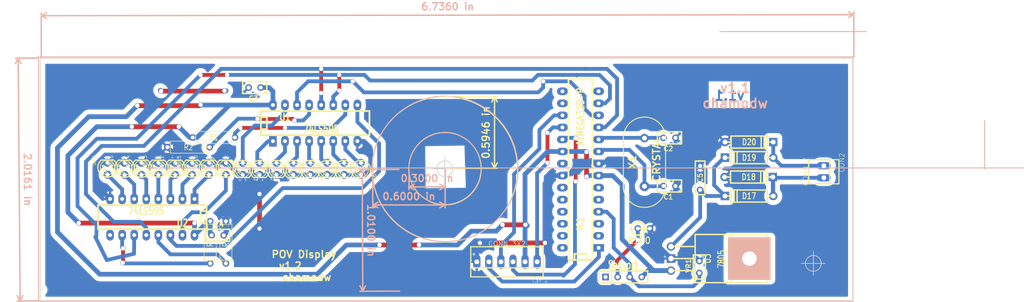
<source format=kicad_pcb>
(kicad_pcb (version 4) (host pcbnew "(2014-12-16 BZR 5324)-product")

  (general
    (links 87)
    (no_connects 2)
    (area 31.275149 51.100579 250.861501 114.476601)
    (thickness 1.6)
    (drawings 31)
    (tracks 384)
    (zones 0)
    (modules 39)
    (nets 53)
  )

  (page A4)
  (title_block
    (title "Propeller Clock")
    (date "2014 December 04, Thursday")
    (rev 1.1)
  )

  (layers
    (0 F.Cu signal)
    (31 B.Cu jumper)
    (32 B.Adhes user)
    (34 B.Paste user)
    (36 B.SilkS user)
    (37 F.SilkS user)
    (38 B.Mask user)
    (44 Edge.Cuts user)
  )

  (setup
    (last_trace_width 0.8)
    (trace_clearance 0.4)
    (zone_clearance 1)
    (zone_45_only no)
    (trace_min 0.8)
    (segment_width 0.2)
    (edge_width 0.15)
    (via_size 1)
    (via_drill 0.9)
    (via_min_size 0.889)
    (via_min_drill 0.508)
    (uvia_size 0.508)
    (uvia_drill 0.127)
    (uvias_allowed no)
    (uvia_min_size 0.508)
    (uvia_min_drill 0.127)
    (pcb_text_width 0.3)
    (pcb_text_size 1.5 1.5)
    (mod_edge_width 0.15)
    (mod_text_size 1.5 1.5)
    (mod_text_width 0.15)
    (pad_size 2 4)
    (pad_drill 0.1)
    (pad_to_mask_clearance 0.2)
    (aux_axis_origin 128.905 86.36)
    (grid_origin 59.87 32.12)
    (visible_elements FFFFFF7F)
    (pcbplotparams
      (layerselection 0x00030_80000001)
      (usegerberextensions false)
      (excludeedgelayer false)
      (linewidth 0.150000)
      (plotframeref true)
      (viasonmask false)
      (mode 1)
      (useauxorigin false)
      (hpglpennumber 1)
      (hpglpenspeed 20)
      (hpglpendiameter 15)
      (hpglpenoverlay 2)
      (psnegative false)
      (psa4output false)
      (plotreference true)
      (plotvalue true)
      (plotinvisibletext true)
      (padsonsilk true)
      (subtractmaskfromsilk false)
      (outputformat 4)
      (mirror false)
      (drillshape 2)
      (scaleselection 1)
      (outputdirectory " ../../../../Desktop/"))
  )

  (net 0 "")
  (net 1 /LED/LATCH)
  (net 2 /LED/MOSI)
  (net 3 /LED/SCK)
  (net 4 GND)
  (net 5 "Net-(C1-Pad2)")
  (net 6 "Net-(C2-Pad2)")
  (net 7 "Net-(C5-Pad1)")
  (net 8 "Net-(CON2-Pad1)")
  (net 9 "Net-(CON2-Pad2)")
  (net 10 "Net-(D1-Pad1)")
  (net 11 "Net-(D10-Pad1)")
  (net 12 "Net-(D11-Pad1)")
  (net 13 "Net-(D12-Pad1)")
  (net 14 "Net-(D13-Pad1)")
  (net 15 "Net-(D14-Pad1)")
  (net 16 "Net-(D15-Pad1)")
  (net 17 "Net-(D16-Pad1)")
  (net 18 "Net-(D2-Pad1)")
  (net 19 "Net-(D3-Pad1)")
  (net 20 "Net-(D4-Pad1)")
  (net 21 "Net-(D5-Pad1)")
  (net 22 "Net-(D6-Pad1)")
  (net 23 "Net-(D7-Pad1)")
  (net 24 "Net-(D8-Pad1)")
  (net 25 "Net-(D9-Pad1)")
  (net 26 "Net-(IC1-Pad1)")
  (net 27 "Net-(IC1-Pad14)")
  (net 28 "Net-(IC1-Pad15)")
  (net 29 "Net-(IC1-Pad16)")
  (net 30 "Net-(IC1-Pad17)")
  (net 31 "Net-(IC1-Pad18)")
  (net 32 "Net-(IC1-Pad19)")
  (net 33 "Net-(IC1-Pad2)")
  (net 34 "Net-(IC1-Pad21)")
  (net 35 "Net-(IC1-Pad23)")
  (net 36 "Net-(IC1-Pad24)")
  (net 37 "Net-(IC1-Pad25)")
  (net 38 "Net-(IC1-Pad26)")
  (net 39 "Net-(IC1-Pad27)")
  (net 40 "Net-(IC1-Pad28)")
  (net 41 "Net-(IC1-Pad3)")
  (net 42 "Net-(IC1-Pad4)")
  (net 43 "Net-(IC1-Pad5)")
  (net 44 "Net-(IC1-Pad6)")
  (net 45 "Net-(R1-Pad1)")
  (net 46 "Net-(R100-Pad1)")
  (net 47 "Net-(R2-Pad1)")
  (net 48 "Net-(R3-Pad1)")
  (net 49 "Net-(R4-Pad1)")
  (net 50 "Net-(U1-Pad9)")
  (net 51 "Net-(U2-Pad9)")
  (net 52 VCC)

  (net_class Default "This is the default net class."
    (clearance 0.4)
    (trace_width 0.8)
    (via_dia 1)
    (via_drill 0.9)
    (uvia_dia 0.508)
    (uvia_drill 0.127)
    (add_net /LED/LATCH)
    (add_net /LED/MOSI)
    (add_net /LED/SCK)
    (add_net "Net-(C1-Pad2)")
    (add_net "Net-(C2-Pad2)")
    (add_net "Net-(C5-Pad1)")
    (add_net "Net-(CON2-Pad1)")
    (add_net "Net-(CON2-Pad2)")
    (add_net "Net-(D1-Pad1)")
    (add_net "Net-(D10-Pad1)")
    (add_net "Net-(D11-Pad1)")
    (add_net "Net-(D12-Pad1)")
    (add_net "Net-(D13-Pad1)")
    (add_net "Net-(D14-Pad1)")
    (add_net "Net-(D15-Pad1)")
    (add_net "Net-(D16-Pad1)")
    (add_net "Net-(D2-Pad1)")
    (add_net "Net-(D3-Pad1)")
    (add_net "Net-(D4-Pad1)")
    (add_net "Net-(D5-Pad1)")
    (add_net "Net-(D6-Pad1)")
    (add_net "Net-(D7-Pad1)")
    (add_net "Net-(D8-Pad1)")
    (add_net "Net-(D9-Pad1)")
    (add_net "Net-(IC1-Pad1)")
    (add_net "Net-(IC1-Pad14)")
    (add_net "Net-(IC1-Pad15)")
    (add_net "Net-(IC1-Pad16)")
    (add_net "Net-(IC1-Pad17)")
    (add_net "Net-(IC1-Pad18)")
    (add_net "Net-(IC1-Pad19)")
    (add_net "Net-(IC1-Pad2)")
    (add_net "Net-(IC1-Pad21)")
    (add_net "Net-(IC1-Pad23)")
    (add_net "Net-(IC1-Pad24)")
    (add_net "Net-(IC1-Pad25)")
    (add_net "Net-(IC1-Pad26)")
    (add_net "Net-(IC1-Pad27)")
    (add_net "Net-(IC1-Pad28)")
    (add_net "Net-(IC1-Pad3)")
    (add_net "Net-(IC1-Pad4)")
    (add_net "Net-(IC1-Pad5)")
    (add_net "Net-(IC1-Pad6)")
    (add_net "Net-(R1-Pad1)")
    (add_net "Net-(R100-Pad1)")
    (add_net "Net-(R2-Pad1)")
    (add_net "Net-(R3-Pad1)")
    (add_net "Net-(R4-Pad1)")
    (add_net "Net-(U1-Pad9)")
    (add_net "Net-(U2-Pad9)")
  )

  (net_class power ""
    (clearance 0.4)
    (trace_width 1)
    (via_dia 1)
    (via_drill 0.9)
    (uvia_dia 0.508)
    (uvia_drill 0.127)
    (add_net GND)
    (add_net VCC)
  )

  (module discret:C1 (layer F.Cu) (tedit 3F92C496) (tstamp 54749EDE)
    (at 176.2125 89.9795 180)
    (descr "Condensateur e = 1 pas")
    (tags C)
    (path /547442AF)
    (fp_text reference C1 (at 0.254 -2.286 180) (layer F.SilkS)
      (effects (font (size 1.016 1.016) (thickness 0.2032)))
    )
    (fp_text value C (at 0 -2.286 180) (layer F.SilkS) hide
      (effects (font (size 1.016 1.016) (thickness 0.2032)))
    )
    (fp_line (start -2.4892 -1.27) (end 2.54 -1.27) (layer F.SilkS) (width 0.3048))
    (fp_line (start 2.54 -1.27) (end 2.54 1.27) (layer F.SilkS) (width 0.3048))
    (fp_line (start 2.54 1.27) (end -2.54 1.27) (layer F.SilkS) (width 0.3048))
    (fp_line (start -2.54 1.27) (end -2.54 -1.27) (layer F.SilkS) (width 0.3048))
    (fp_line (start -2.54 -0.635) (end -1.905 -1.27) (layer F.SilkS) (width 0.3048))
    (pad 1 thru_hole circle (at -1.27 0 180) (size 1.397 1.397) (drill 0.8128) (layers *.Cu *.Mask)
      (net 4 GND))
    (pad 2 thru_hole circle (at 1.27 0 180) (size 1.397 1.397) (drill 0.8128) (layers *.Cu *.Mask)
      (net 5 "Net-(C1-Pad2)"))
    (model discret/capa_1_pas.wrl
      (at (xyz 0 0 0))
      (scale (xyz 1 1 1))
      (rotate (xyz 0 0 0))
    )
  )

  (module discret:C1 (layer F.Cu) (tedit 3F92C496) (tstamp 54749ED2)
    (at 176.2125 79.8195 180)
    (descr "Condensateur e = 1 pas")
    (tags C)
    (path /547442D7)
    (fp_text reference C2 (at 0.254 -2.286 180) (layer F.SilkS)
      (effects (font (size 1.016 1.016) (thickness 0.2032)))
    )
    (fp_text value C (at 0 -2.286 180) (layer F.SilkS) hide
      (effects (font (size 1.016 1.016) (thickness 0.2032)))
    )
    (fp_line (start -2.4892 -1.27) (end 2.54 -1.27) (layer F.SilkS) (width 0.3048))
    (fp_line (start 2.54 -1.27) (end 2.54 1.27) (layer F.SilkS) (width 0.3048))
    (fp_line (start 2.54 1.27) (end -2.54 1.27) (layer F.SilkS) (width 0.3048))
    (fp_line (start -2.54 1.27) (end -2.54 -1.27) (layer F.SilkS) (width 0.3048))
    (fp_line (start -2.54 -0.635) (end -1.905 -1.27) (layer F.SilkS) (width 0.3048))
    (pad 1 thru_hole circle (at -1.27 0 180) (size 1.397 1.397) (drill 0.8128) (layers *.Cu *.Mask)
      (net 4 GND))
    (pad 2 thru_hole circle (at 1.27 0 180) (size 1.397 1.397) (drill 0.8128) (layers *.Cu *.Mask)
      (net 6 "Net-(C2-Pad2)"))
    (model discret/capa_1_pas.wrl
      (at (xyz 0 0 0))
      (scale (xyz 1 1 1))
      (rotate (xyz 0 0 0))
    )
  )

  (module discret:C1 (layer F.Cu) (tedit 3F92C496) (tstamp 54749EC6)
    (at 88.86444 69.215 180)
    (descr "Condensateur e = 1 pas")
    (tags C)
    (path /547443D4/54744EE3)
    (fp_text reference C3 (at 0.254 -2.286 180) (layer F.SilkS)
      (effects (font (size 1.016 1.016) (thickness 0.2032)))
    )
    (fp_text value C (at 0 -2.286 180) (layer F.SilkS) hide
      (effects (font (size 1.016 1.016) (thickness 0.2032)))
    )
    (fp_line (start -2.4892 -1.27) (end 2.54 -1.27) (layer F.SilkS) (width 0.3048))
    (fp_line (start 2.54 -1.27) (end 2.54 1.27) (layer F.SilkS) (width 0.3048))
    (fp_line (start 2.54 1.27) (end -2.54 1.27) (layer F.SilkS) (width 0.3048))
    (fp_line (start -2.54 1.27) (end -2.54 -1.27) (layer F.SilkS) (width 0.3048))
    (fp_line (start -2.54 -0.635) (end -1.905 -1.27) (layer F.SilkS) (width 0.3048))
    (pad 1 thru_hole circle (at -1.27 0 180) (size 1.397 1.397) (drill 0.8128) (layers *.Cu *.Mask)
      (net 52 VCC))
    (pad 2 thru_hole circle (at 1.27 0 180) (size 1.397 1.397) (drill 0.8128) (layers *.Cu *.Mask)
      (net 4 GND))
    (model discret/capa_1_pas.wrl
      (at (xyz 0 0 0))
      (scale (xyz 1 1 1))
      (rotate (xyz 0 0 0))
    )
  )

  (module led:LED-3MM (layer F.Cu) (tedit 54775BA1) (tstamp 54749EBA)
    (at 86.36 86.36 270)
    (descr "LED 3mm - Lead pitch 100mil (2,54mm)")
    (tags "LED led 3mm 3MM 100mil 2,54mm")
    (path /547443D4/547447CD)
    (fp_text reference D1 (at 1.778 -2.794 270) (layer F.SilkS)
      (effects (font (size 0.762 0.762) (thickness 0.0889)))
    )
    (fp_text value LED (at 0 2.54 360) (layer F.SilkS)
      (effects (font (size 0.762 0.762) (thickness 0.0889)))
    )
    (fp_line (start 1.8288 1.27) (end 1.8288 -1.27) (layer F.SilkS) (width 0.254))
    (fp_arc (start 0.254 0) (end -1.27 0) (angle 39.8) (layer F.SilkS) (width 0.1524))
    (fp_arc (start 0.254 0) (end -0.88392 1.01092) (angle 41.6) (layer F.SilkS) (width 0.1524))
    (fp_arc (start 0.254 0) (end 1.4097 -0.9906) (angle 40.6) (layer F.SilkS) (width 0.1524))
    (fp_arc (start 0.254 0) (end 1.778 0) (angle 39.8) (layer F.SilkS) (width 0.1524))
    (fp_arc (start 0.254 0) (end 0.254 -1.524) (angle 54.4) (layer F.SilkS) (width 0.1524))
    (fp_arc (start 0.254 0) (end -0.9652 -0.9144) (angle 53.1) (layer F.SilkS) (width 0.1524))
    (fp_arc (start 0.254 0) (end 1.45542 0.93472) (angle 52.1) (layer F.SilkS) (width 0.1524))
    (fp_arc (start 0.254 0) (end 0.254 1.524) (angle 52.1) (layer F.SilkS) (width 0.1524))
    (fp_arc (start 0.254 0) (end -0.381 0) (angle 90) (layer F.SilkS) (width 0.1524))
    (fp_arc (start 0.254 0) (end -0.762 0) (angle 90) (layer F.SilkS) (width 0.1524))
    (fp_arc (start 0.254 0) (end 0.889 0) (angle 90) (layer F.SilkS) (width 0.1524))
    (fp_arc (start 0.254 0) (end 1.27 0) (angle 90) (layer F.SilkS) (width 0.1524))
    (fp_arc (start 0.254 0) (end 0.254 -2.032) (angle 50.1) (layer F.SilkS) (width 0.254))
    (fp_arc (start 0.254 0) (end -1.5367 -0.95504) (angle 61.9) (layer F.SilkS) (width 0.254))
    (fp_arc (start 0.254 0) (end 1.8034 1.31064) (angle 49.7) (layer F.SilkS) (width 0.254))
    (fp_arc (start 0.254 0) (end 0.254 2.032) (angle 60.2) (layer F.SilkS) (width 0.254))
    (fp_arc (start 0.254 0) (end -1.778 0) (angle 28.3) (layer F.SilkS) (width 0.254))
    (fp_arc (start 0.254 0) (end -1.47574 1.06426) (angle 31.6) (layer F.SilkS) (width 0.254))
    (pad 1 thru_hole circle (at -1.27 0 270) (size 1.6764 1.6764) (drill 0.8128) (layers *.Cu *.Mask)
      (net 10 "Net-(D1-Pad1)"))
    (pad 2 thru_hole circle (at 1.27 0 270) (size 1.6764 1.6764) (drill 0.8128) (layers *.Cu *.Mask)
      (net 4 GND))
    (model discret/leds/led3_vertical_verde.wrl
      (at (xyz 0 0 0))
      (scale (xyz 1 1 1))
      (rotate (xyz 0 0 0))
    )
  )

  (module led:LED-3MM (layer F.Cu) (tedit 50ADE848) (tstamp 54749EA0)
    (at 89.916 86.36 270)
    (descr "LED 3mm - Lead pitch 100mil (2,54mm)")
    (tags "LED led 3mm 3MM 100mil 2,54mm")
    (path /547443D4/547447E1)
    (fp_text reference D2 (at 1.778 -2.794 270) (layer F.SilkS)
      (effects (font (size 0.762 0.762) (thickness 0.0889)))
    )
    (fp_text value LED (at 0 2.54 270) (layer F.SilkS)
      (effects (font (size 0.762 0.762) (thickness 0.0889)))
    )
    (fp_line (start 1.8288 1.27) (end 1.8288 -1.27) (layer F.SilkS) (width 0.254))
    (fp_arc (start 0.254 0) (end -1.27 0) (angle 39.8) (layer F.SilkS) (width 0.1524))
    (fp_arc (start 0.254 0) (end -0.88392 1.01092) (angle 41.6) (layer F.SilkS) (width 0.1524))
    (fp_arc (start 0.254 0) (end 1.4097 -0.9906) (angle 40.6) (layer F.SilkS) (width 0.1524))
    (fp_arc (start 0.254 0) (end 1.778 0) (angle 39.8) (layer F.SilkS) (width 0.1524))
    (fp_arc (start 0.254 0) (end 0.254 -1.524) (angle 54.4) (layer F.SilkS) (width 0.1524))
    (fp_arc (start 0.254 0) (end -0.9652 -0.9144) (angle 53.1) (layer F.SilkS) (width 0.1524))
    (fp_arc (start 0.254 0) (end 1.45542 0.93472) (angle 52.1) (layer F.SilkS) (width 0.1524))
    (fp_arc (start 0.254 0) (end 0.254 1.524) (angle 52.1) (layer F.SilkS) (width 0.1524))
    (fp_arc (start 0.254 0) (end -0.381 0) (angle 90) (layer F.SilkS) (width 0.1524))
    (fp_arc (start 0.254 0) (end -0.762 0) (angle 90) (layer F.SilkS) (width 0.1524))
    (fp_arc (start 0.254 0) (end 0.889 0) (angle 90) (layer F.SilkS) (width 0.1524))
    (fp_arc (start 0.254 0) (end 1.27 0) (angle 90) (layer F.SilkS) (width 0.1524))
    (fp_arc (start 0.254 0) (end 0.254 -2.032) (angle 50.1) (layer F.SilkS) (width 0.254))
    (fp_arc (start 0.254 0) (end -1.5367 -0.95504) (angle 61.9) (layer F.SilkS) (width 0.254))
    (fp_arc (start 0.254 0) (end 1.8034 1.31064) (angle 49.7) (layer F.SilkS) (width 0.254))
    (fp_arc (start 0.254 0) (end 0.254 2.032) (angle 60.2) (layer F.SilkS) (width 0.254))
    (fp_arc (start 0.254 0) (end -1.778 0) (angle 28.3) (layer F.SilkS) (width 0.254))
    (fp_arc (start 0.254 0) (end -1.47574 1.06426) (angle 31.6) (layer F.SilkS) (width 0.254))
    (pad 1 thru_hole circle (at -1.27 0 270) (size 1.6764 1.6764) (drill 0.8128) (layers *.Cu *.Mask)
      (net 18 "Net-(D2-Pad1)"))
    (pad 2 thru_hole circle (at 1.27 0 270) (size 1.6764 1.6764) (drill 0.8128) (layers *.Cu *.Mask)
      (net 4 GND))
    (model discret/leds/led3_vertical_verde.wrl
      (at (xyz 0 0 0))
      (scale (xyz 1 1 1))
      (rotate (xyz 0 0 0))
    )
  )

  (module led:LED-3MM (layer F.Cu) (tedit 50ADE848) (tstamp 54749E86)
    (at 93.472 86.36 270)
    (descr "LED 3mm - Lead pitch 100mil (2,54mm)")
    (tags "LED led 3mm 3MM 100mil 2,54mm")
    (path /547443D4/547447F5)
    (fp_text reference D3 (at 1.778 -2.794 270) (layer F.SilkS)
      (effects (font (size 0.762 0.762) (thickness 0.0889)))
    )
    (fp_text value LED (at 0 2.54 270) (layer F.SilkS)
      (effects (font (size 0.762 0.762) (thickness 0.0889)))
    )
    (fp_line (start 1.8288 1.27) (end 1.8288 -1.27) (layer F.SilkS) (width 0.254))
    (fp_arc (start 0.254 0) (end -1.27 0) (angle 39.8) (layer F.SilkS) (width 0.1524))
    (fp_arc (start 0.254 0) (end -0.88392 1.01092) (angle 41.6) (layer F.SilkS) (width 0.1524))
    (fp_arc (start 0.254 0) (end 1.4097 -0.9906) (angle 40.6) (layer F.SilkS) (width 0.1524))
    (fp_arc (start 0.254 0) (end 1.778 0) (angle 39.8) (layer F.SilkS) (width 0.1524))
    (fp_arc (start 0.254 0) (end 0.254 -1.524) (angle 54.4) (layer F.SilkS) (width 0.1524))
    (fp_arc (start 0.254 0) (end -0.9652 -0.9144) (angle 53.1) (layer F.SilkS) (width 0.1524))
    (fp_arc (start 0.254 0) (end 1.45542 0.93472) (angle 52.1) (layer F.SilkS) (width 0.1524))
    (fp_arc (start 0.254 0) (end 0.254 1.524) (angle 52.1) (layer F.SilkS) (width 0.1524))
    (fp_arc (start 0.254 0) (end -0.381 0) (angle 90) (layer F.SilkS) (width 0.1524))
    (fp_arc (start 0.254 0) (end -0.762 0) (angle 90) (layer F.SilkS) (width 0.1524))
    (fp_arc (start 0.254 0) (end 0.889 0) (angle 90) (layer F.SilkS) (width 0.1524))
    (fp_arc (start 0.254 0) (end 1.27 0) (angle 90) (layer F.SilkS) (width 0.1524))
    (fp_arc (start 0.254 0) (end 0.254 -2.032) (angle 50.1) (layer F.SilkS) (width 0.254))
    (fp_arc (start 0.254 0) (end -1.5367 -0.95504) (angle 61.9) (layer F.SilkS) (width 0.254))
    (fp_arc (start 0.254 0) (end 1.8034 1.31064) (angle 49.7) (layer F.SilkS) (width 0.254))
    (fp_arc (start 0.254 0) (end 0.254 2.032) (angle 60.2) (layer F.SilkS) (width 0.254))
    (fp_arc (start 0.254 0) (end -1.778 0) (angle 28.3) (layer F.SilkS) (width 0.254))
    (fp_arc (start 0.254 0) (end -1.47574 1.06426) (angle 31.6) (layer F.SilkS) (width 0.254))
    (pad 1 thru_hole circle (at -1.27 0 270) (size 1.6764 1.6764) (drill 0.8128) (layers *.Cu *.Mask)
      (net 19 "Net-(D3-Pad1)"))
    (pad 2 thru_hole circle (at 1.27 0 270) (size 1.6764 1.6764) (drill 0.8128) (layers *.Cu *.Mask)
      (net 4 GND))
    (model discret/leds/led3_vertical_verde.wrl
      (at (xyz 0 0 0))
      (scale (xyz 1 1 1))
      (rotate (xyz 0 0 0))
    )
  )

  (module led:LED-3MM (layer F.Cu) (tedit 50ADE848) (tstamp 54749E6C)
    (at 97.028 86.36 270)
    (descr "LED 3mm - Lead pitch 100mil (2,54mm)")
    (tags "LED led 3mm 3MM 100mil 2,54mm")
    (path /547443D4/54744809)
    (fp_text reference D4 (at 1.778 -2.794 270) (layer F.SilkS)
      (effects (font (size 0.762 0.762) (thickness 0.0889)))
    )
    (fp_text value LED (at 0 2.54 270) (layer F.SilkS)
      (effects (font (size 0.762 0.762) (thickness 0.0889)))
    )
    (fp_line (start 1.8288 1.27) (end 1.8288 -1.27) (layer F.SilkS) (width 0.254))
    (fp_arc (start 0.254 0) (end -1.27 0) (angle 39.8) (layer F.SilkS) (width 0.1524))
    (fp_arc (start 0.254 0) (end -0.88392 1.01092) (angle 41.6) (layer F.SilkS) (width 0.1524))
    (fp_arc (start 0.254 0) (end 1.4097 -0.9906) (angle 40.6) (layer F.SilkS) (width 0.1524))
    (fp_arc (start 0.254 0) (end 1.778 0) (angle 39.8) (layer F.SilkS) (width 0.1524))
    (fp_arc (start 0.254 0) (end 0.254 -1.524) (angle 54.4) (layer F.SilkS) (width 0.1524))
    (fp_arc (start 0.254 0) (end -0.9652 -0.9144) (angle 53.1) (layer F.SilkS) (width 0.1524))
    (fp_arc (start 0.254 0) (end 1.45542 0.93472) (angle 52.1) (layer F.SilkS) (width 0.1524))
    (fp_arc (start 0.254 0) (end 0.254 1.524) (angle 52.1) (layer F.SilkS) (width 0.1524))
    (fp_arc (start 0.254 0) (end -0.381 0) (angle 90) (layer F.SilkS) (width 0.1524))
    (fp_arc (start 0.254 0) (end -0.762 0) (angle 90) (layer F.SilkS) (width 0.1524))
    (fp_arc (start 0.254 0) (end 0.889 0) (angle 90) (layer F.SilkS) (width 0.1524))
    (fp_arc (start 0.254 0) (end 1.27 0) (angle 90) (layer F.SilkS) (width 0.1524))
    (fp_arc (start 0.254 0) (end 0.254 -2.032) (angle 50.1) (layer F.SilkS) (width 0.254))
    (fp_arc (start 0.254 0) (end -1.5367 -0.95504) (angle 61.9) (layer F.SilkS) (width 0.254))
    (fp_arc (start 0.254 0) (end 1.8034 1.31064) (angle 49.7) (layer F.SilkS) (width 0.254))
    (fp_arc (start 0.254 0) (end 0.254 2.032) (angle 60.2) (layer F.SilkS) (width 0.254))
    (fp_arc (start 0.254 0) (end -1.778 0) (angle 28.3) (layer F.SilkS) (width 0.254))
    (fp_arc (start 0.254 0) (end -1.47574 1.06426) (angle 31.6) (layer F.SilkS) (width 0.254))
    (pad 1 thru_hole circle (at -1.27 0 270) (size 1.6764 1.6764) (drill 0.8128) (layers *.Cu *.Mask)
      (net 20 "Net-(D4-Pad1)"))
    (pad 2 thru_hole circle (at 1.27 0 270) (size 1.6764 1.6764) (drill 0.8128) (layers *.Cu *.Mask)
      (net 4 GND))
    (model discret/leds/led3_vertical_verde.wrl
      (at (xyz 0 0 0))
      (scale (xyz 1 1 1))
      (rotate (xyz 0 0 0))
    )
  )

  (module led:LED-3MM (layer F.Cu) (tedit 50ADE848) (tstamp 54749E52)
    (at 100.584 86.36 270)
    (descr "LED 3mm - Lead pitch 100mil (2,54mm)")
    (tags "LED led 3mm 3MM 100mil 2,54mm")
    (path /547443D4/5474481D)
    (fp_text reference D5 (at 1.778 -2.794 270) (layer F.SilkS)
      (effects (font (size 0.762 0.762) (thickness 0.0889)))
    )
    (fp_text value LED (at 0 2.54 270) (layer F.SilkS)
      (effects (font (size 0.762 0.762) (thickness 0.0889)))
    )
    (fp_line (start 1.8288 1.27) (end 1.8288 -1.27) (layer F.SilkS) (width 0.254))
    (fp_arc (start 0.254 0) (end -1.27 0) (angle 39.8) (layer F.SilkS) (width 0.1524))
    (fp_arc (start 0.254 0) (end -0.88392 1.01092) (angle 41.6) (layer F.SilkS) (width 0.1524))
    (fp_arc (start 0.254 0) (end 1.4097 -0.9906) (angle 40.6) (layer F.SilkS) (width 0.1524))
    (fp_arc (start 0.254 0) (end 1.778 0) (angle 39.8) (layer F.SilkS) (width 0.1524))
    (fp_arc (start 0.254 0) (end 0.254 -1.524) (angle 54.4) (layer F.SilkS) (width 0.1524))
    (fp_arc (start 0.254 0) (end -0.9652 -0.9144) (angle 53.1) (layer F.SilkS) (width 0.1524))
    (fp_arc (start 0.254 0) (end 1.45542 0.93472) (angle 52.1) (layer F.SilkS) (width 0.1524))
    (fp_arc (start 0.254 0) (end 0.254 1.524) (angle 52.1) (layer F.SilkS) (width 0.1524))
    (fp_arc (start 0.254 0) (end -0.381 0) (angle 90) (layer F.SilkS) (width 0.1524))
    (fp_arc (start 0.254 0) (end -0.762 0) (angle 90) (layer F.SilkS) (width 0.1524))
    (fp_arc (start 0.254 0) (end 0.889 0) (angle 90) (layer F.SilkS) (width 0.1524))
    (fp_arc (start 0.254 0) (end 1.27 0) (angle 90) (layer F.SilkS) (width 0.1524))
    (fp_arc (start 0.254 0) (end 0.254 -2.032) (angle 50.1) (layer F.SilkS) (width 0.254))
    (fp_arc (start 0.254 0) (end -1.5367 -0.95504) (angle 61.9) (layer F.SilkS) (width 0.254))
    (fp_arc (start 0.254 0) (end 1.8034 1.31064) (angle 49.7) (layer F.SilkS) (width 0.254))
    (fp_arc (start 0.254 0) (end 0.254 2.032) (angle 60.2) (layer F.SilkS) (width 0.254))
    (fp_arc (start 0.254 0) (end -1.778 0) (angle 28.3) (layer F.SilkS) (width 0.254))
    (fp_arc (start 0.254 0) (end -1.47574 1.06426) (angle 31.6) (layer F.SilkS) (width 0.254))
    (pad 1 thru_hole circle (at -1.27 0 270) (size 1.6764 1.6764) (drill 0.8128) (layers *.Cu *.Mask)
      (net 21 "Net-(D5-Pad1)"))
    (pad 2 thru_hole circle (at 1.27 0 270) (size 1.6764 1.6764) (drill 0.8128) (layers *.Cu *.Mask)
      (net 4 GND))
    (model discret/leds/led3_vertical_verde.wrl
      (at (xyz 0 0 0))
      (scale (xyz 1 1 1))
      (rotate (xyz 0 0 0))
    )
  )

  (module led:LED-3MM (layer F.Cu) (tedit 50ADE848) (tstamp 54749E38)
    (at 104.14 86.36 270)
    (descr "LED 3mm - Lead pitch 100mil (2,54mm)")
    (tags "LED led 3mm 3MM 100mil 2,54mm")
    (path /547443D4/54744831)
    (fp_text reference D6 (at 1.778 -2.794 270) (layer F.SilkS)
      (effects (font (size 0.762 0.762) (thickness 0.0889)))
    )
    (fp_text value LED (at 0 2.54 270) (layer F.SilkS)
      (effects (font (size 0.762 0.762) (thickness 0.0889)))
    )
    (fp_line (start 1.8288 1.27) (end 1.8288 -1.27) (layer F.SilkS) (width 0.254))
    (fp_arc (start 0.254 0) (end -1.27 0) (angle 39.8) (layer F.SilkS) (width 0.1524))
    (fp_arc (start 0.254 0) (end -0.88392 1.01092) (angle 41.6) (layer F.SilkS) (width 0.1524))
    (fp_arc (start 0.254 0) (end 1.4097 -0.9906) (angle 40.6) (layer F.SilkS) (width 0.1524))
    (fp_arc (start 0.254 0) (end 1.778 0) (angle 39.8) (layer F.SilkS) (width 0.1524))
    (fp_arc (start 0.254 0) (end 0.254 -1.524) (angle 54.4) (layer F.SilkS) (width 0.1524))
    (fp_arc (start 0.254 0) (end -0.9652 -0.9144) (angle 53.1) (layer F.SilkS) (width 0.1524))
    (fp_arc (start 0.254 0) (end 1.45542 0.93472) (angle 52.1) (layer F.SilkS) (width 0.1524))
    (fp_arc (start 0.254 0) (end 0.254 1.524) (angle 52.1) (layer F.SilkS) (width 0.1524))
    (fp_arc (start 0.254 0) (end -0.381 0) (angle 90) (layer F.SilkS) (width 0.1524))
    (fp_arc (start 0.254 0) (end -0.762 0) (angle 90) (layer F.SilkS) (width 0.1524))
    (fp_arc (start 0.254 0) (end 0.889 0) (angle 90) (layer F.SilkS) (width 0.1524))
    (fp_arc (start 0.254 0) (end 1.27 0) (angle 90) (layer F.SilkS) (width 0.1524))
    (fp_arc (start 0.254 0) (end 0.254 -2.032) (angle 50.1) (layer F.SilkS) (width 0.254))
    (fp_arc (start 0.254 0) (end -1.5367 -0.95504) (angle 61.9) (layer F.SilkS) (width 0.254))
    (fp_arc (start 0.254 0) (end 1.8034 1.31064) (angle 49.7) (layer F.SilkS) (width 0.254))
    (fp_arc (start 0.254 0) (end 0.254 2.032) (angle 60.2) (layer F.SilkS) (width 0.254))
    (fp_arc (start 0.254 0) (end -1.778 0) (angle 28.3) (layer F.SilkS) (width 0.254))
    (fp_arc (start 0.254 0) (end -1.47574 1.06426) (angle 31.6) (layer F.SilkS) (width 0.254))
    (pad 1 thru_hole circle (at -1.27 0 270) (size 1.6764 1.6764) (drill 0.8128) (layers *.Cu *.Mask)
      (net 22 "Net-(D6-Pad1)"))
    (pad 2 thru_hole circle (at 1.27 0 270) (size 1.6764 1.6764) (drill 0.8128) (layers *.Cu *.Mask)
      (net 4 GND))
    (model discret/leds/led3_vertical_verde.wrl
      (at (xyz 0 0 0))
      (scale (xyz 1 1 1))
      (rotate (xyz 0 0 0))
    )
  )

  (module led:LED-3MM (layer F.Cu) (tedit 50ADE848) (tstamp 54749E1E)
    (at 107.696 86.36 270)
    (descr "LED 3mm - Lead pitch 100mil (2,54mm)")
    (tags "LED led 3mm 3MM 100mil 2,54mm")
    (path /547443D4/54744845)
    (fp_text reference D7 (at 1.778 -2.794 270) (layer F.SilkS)
      (effects (font (size 0.762 0.762) (thickness 0.0889)))
    )
    (fp_text value LED (at 0 2.54 270) (layer F.SilkS)
      (effects (font (size 0.762 0.762) (thickness 0.0889)))
    )
    (fp_line (start 1.8288 1.27) (end 1.8288 -1.27) (layer F.SilkS) (width 0.254))
    (fp_arc (start 0.254 0) (end -1.27 0) (angle 39.8) (layer F.SilkS) (width 0.1524))
    (fp_arc (start 0.254 0) (end -0.88392 1.01092) (angle 41.6) (layer F.SilkS) (width 0.1524))
    (fp_arc (start 0.254 0) (end 1.4097 -0.9906) (angle 40.6) (layer F.SilkS) (width 0.1524))
    (fp_arc (start 0.254 0) (end 1.778 0) (angle 39.8) (layer F.SilkS) (width 0.1524))
    (fp_arc (start 0.254 0) (end 0.254 -1.524) (angle 54.4) (layer F.SilkS) (width 0.1524))
    (fp_arc (start 0.254 0) (end -0.9652 -0.9144) (angle 53.1) (layer F.SilkS) (width 0.1524))
    (fp_arc (start 0.254 0) (end 1.45542 0.93472) (angle 52.1) (layer F.SilkS) (width 0.1524))
    (fp_arc (start 0.254 0) (end 0.254 1.524) (angle 52.1) (layer F.SilkS) (width 0.1524))
    (fp_arc (start 0.254 0) (end -0.381 0) (angle 90) (layer F.SilkS) (width 0.1524))
    (fp_arc (start 0.254 0) (end -0.762 0) (angle 90) (layer F.SilkS) (width 0.1524))
    (fp_arc (start 0.254 0) (end 0.889 0) (angle 90) (layer F.SilkS) (width 0.1524))
    (fp_arc (start 0.254 0) (end 1.27 0) (angle 90) (layer F.SilkS) (width 0.1524))
    (fp_arc (start 0.254 0) (end 0.254 -2.032) (angle 50.1) (layer F.SilkS) (width 0.254))
    (fp_arc (start 0.254 0) (end -1.5367 -0.95504) (angle 61.9) (layer F.SilkS) (width 0.254))
    (fp_arc (start 0.254 0) (end 1.8034 1.31064) (angle 49.7) (layer F.SilkS) (width 0.254))
    (fp_arc (start 0.254 0) (end 0.254 2.032) (angle 60.2) (layer F.SilkS) (width 0.254))
    (fp_arc (start 0.254 0) (end -1.778 0) (angle 28.3) (layer F.SilkS) (width 0.254))
    (fp_arc (start 0.254 0) (end -1.47574 1.06426) (angle 31.6) (layer F.SilkS) (width 0.254))
    (pad 1 thru_hole circle (at -1.27 0 270) (size 1.6764 1.6764) (drill 0.8128) (layers *.Cu *.Mask)
      (net 23 "Net-(D7-Pad1)"))
    (pad 2 thru_hole circle (at 1.27 0 270) (size 1.6764 1.6764) (drill 0.8128) (layers *.Cu *.Mask)
      (net 4 GND))
    (model discret/leds/led3_vertical_verde.wrl
      (at (xyz 0 0 0))
      (scale (xyz 1 1 1))
      (rotate (xyz 0 0 0))
    )
  )

  (module led:LED-3MM (layer F.Cu) (tedit 50ADE848) (tstamp 54749E04)
    (at 111.252 86.36 270)
    (descr "LED 3mm - Lead pitch 100mil (2,54mm)")
    (tags "LED led 3mm 3MM 100mil 2,54mm")
    (path /547443D4/54744859)
    (fp_text reference D8 (at 1.778 -2.794 270) (layer F.SilkS)
      (effects (font (size 0.762 0.762) (thickness 0.0889)))
    )
    (fp_text value LED (at 0 2.54 270) (layer F.SilkS)
      (effects (font (size 0.762 0.762) (thickness 0.0889)))
    )
    (fp_line (start 1.8288 1.27) (end 1.8288 -1.27) (layer F.SilkS) (width 0.254))
    (fp_arc (start 0.254 0) (end -1.27 0) (angle 39.8) (layer F.SilkS) (width 0.1524))
    (fp_arc (start 0.254 0) (end -0.88392 1.01092) (angle 41.6) (layer F.SilkS) (width 0.1524))
    (fp_arc (start 0.254 0) (end 1.4097 -0.9906) (angle 40.6) (layer F.SilkS) (width 0.1524))
    (fp_arc (start 0.254 0) (end 1.778 0) (angle 39.8) (layer F.SilkS) (width 0.1524))
    (fp_arc (start 0.254 0) (end 0.254 -1.524) (angle 54.4) (layer F.SilkS) (width 0.1524))
    (fp_arc (start 0.254 0) (end -0.9652 -0.9144) (angle 53.1) (layer F.SilkS) (width 0.1524))
    (fp_arc (start 0.254 0) (end 1.45542 0.93472) (angle 52.1) (layer F.SilkS) (width 0.1524))
    (fp_arc (start 0.254 0) (end 0.254 1.524) (angle 52.1) (layer F.SilkS) (width 0.1524))
    (fp_arc (start 0.254 0) (end -0.381 0) (angle 90) (layer F.SilkS) (width 0.1524))
    (fp_arc (start 0.254 0) (end -0.762 0) (angle 90) (layer F.SilkS) (width 0.1524))
    (fp_arc (start 0.254 0) (end 0.889 0) (angle 90) (layer F.SilkS) (width 0.1524))
    (fp_arc (start 0.254 0) (end 1.27 0) (angle 90) (layer F.SilkS) (width 0.1524))
    (fp_arc (start 0.254 0) (end 0.254 -2.032) (angle 50.1) (layer F.SilkS) (width 0.254))
    (fp_arc (start 0.254 0) (end -1.5367 -0.95504) (angle 61.9) (layer F.SilkS) (width 0.254))
    (fp_arc (start 0.254 0) (end 1.8034 1.31064) (angle 49.7) (layer F.SilkS) (width 0.254))
    (fp_arc (start 0.254 0) (end 0.254 2.032) (angle 60.2) (layer F.SilkS) (width 0.254))
    (fp_arc (start 0.254 0) (end -1.778 0) (angle 28.3) (layer F.SilkS) (width 0.254))
    (fp_arc (start 0.254 0) (end -1.47574 1.06426) (angle 31.6) (layer F.SilkS) (width 0.254))
    (pad 1 thru_hole circle (at -1.27 0 270) (size 1.6764 1.6764) (drill 0.8128) (layers *.Cu *.Mask)
      (net 24 "Net-(D8-Pad1)"))
    (pad 2 thru_hole circle (at 1.27 0 270) (size 1.6764 1.6764) (drill 0.8128) (layers *.Cu *.Mask)
      (net 4 GND))
    (model discret/leds/led3_vertical_verde.wrl
      (at (xyz 0 0 0))
      (scale (xyz 1 1 1))
      (rotate (xyz 0 0 0))
    )
  )

  (module led:LED-3MM (layer F.Cu) (tedit 50ADE848) (tstamp 5474A0C5)
    (at 82.804 86.36 90)
    (descr "LED 3mm - Lead pitch 100mil (2,54mm)")
    (tags "LED led 3mm 3MM 100mil 2,54mm")
    (path /547443D4/54744893)
    (fp_text reference D9 (at 1.778 -2.794 90) (layer F.SilkS)
      (effects (font (size 0.762 0.762) (thickness 0.0889)))
    )
    (fp_text value LED (at 0 2.54 90) (layer F.SilkS)
      (effects (font (size 0.762 0.762) (thickness 0.0889)))
    )
    (fp_line (start 1.8288 1.27) (end 1.8288 -1.27) (layer F.SilkS) (width 0.254))
    (fp_arc (start 0.254 0) (end -1.27 0) (angle 39.8) (layer F.SilkS) (width 0.1524))
    (fp_arc (start 0.254 0) (end -0.88392 1.01092) (angle 41.6) (layer F.SilkS) (width 0.1524))
    (fp_arc (start 0.254 0) (end 1.4097 -0.9906) (angle 40.6) (layer F.SilkS) (width 0.1524))
    (fp_arc (start 0.254 0) (end 1.778 0) (angle 39.8) (layer F.SilkS) (width 0.1524))
    (fp_arc (start 0.254 0) (end 0.254 -1.524) (angle 54.4) (layer F.SilkS) (width 0.1524))
    (fp_arc (start 0.254 0) (end -0.9652 -0.9144) (angle 53.1) (layer F.SilkS) (width 0.1524))
    (fp_arc (start 0.254 0) (end 1.45542 0.93472) (angle 52.1) (layer F.SilkS) (width 0.1524))
    (fp_arc (start 0.254 0) (end 0.254 1.524) (angle 52.1) (layer F.SilkS) (width 0.1524))
    (fp_arc (start 0.254 0) (end -0.381 0) (angle 90) (layer F.SilkS) (width 0.1524))
    (fp_arc (start 0.254 0) (end -0.762 0) (angle 90) (layer F.SilkS) (width 0.1524))
    (fp_arc (start 0.254 0) (end 0.889 0) (angle 90) (layer F.SilkS) (width 0.1524))
    (fp_arc (start 0.254 0) (end 1.27 0) (angle 90) (layer F.SilkS) (width 0.1524))
    (fp_arc (start 0.254 0) (end 0.254 -2.032) (angle 50.1) (layer F.SilkS) (width 0.254))
    (fp_arc (start 0.254 0) (end -1.5367 -0.95504) (angle 61.9) (layer F.SilkS) (width 0.254))
    (fp_arc (start 0.254 0) (end 1.8034 1.31064) (angle 49.7) (layer F.SilkS) (width 0.254))
    (fp_arc (start 0.254 0) (end 0.254 2.032) (angle 60.2) (layer F.SilkS) (width 0.254))
    (fp_arc (start 0.254 0) (end -1.778 0) (angle 28.3) (layer F.SilkS) (width 0.254))
    (fp_arc (start 0.254 0) (end -1.47574 1.06426) (angle 31.6) (layer F.SilkS) (width 0.254))
    (pad 1 thru_hole circle (at -1.27 0 90) (size 1.6764 1.6764) (drill 0.8128) (layers *.Cu *.Mask)
      (net 25 "Net-(D9-Pad1)"))
    (pad 2 thru_hole circle (at 1.27 0 90) (size 1.6764 1.6764) (drill 0.8128) (layers *.Cu *.Mask)
      (net 4 GND))
    (model discret/leds/led3_vertical_verde.wrl
      (at (xyz 0 0 0))
      (scale (xyz 1 1 1))
      (rotate (xyz 0 0 0))
    )
  )

  (module led:LED-3MM (layer F.Cu) (tedit 50ADE848) (tstamp 54749DD0)
    (at 79.248 86.36 90)
    (descr "LED 3mm - Lead pitch 100mil (2,54mm)")
    (tags "LED led 3mm 3MM 100mil 2,54mm")
    (path /547443D4/54744899)
    (fp_text reference D10 (at 1.778 -2.794 90) (layer F.SilkS)
      (effects (font (size 0.762 0.762) (thickness 0.0889)))
    )
    (fp_text value LED (at 0 2.54 90) (layer F.SilkS)
      (effects (font (size 0.762 0.762) (thickness 0.0889)))
    )
    (fp_line (start 1.8288 1.27) (end 1.8288 -1.27) (layer F.SilkS) (width 0.254))
    (fp_arc (start 0.254 0) (end -1.27 0) (angle 39.8) (layer F.SilkS) (width 0.1524))
    (fp_arc (start 0.254 0) (end -0.88392 1.01092) (angle 41.6) (layer F.SilkS) (width 0.1524))
    (fp_arc (start 0.254 0) (end 1.4097 -0.9906) (angle 40.6) (layer F.SilkS) (width 0.1524))
    (fp_arc (start 0.254 0) (end 1.778 0) (angle 39.8) (layer F.SilkS) (width 0.1524))
    (fp_arc (start 0.254 0) (end 0.254 -1.524) (angle 54.4) (layer F.SilkS) (width 0.1524))
    (fp_arc (start 0.254 0) (end -0.9652 -0.9144) (angle 53.1) (layer F.SilkS) (width 0.1524))
    (fp_arc (start 0.254 0) (end 1.45542 0.93472) (angle 52.1) (layer F.SilkS) (width 0.1524))
    (fp_arc (start 0.254 0) (end 0.254 1.524) (angle 52.1) (layer F.SilkS) (width 0.1524))
    (fp_arc (start 0.254 0) (end -0.381 0) (angle 90) (layer F.SilkS) (width 0.1524))
    (fp_arc (start 0.254 0) (end -0.762 0) (angle 90) (layer F.SilkS) (width 0.1524))
    (fp_arc (start 0.254 0) (end 0.889 0) (angle 90) (layer F.SilkS) (width 0.1524))
    (fp_arc (start 0.254 0) (end 1.27 0) (angle 90) (layer F.SilkS) (width 0.1524))
    (fp_arc (start 0.254 0) (end 0.254 -2.032) (angle 50.1) (layer F.SilkS) (width 0.254))
    (fp_arc (start 0.254 0) (end -1.5367 -0.95504) (angle 61.9) (layer F.SilkS) (width 0.254))
    (fp_arc (start 0.254 0) (end 1.8034 1.31064) (angle 49.7) (layer F.SilkS) (width 0.254))
    (fp_arc (start 0.254 0) (end 0.254 2.032) (angle 60.2) (layer F.SilkS) (width 0.254))
    (fp_arc (start 0.254 0) (end -1.778 0) (angle 28.3) (layer F.SilkS) (width 0.254))
    (fp_arc (start 0.254 0) (end -1.47574 1.06426) (angle 31.6) (layer F.SilkS) (width 0.254))
    (pad 1 thru_hole circle (at -1.27 0 90) (size 1.6764 1.6764) (drill 0.8128) (layers *.Cu *.Mask)
      (net 11 "Net-(D10-Pad1)"))
    (pad 2 thru_hole circle (at 1.27 0 90) (size 1.6764 1.6764) (drill 0.8128) (layers *.Cu *.Mask)
      (net 4 GND))
    (model discret/leds/led3_vertical_verde.wrl
      (at (xyz 0 0 0))
      (scale (xyz 1 1 1))
      (rotate (xyz 0 0 0))
    )
  )

  (module led:LED-3MM (layer F.Cu) (tedit 50ADE848) (tstamp 54749DB6)
    (at 75.692 86.36 90)
    (descr "LED 3mm - Lead pitch 100mil (2,54mm)")
    (tags "LED led 3mm 3MM 100mil 2,54mm")
    (path /547443D4/5474489F)
    (fp_text reference D11 (at 1.778 -2.794 90) (layer F.SilkS)
      (effects (font (size 0.762 0.762) (thickness 0.0889)))
    )
    (fp_text value LED (at 0 2.54 90) (layer F.SilkS)
      (effects (font (size 0.762 0.762) (thickness 0.0889)))
    )
    (fp_line (start 1.8288 1.27) (end 1.8288 -1.27) (layer F.SilkS) (width 0.254))
    (fp_arc (start 0.254 0) (end -1.27 0) (angle 39.8) (layer F.SilkS) (width 0.1524))
    (fp_arc (start 0.254 0) (end -0.88392 1.01092) (angle 41.6) (layer F.SilkS) (width 0.1524))
    (fp_arc (start 0.254 0) (end 1.4097 -0.9906) (angle 40.6) (layer F.SilkS) (width 0.1524))
    (fp_arc (start 0.254 0) (end 1.778 0) (angle 39.8) (layer F.SilkS) (width 0.1524))
    (fp_arc (start 0.254 0) (end 0.254 -1.524) (angle 54.4) (layer F.SilkS) (width 0.1524))
    (fp_arc (start 0.254 0) (end -0.9652 -0.9144) (angle 53.1) (layer F.SilkS) (width 0.1524))
    (fp_arc (start 0.254 0) (end 1.45542 0.93472) (angle 52.1) (layer F.SilkS) (width 0.1524))
    (fp_arc (start 0.254 0) (end 0.254 1.524) (angle 52.1) (layer F.SilkS) (width 0.1524))
    (fp_arc (start 0.254 0) (end -0.381 0) (angle 90) (layer F.SilkS) (width 0.1524))
    (fp_arc (start 0.254 0) (end -0.762 0) (angle 90) (layer F.SilkS) (width 0.1524))
    (fp_arc (start 0.254 0) (end 0.889 0) (angle 90) (layer F.SilkS) (width 0.1524))
    (fp_arc (start 0.254 0) (end 1.27 0) (angle 90) (layer F.SilkS) (width 0.1524))
    (fp_arc (start 0.254 0) (end 0.254 -2.032) (angle 50.1) (layer F.SilkS) (width 0.254))
    (fp_arc (start 0.254 0) (end -1.5367 -0.95504) (angle 61.9) (layer F.SilkS) (width 0.254))
    (fp_arc (start 0.254 0) (end 1.8034 1.31064) (angle 49.7) (layer F.SilkS) (width 0.254))
    (fp_arc (start 0.254 0) (end 0.254 2.032) (angle 60.2) (layer F.SilkS) (width 0.254))
    (fp_arc (start 0.254 0) (end -1.778 0) (angle 28.3) (layer F.SilkS) (width 0.254))
    (fp_arc (start 0.254 0) (end -1.47574 1.06426) (angle 31.6) (layer F.SilkS) (width 0.254))
    (pad 1 thru_hole circle (at -1.27 0 90) (size 1.6764 1.6764) (drill 0.8128) (layers *.Cu *.Mask)
      (net 12 "Net-(D11-Pad1)"))
    (pad 2 thru_hole circle (at 1.27 0 90) (size 1.6764 1.6764) (drill 0.8128) (layers *.Cu *.Mask)
      (net 4 GND))
    (model discret/leds/led3_vertical_verde.wrl
      (at (xyz 0 0 0))
      (scale (xyz 1 1 1))
      (rotate (xyz 0 0 0))
    )
  )

  (module led:LED-3MM (layer F.Cu) (tedit 50ADE848) (tstamp 54749D9C)
    (at 72.136 86.36 90)
    (descr "LED 3mm - Lead pitch 100mil (2,54mm)")
    (tags "LED led 3mm 3MM 100mil 2,54mm")
    (path /547443D4/547448A5)
    (fp_text reference D12 (at 1.778 -2.794 90) (layer F.SilkS)
      (effects (font (size 0.762 0.762) (thickness 0.0889)))
    )
    (fp_text value LED (at 0 2.54 90) (layer F.SilkS)
      (effects (font (size 0.762 0.762) (thickness 0.0889)))
    )
    (fp_line (start 1.8288 1.27) (end 1.8288 -1.27) (layer F.SilkS) (width 0.254))
    (fp_arc (start 0.254 0) (end -1.27 0) (angle 39.8) (layer F.SilkS) (width 0.1524))
    (fp_arc (start 0.254 0) (end -0.88392 1.01092) (angle 41.6) (layer F.SilkS) (width 0.1524))
    (fp_arc (start 0.254 0) (end 1.4097 -0.9906) (angle 40.6) (layer F.SilkS) (width 0.1524))
    (fp_arc (start 0.254 0) (end 1.778 0) (angle 39.8) (layer F.SilkS) (width 0.1524))
    (fp_arc (start 0.254 0) (end 0.254 -1.524) (angle 54.4) (layer F.SilkS) (width 0.1524))
    (fp_arc (start 0.254 0) (end -0.9652 -0.9144) (angle 53.1) (layer F.SilkS) (width 0.1524))
    (fp_arc (start 0.254 0) (end 1.45542 0.93472) (angle 52.1) (layer F.SilkS) (width 0.1524))
    (fp_arc (start 0.254 0) (end 0.254 1.524) (angle 52.1) (layer F.SilkS) (width 0.1524))
    (fp_arc (start 0.254 0) (end -0.381 0) (angle 90) (layer F.SilkS) (width 0.1524))
    (fp_arc (start 0.254 0) (end -0.762 0) (angle 90) (layer F.SilkS) (width 0.1524))
    (fp_arc (start 0.254 0) (end 0.889 0) (angle 90) (layer F.SilkS) (width 0.1524))
    (fp_arc (start 0.254 0) (end 1.27 0) (angle 90) (layer F.SilkS) (width 0.1524))
    (fp_arc (start 0.254 0) (end 0.254 -2.032) (angle 50.1) (layer F.SilkS) (width 0.254))
    (fp_arc (start 0.254 0) (end -1.5367 -0.95504) (angle 61.9) (layer F.SilkS) (width 0.254))
    (fp_arc (start 0.254 0) (end 1.8034 1.31064) (angle 49.7) (layer F.SilkS) (width 0.254))
    (fp_arc (start 0.254 0) (end 0.254 2.032) (angle 60.2) (layer F.SilkS) (width 0.254))
    (fp_arc (start 0.254 0) (end -1.778 0) (angle 28.3) (layer F.SilkS) (width 0.254))
    (fp_arc (start 0.254 0) (end -1.47574 1.06426) (angle 31.6) (layer F.SilkS) (width 0.254))
    (pad 1 thru_hole circle (at -1.27 0 90) (size 1.6764 1.6764) (drill 0.8128) (layers *.Cu *.Mask)
      (net 13 "Net-(D12-Pad1)"))
    (pad 2 thru_hole circle (at 1.27 0 90) (size 1.6764 1.6764) (drill 0.8128) (layers *.Cu *.Mask)
      (net 4 GND))
    (model discret/leds/led3_vertical_verde.wrl
      (at (xyz 0 0 0))
      (scale (xyz 1 1 1))
      (rotate (xyz 0 0 0))
    )
  )

  (module led:LED-3MM (layer F.Cu) (tedit 50ADE848) (tstamp 54749D82)
    (at 68.58 86.36 90)
    (descr "LED 3mm - Lead pitch 100mil (2,54mm)")
    (tags "LED led 3mm 3MM 100mil 2,54mm")
    (path /547443D4/547448AB)
    (fp_text reference D13 (at 1.778 -2.794 90) (layer F.SilkS)
      (effects (font (size 0.762 0.762) (thickness 0.0889)))
    )
    (fp_text value LED (at 0 2.54 90) (layer F.SilkS)
      (effects (font (size 0.762 0.762) (thickness 0.0889)))
    )
    (fp_line (start 1.8288 1.27) (end 1.8288 -1.27) (layer F.SilkS) (width 0.254))
    (fp_arc (start 0.254 0) (end -1.27 0) (angle 39.8) (layer F.SilkS) (width 0.1524))
    (fp_arc (start 0.254 0) (end -0.88392 1.01092) (angle 41.6) (layer F.SilkS) (width 0.1524))
    (fp_arc (start 0.254 0) (end 1.4097 -0.9906) (angle 40.6) (layer F.SilkS) (width 0.1524))
    (fp_arc (start 0.254 0) (end 1.778 0) (angle 39.8) (layer F.SilkS) (width 0.1524))
    (fp_arc (start 0.254 0) (end 0.254 -1.524) (angle 54.4) (layer F.SilkS) (width 0.1524))
    (fp_arc (start 0.254 0) (end -0.9652 -0.9144) (angle 53.1) (layer F.SilkS) (width 0.1524))
    (fp_arc (start 0.254 0) (end 1.45542 0.93472) (angle 52.1) (layer F.SilkS) (width 0.1524))
    (fp_arc (start 0.254 0) (end 0.254 1.524) (angle 52.1) (layer F.SilkS) (width 0.1524))
    (fp_arc (start 0.254 0) (end -0.381 0) (angle 90) (layer F.SilkS) (width 0.1524))
    (fp_arc (start 0.254 0) (end -0.762 0) (angle 90) (layer F.SilkS) (width 0.1524))
    (fp_arc (start 0.254 0) (end 0.889 0) (angle 90) (layer F.SilkS) (width 0.1524))
    (fp_arc (start 0.254 0) (end 1.27 0) (angle 90) (layer F.SilkS) (width 0.1524))
    (fp_arc (start 0.254 0) (end 0.254 -2.032) (angle 50.1) (layer F.SilkS) (width 0.254))
    (fp_arc (start 0.254 0) (end -1.5367 -0.95504) (angle 61.9) (layer F.SilkS) (width 0.254))
    (fp_arc (start 0.254 0) (end 1.8034 1.31064) (angle 49.7) (layer F.SilkS) (width 0.254))
    (fp_arc (start 0.254 0) (end 0.254 2.032) (angle 60.2) (layer F.SilkS) (width 0.254))
    (fp_arc (start 0.254 0) (end -1.778 0) (angle 28.3) (layer F.SilkS) (width 0.254))
    (fp_arc (start 0.254 0) (end -1.47574 1.06426) (angle 31.6) (layer F.SilkS) (width 0.254))
    (pad 1 thru_hole circle (at -1.27 0 90) (size 1.6764 1.6764) (drill 0.8128) (layers *.Cu *.Mask)
      (net 14 "Net-(D13-Pad1)"))
    (pad 2 thru_hole circle (at 1.27 0 90) (size 1.6764 1.6764) (drill 0.8128) (layers *.Cu *.Mask)
      (net 4 GND))
    (model discret/leds/led3_vertical_verde.wrl
      (at (xyz 0 0 0))
      (scale (xyz 1 1 1))
      (rotate (xyz 0 0 0))
    )
  )

  (module led:LED-3MM (layer F.Cu) (tedit 50ADE848) (tstamp 54749D68)
    (at 65.024 86.36 90)
    (descr "LED 3mm - Lead pitch 100mil (2,54mm)")
    (tags "LED led 3mm 3MM 100mil 2,54mm")
    (path /547443D4/547448B1)
    (fp_text reference D14 (at 1.778 -2.794 90) (layer F.SilkS)
      (effects (font (size 0.762 0.762) (thickness 0.0889)))
    )
    (fp_text value LED (at 0 2.54 90) (layer F.SilkS)
      (effects (font (size 0.762 0.762) (thickness 0.0889)))
    )
    (fp_line (start 1.8288 1.27) (end 1.8288 -1.27) (layer F.SilkS) (width 0.254))
    (fp_arc (start 0.254 0) (end -1.27 0) (angle 39.8) (layer F.SilkS) (width 0.1524))
    (fp_arc (start 0.254 0) (end -0.88392 1.01092) (angle 41.6) (layer F.SilkS) (width 0.1524))
    (fp_arc (start 0.254 0) (end 1.4097 -0.9906) (angle 40.6) (layer F.SilkS) (width 0.1524))
    (fp_arc (start 0.254 0) (end 1.778 0) (angle 39.8) (layer F.SilkS) (width 0.1524))
    (fp_arc (start 0.254 0) (end 0.254 -1.524) (angle 54.4) (layer F.SilkS) (width 0.1524))
    (fp_arc (start 0.254 0) (end -0.9652 -0.9144) (angle 53.1) (layer F.SilkS) (width 0.1524))
    (fp_arc (start 0.254 0) (end 1.45542 0.93472) (angle 52.1) (layer F.SilkS) (width 0.1524))
    (fp_arc (start 0.254 0) (end 0.254 1.524) (angle 52.1) (layer F.SilkS) (width 0.1524))
    (fp_arc (start 0.254 0) (end -0.381 0) (angle 90) (layer F.SilkS) (width 0.1524))
    (fp_arc (start 0.254 0) (end -0.762 0) (angle 90) (layer F.SilkS) (width 0.1524))
    (fp_arc (start 0.254 0) (end 0.889 0) (angle 90) (layer F.SilkS) (width 0.1524))
    (fp_arc (start 0.254 0) (end 1.27 0) (angle 90) (layer F.SilkS) (width 0.1524))
    (fp_arc (start 0.254 0) (end 0.254 -2.032) (angle 50.1) (layer F.SilkS) (width 0.254))
    (fp_arc (start 0.254 0) (end -1.5367 -0.95504) (angle 61.9) (layer F.SilkS) (width 0.254))
    (fp_arc (start 0.254 0) (end 1.8034 1.31064) (angle 49.7) (layer F.SilkS) (width 0.254))
    (fp_arc (start 0.254 0) (end 0.254 2.032) (angle 60.2) (layer F.SilkS) (width 0.254))
    (fp_arc (start 0.254 0) (end -1.778 0) (angle 28.3) (layer F.SilkS) (width 0.254))
    (fp_arc (start 0.254 0) (end -1.47574 1.06426) (angle 31.6) (layer F.SilkS) (width 0.254))
    (pad 1 thru_hole circle (at -1.27 0 90) (size 1.6764 1.6764) (drill 0.8128) (layers *.Cu *.Mask)
      (net 15 "Net-(D14-Pad1)"))
    (pad 2 thru_hole circle (at 1.27 0 90) (size 1.6764 1.6764) (drill 0.8128) (layers *.Cu *.Mask)
      (net 4 GND))
    (model discret/leds/led3_vertical_verde.wrl
      (at (xyz 0 0 0))
      (scale (xyz 1 1 1))
      (rotate (xyz 0 0 0))
    )
  )

  (module led:LED-3MM (layer F.Cu) (tedit 50ADE848) (tstamp 54749D4E)
    (at 61.468 86.36 90)
    (descr "LED 3mm - Lead pitch 100mil (2,54mm)")
    (tags "LED led 3mm 3MM 100mil 2,54mm")
    (path /547443D4/547448B7)
    (fp_text reference D15 (at 1.778 -2.794 90) (layer F.SilkS)
      (effects (font (size 0.762 0.762) (thickness 0.0889)))
    )
    (fp_text value LED (at 0 2.54 90) (layer F.SilkS)
      (effects (font (size 0.762 0.762) (thickness 0.0889)))
    )
    (fp_line (start 1.8288 1.27) (end 1.8288 -1.27) (layer F.SilkS) (width 0.254))
    (fp_arc (start 0.254 0) (end -1.27 0) (angle 39.8) (layer F.SilkS) (width 0.1524))
    (fp_arc (start 0.254 0) (end -0.88392 1.01092) (angle 41.6) (layer F.SilkS) (width 0.1524))
    (fp_arc (start 0.254 0) (end 1.4097 -0.9906) (angle 40.6) (layer F.SilkS) (width 0.1524))
    (fp_arc (start 0.254 0) (end 1.778 0) (angle 39.8) (layer F.SilkS) (width 0.1524))
    (fp_arc (start 0.254 0) (end 0.254 -1.524) (angle 54.4) (layer F.SilkS) (width 0.1524))
    (fp_arc (start 0.254 0) (end -0.9652 -0.9144) (angle 53.1) (layer F.SilkS) (width 0.1524))
    (fp_arc (start 0.254 0) (end 1.45542 0.93472) (angle 52.1) (layer F.SilkS) (width 0.1524))
    (fp_arc (start 0.254 0) (end 0.254 1.524) (angle 52.1) (layer F.SilkS) (width 0.1524))
    (fp_arc (start 0.254 0) (end -0.381 0) (angle 90) (layer F.SilkS) (width 0.1524))
    (fp_arc (start 0.254 0) (end -0.762 0) (angle 90) (layer F.SilkS) (width 0.1524))
    (fp_arc (start 0.254 0) (end 0.889 0) (angle 90) (layer F.SilkS) (width 0.1524))
    (fp_arc (start 0.254 0) (end 1.27 0) (angle 90) (layer F.SilkS) (width 0.1524))
    (fp_arc (start 0.254 0) (end 0.254 -2.032) (angle 50.1) (layer F.SilkS) (width 0.254))
    (fp_arc (start 0.254 0) (end -1.5367 -0.95504) (angle 61.9) (layer F.SilkS) (width 0.254))
    (fp_arc (start 0.254 0) (end 1.8034 1.31064) (angle 49.7) (layer F.SilkS) (width 0.254))
    (fp_arc (start 0.254 0) (end 0.254 2.032) (angle 60.2) (layer F.SilkS) (width 0.254))
    (fp_arc (start 0.254 0) (end -1.778 0) (angle 28.3) (layer F.SilkS) (width 0.254))
    (fp_arc (start 0.254 0) (end -1.47574 1.06426) (angle 31.6) (layer F.SilkS) (width 0.254))
    (pad 1 thru_hole circle (at -1.27 0 90) (size 1.6764 1.6764) (drill 0.8128) (layers *.Cu *.Mask)
      (net 16 "Net-(D15-Pad1)"))
    (pad 2 thru_hole circle (at 1.27 0 90) (size 1.6764 1.6764) (drill 0.8128) (layers *.Cu *.Mask)
      (net 4 GND))
    (model discret/leds/led3_vertical_verde.wrl
      (at (xyz 0 0 0))
      (scale (xyz 1 1 1))
      (rotate (xyz 0 0 0))
    )
  )

  (module led:LED-3MM (layer F.Cu) (tedit 50ADE848) (tstamp 54749D34)
    (at 57.8739 86.3219 90)
    (descr "LED 3mm - Lead pitch 100mil (2,54mm)")
    (tags "LED led 3mm 3MM 100mil 2,54mm")
    (path /547443D4/547448BD)
    (fp_text reference D16 (at 1.778 -2.794 90) (layer F.SilkS)
      (effects (font (size 0.762 0.762) (thickness 0.0889)))
    )
    (fp_text value LED (at 0 2.54 90) (layer F.SilkS)
      (effects (font (size 0.762 0.762) (thickness 0.0889)))
    )
    (fp_line (start 1.8288 1.27) (end 1.8288 -1.27) (layer F.SilkS) (width 0.254))
    (fp_arc (start 0.254 0) (end -1.27 0) (angle 39.8) (layer F.SilkS) (width 0.1524))
    (fp_arc (start 0.254 0) (end -0.88392 1.01092) (angle 41.6) (layer F.SilkS) (width 0.1524))
    (fp_arc (start 0.254 0) (end 1.4097 -0.9906) (angle 40.6) (layer F.SilkS) (width 0.1524))
    (fp_arc (start 0.254 0) (end 1.778 0) (angle 39.8) (layer F.SilkS) (width 0.1524))
    (fp_arc (start 0.254 0) (end 0.254 -1.524) (angle 54.4) (layer F.SilkS) (width 0.1524))
    (fp_arc (start 0.254 0) (end -0.9652 -0.9144) (angle 53.1) (layer F.SilkS) (width 0.1524))
    (fp_arc (start 0.254 0) (end 1.45542 0.93472) (angle 52.1) (layer F.SilkS) (width 0.1524))
    (fp_arc (start 0.254 0) (end 0.254 1.524) (angle 52.1) (layer F.SilkS) (width 0.1524))
    (fp_arc (start 0.254 0) (end -0.381 0) (angle 90) (layer F.SilkS) (width 0.1524))
    (fp_arc (start 0.254 0) (end -0.762 0) (angle 90) (layer F.SilkS) (width 0.1524))
    (fp_arc (start 0.254 0) (end 0.889 0) (angle 90) (layer F.SilkS) (width 0.1524))
    (fp_arc (start 0.254 0) (end 1.27 0) (angle 90) (layer F.SilkS) (width 0.1524))
    (fp_arc (start 0.254 0) (end 0.254 -2.032) (angle 50.1) (layer F.SilkS) (width 0.254))
    (fp_arc (start 0.254 0) (end -1.5367 -0.95504) (angle 61.9) (layer F.SilkS) (width 0.254))
    (fp_arc (start 0.254 0) (end 1.8034 1.31064) (angle 49.7) (layer F.SilkS) (width 0.254))
    (fp_arc (start 0.254 0) (end 0.254 2.032) (angle 60.2) (layer F.SilkS) (width 0.254))
    (fp_arc (start 0.254 0) (end -1.778 0) (angle 28.3) (layer F.SilkS) (width 0.254))
    (fp_arc (start 0.254 0) (end -1.47574 1.06426) (angle 31.6) (layer F.SilkS) (width 0.254))
    (pad 1 thru_hole circle (at -1.27 0 90) (size 1.6764 1.6764) (drill 0.8128) (layers *.Cu *.Mask)
      (net 17 "Net-(D16-Pad1)"))
    (pad 2 thru_hole circle (at 1.27 0 90) (size 1.6764 1.6764) (drill 0.8128) (layers *.Cu *.Mask)
      (net 4 GND))
    (model discret/leds/led3_vertical_verde.wrl
      (at (xyz 0 0 0))
      (scale (xyz 1 1 1))
      (rotate (xyz 0 0 0))
    )
  )

  (module discret:D4 (layer F.Cu) (tedit 200000) (tstamp 54749D1A)
    (at 192.97904 92.09024 180)
    (descr "Diode 4 pas")
    (tags "DIODE DEV")
    (path /547449EF/54744A32)
    (fp_text reference D17 (at 0 0 180) (layer F.SilkS)
      (effects (font (size 1.27 1.016) (thickness 0.2032)))
    )
    (fp_text value DIODE (at 0 0 180) (layer F.SilkS) hide
      (effects (font (size 1.27 1.016) (thickness 0.2032)))
    )
    (fp_line (start -3.81 -1.27) (end 3.81 -1.27) (layer F.SilkS) (width 0.3048))
    (fp_line (start 3.81 -1.27) (end 3.81 1.27) (layer F.SilkS) (width 0.3048))
    (fp_line (start 3.81 1.27) (end -3.81 1.27) (layer F.SilkS) (width 0.3048))
    (fp_line (start -3.81 1.27) (end -3.81 -1.27) (layer F.SilkS) (width 0.3048))
    (fp_line (start 3.175 -1.27) (end 3.175 1.27) (layer F.SilkS) (width 0.3048))
    (fp_line (start 2.54 1.27) (end 2.54 -1.27) (layer F.SilkS) (width 0.3048))
    (fp_line (start -3.81 0) (end -5.08 0) (layer F.SilkS) (width 0.3048))
    (fp_line (start 3.81 0) (end 5.08 0) (layer F.SilkS) (width 0.3048))
    (pad 1 thru_hole circle (at -5.08 0 180) (size 1.778 1.778) (drill 1.016) (layers *.Cu *.Mask)
      (net 9 "Net-(CON2-Pad2)"))
    (pad 2 thru_hole rect (at 5.08 0 180) (size 1.778 1.778) (drill 1.016) (layers *.Cu *.Mask)
      (net 7 "Net-(C5-Pad1)"))
    (model discret/diode.wrl
      (at (xyz 0 0 0))
      (scale (xyz 0.4 0.4 0.4))
      (rotate (xyz 0 0 0))
    )
  )

  (module discret:D4 (layer F.Cu) (tedit 200000) (tstamp 54749D0B)
    (at 192.8876 88.0872)
    (descr "Diode 4 pas")
    (tags "DIODE DEV")
    (path /547449EF/54744A5A)
    (fp_text reference D18 (at 0 0) (layer F.SilkS)
      (effects (font (size 1.27 1.016) (thickness 0.2032)))
    )
    (fp_text value DIODE (at 0 0) (layer F.SilkS) hide
      (effects (font (size 1.27 1.016) (thickness 0.2032)))
    )
    (fp_line (start -3.81 -1.27) (end 3.81 -1.27) (layer F.SilkS) (width 0.3048))
    (fp_line (start 3.81 -1.27) (end 3.81 1.27) (layer F.SilkS) (width 0.3048))
    (fp_line (start 3.81 1.27) (end -3.81 1.27) (layer F.SilkS) (width 0.3048))
    (fp_line (start -3.81 1.27) (end -3.81 -1.27) (layer F.SilkS) (width 0.3048))
    (fp_line (start 3.175 -1.27) (end 3.175 1.27) (layer F.SilkS) (width 0.3048))
    (fp_line (start 2.54 1.27) (end 2.54 -1.27) (layer F.SilkS) (width 0.3048))
    (fp_line (start -3.81 0) (end -5.08 0) (layer F.SilkS) (width 0.3048))
    (fp_line (start 3.81 0) (end 5.08 0) (layer F.SilkS) (width 0.3048))
    (pad 1 thru_hole circle (at -5.08 0) (size 1.778 1.778) (drill 1.016) (layers *.Cu *.Mask)
      (net 4 GND))
    (pad 2 thru_hole rect (at 5.08 0) (size 1.778 1.778) (drill 1.016) (layers *.Cu *.Mask)
      (net 9 "Net-(CON2-Pad2)"))
    (model discret/diode.wrl
      (at (xyz 0 0 0))
      (scale (xyz 0.4 0.4 0.4))
      (rotate (xyz 0 0 0))
    )
  )

  (module discret:D4 (layer F.Cu) (tedit 200000) (tstamp 54749CFC)
    (at 192.97904 83.9978 180)
    (descr "Diode 4 pas")
    (tags "DIODE DEV")
    (path /547449EF/54744A6E)
    (fp_text reference D19 (at 0 0 180) (layer F.SilkS)
      (effects (font (size 1.27 1.016) (thickness 0.2032)))
    )
    (fp_text value DIODE (at 0 0 180) (layer F.SilkS) hide
      (effects (font (size 1.27 1.016) (thickness 0.2032)))
    )
    (fp_line (start -3.81 -1.27) (end 3.81 -1.27) (layer F.SilkS) (width 0.3048))
    (fp_line (start 3.81 -1.27) (end 3.81 1.27) (layer F.SilkS) (width 0.3048))
    (fp_line (start 3.81 1.27) (end -3.81 1.27) (layer F.SilkS) (width 0.3048))
    (fp_line (start -3.81 1.27) (end -3.81 -1.27) (layer F.SilkS) (width 0.3048))
    (fp_line (start 3.175 -1.27) (end 3.175 1.27) (layer F.SilkS) (width 0.3048))
    (fp_line (start 2.54 1.27) (end 2.54 -1.27) (layer F.SilkS) (width 0.3048))
    (fp_line (start -3.81 0) (end -5.08 0) (layer F.SilkS) (width 0.3048))
    (fp_line (start 3.81 0) (end 5.08 0) (layer F.SilkS) (width 0.3048))
    (pad 1 thru_hole circle (at -5.08 0 180) (size 1.778 1.778) (drill 1.016) (layers *.Cu *.Mask)
      (net 8 "Net-(CON2-Pad1)"))
    (pad 2 thru_hole rect (at 5.08 0 180) (size 1.778 1.778) (drill 1.016) (layers *.Cu *.Mask)
      (net 7 "Net-(C5-Pad1)"))
    (model discret/diode.wrl
      (at (xyz 0 0 0))
      (scale (xyz 0.4 0.4 0.4))
      (rotate (xyz 0 0 0))
    )
  )

  (module discret:D4 (layer F.Cu) (tedit 200000) (tstamp 54749CED)
    (at 192.97904 80.71104)
    (descr "Diode 4 pas")
    (tags "DIODE DEV")
    (path /547449EF/54744A46)
    (fp_text reference D20 (at 0 0) (layer F.SilkS)
      (effects (font (size 1.27 1.016) (thickness 0.2032)))
    )
    (fp_text value DIODE (at 0 0) (layer F.SilkS) hide
      (effects (font (size 1.27 1.016) (thickness 0.2032)))
    )
    (fp_line (start -3.81 -1.27) (end 3.81 -1.27) (layer F.SilkS) (width 0.3048))
    (fp_line (start 3.81 -1.27) (end 3.81 1.27) (layer F.SilkS) (width 0.3048))
    (fp_line (start 3.81 1.27) (end -3.81 1.27) (layer F.SilkS) (width 0.3048))
    (fp_line (start -3.81 1.27) (end -3.81 -1.27) (layer F.SilkS) (width 0.3048))
    (fp_line (start 3.175 -1.27) (end 3.175 1.27) (layer F.SilkS) (width 0.3048))
    (fp_line (start 2.54 1.27) (end 2.54 -1.27) (layer F.SilkS) (width 0.3048))
    (fp_line (start -3.81 0) (end -5.08 0) (layer F.SilkS) (width 0.3048))
    (fp_line (start 3.81 0) (end 5.08 0) (layer F.SilkS) (width 0.3048))
    (pad 1 thru_hole circle (at -5.08 0) (size 1.778 1.778) (drill 1.016) (layers *.Cu *.Mask)
      (net 4 GND))
    (pad 2 thru_hole rect (at 5.08 0) (size 1.778 1.778) (drill 1.016) (layers *.Cu *.Mask)
      (net 8 "Net-(CON2-Pad1)"))
    (model discret/diode.wrl
      (at (xyz 0 0 0))
      (scale (xyz 0.4 0.4 0.4))
      (rotate (xyz 0 0 0))
    )
  )

  (module dip_sockets:DIP-28__300_ELL (layer F.Cu) (tedit 5477FB73) (tstamp 54749CDE)
    (at 157.48 86.5124 90)
    (descr "28 pins DIL package, elliptical pads, width 300mil")
    (tags DIL)
    (path /54744287)
    (fp_text reference IC1 (at -11.43 0 90) (layer F.SilkS)
      (effects (font (size 1.524 1.143) (thickness 0.3048)))
    )
    (fp_text value ATMEGA328-P (at 11.176 0 90) (layer F.SilkS)
      (effects (font (size 1.524 1.143) (thickness 0.3048)))
    )
    (fp_line (start -19.05 -2.54) (end 19.05 -2.54) (layer F.SilkS) (width 0.381))
    (fp_line (start 19.05 -2.54) (end 19.05 2.54) (layer F.SilkS) (width 0.381))
    (fp_line (start 19.05 2.54) (end -19.05 2.54) (layer F.SilkS) (width 0.381))
    (fp_line (start -19.05 2.54) (end -19.05 -2.54) (layer F.SilkS) (width 0.381))
    (fp_line (start -19.05 -1.27) (end -17.78 -1.27) (layer F.SilkS) (width 0.381))
    (fp_line (start -17.78 -1.27) (end -17.78 1.27) (layer F.SilkS) (width 0.381))
    (fp_line (start -17.78 1.27) (end -19.05 1.27) (layer F.SilkS) (width 0.381))
    (pad 2 thru_hole oval (at -13.97 3.81 90) (size 1.5748 2.286) (drill 0.8128) (layers *.Cu *.Mask)
      (net 33 "Net-(IC1-Pad2)"))
    (pad 3 thru_hole oval (at -11.43 3.81 90) (size 1.5748 2.286) (drill 0.8128) (layers *.Cu *.Mask)
      (net 41 "Net-(IC1-Pad3)"))
    (pad 4 thru_hole oval (at -8.89 3.81 90) (size 1.5748 2.286) (drill 0.8128) (layers *.Cu *.Mask)
      (net 42 "Net-(IC1-Pad4)"))
    (pad 5 thru_hole oval (at -6.35 3.81 90) (size 1.5748 2.286) (drill 0.8128) (layers *.Cu *.Mask)
      (net 43 "Net-(IC1-Pad5)"))
    (pad 6 thru_hole oval (at -3.81 3.81 90) (size 1.5748 2.286) (drill 0.8128) (layers *.Cu *.Mask)
      (net 44 "Net-(IC1-Pad6)"))
    (pad 7 thru_hole oval (at -1.27 3.81 90) (size 1.5748 2.286) (drill 0.8128) (layers *.Cu *.Mask)
      (net 52 VCC))
    (pad 8 thru_hole oval (at 1.27 3.81 90) (size 1.5748 2.286) (drill 0.8128) (layers *.Cu *.Mask)
      (net 4 GND))
    (pad 9 thru_hole oval (at 3.81 3.81 90) (size 1.5748 2.286) (drill 0.8128) (layers *.Cu *.Mask)
      (net 5 "Net-(C1-Pad2)"))
    (pad 10 thru_hole oval (at 6.35 3.81 90) (size 1.5748 2.286) (drill 0.8128) (layers *.Cu *.Mask)
      (net 6 "Net-(C2-Pad2)"))
    (pad 11 thru_hole oval (at 8.89 3.81 90) (size 1.5748 2.286) (drill 0.8128) (layers *.Cu *.Mask)
      (net 1 /LED/LATCH))
    (pad 12 thru_hole oval (at 11.43 3.81 90) (size 1.5748 2.286) (drill 0.8128) (layers *.Cu *.Mask)
      (net 2 /LED/MOSI))
    (pad 13 thru_hole oval (at 13.97 3.81 90) (size 1.5748 2.286) (drill 0.8128) (layers *.Cu *.Mask)
      (net 3 /LED/SCK))
    (pad 14 thru_hole oval (at 16.51 3.81 90) (size 1.5748 2.286) (drill 0.8128) (layers *.Cu *.Mask)
      (net 27 "Net-(IC1-Pad14)"))
    (pad 1 thru_hole rect (at -16.51 3.81 90) (size 1.5748 2.286) (drill 0.8128) (layers *.Cu *.Mask)
      (net 26 "Net-(IC1-Pad1)"))
    (pad 15 thru_hole oval (at 16.51 -3.81 90) (size 1.5748 2.286) (drill 0.8128) (layers *.Cu *.Mask)
      (net 28 "Net-(IC1-Pad15)"))
    (pad 16 thru_hole oval (at 13.97 -3.81 90) (size 1.5748 2.286) (drill 0.8128) (layers *.Cu *.Mask)
      (net 29 "Net-(IC1-Pad16)"))
    (pad 17 thru_hole oval (at 11.43 -3.81 90) (size 1.5748 2.286) (drill 0.8128) (layers *.Cu *.Mask)
      (net 30 "Net-(IC1-Pad17)"))
    (pad 18 thru_hole oval (at 8.89 -3.81 90) (size 1.5748 2.286) (drill 0.8128) (layers *.Cu *.Mask)
      (net 31 "Net-(IC1-Pad18)"))
    (pad 19 thru_hole oval (at 6.35 -3.81 90) (size 1.5748 2.286) (drill 0.8128) (layers *.Cu *.Mask)
      (net 32 "Net-(IC1-Pad19)"))
    (pad 20 thru_hole oval (at 3.81 -3.81 90) (size 1.5748 2.286) (drill 0.8128) (layers *.Cu *.Mask)
      (net 52 VCC))
    (pad 21 thru_hole oval (at 1.27 -3.81 90) (size 1.5748 2.286) (drill 0.8128) (layers *.Cu *.Mask)
      (net 34 "Net-(IC1-Pad21)"))
    (pad 22 thru_hole oval (at -1.27 -3.81 90) (size 1.5748 2.286) (drill 0.8128) (layers *.Cu *.Mask)
      (net 4 GND))
    (pad 23 thru_hole oval (at -3.81 -3.81 90) (size 1.5748 2.286) (drill 0.8128) (layers *.Cu *.Mask)
      (net 35 "Net-(IC1-Pad23)"))
    (pad 24 thru_hole oval (at -6.35 -3.81 90) (size 1.5748 2.286) (drill 0.8128) (layers *.Cu *.Mask)
      (net 36 "Net-(IC1-Pad24)"))
    (pad 25 thru_hole oval (at -8.89 -3.81 90) (size 1.5748 2.286) (drill 0.8128) (layers *.Cu *.Mask)
      (net 37 "Net-(IC1-Pad25)"))
    (pad 26 thru_hole oval (at -11.43 -3.81 90) (size 1.5748 2.286) (drill 0.8128) (layers *.Cu *.Mask)
      (net 38 "Net-(IC1-Pad26)"))
    (pad 27 thru_hole oval (at -13.97 -3.81 90) (size 1.5748 2.286) (drill 0.8128) (layers *.Cu *.Mask)
      (net 39 "Net-(IC1-Pad27)"))
    (pad 28 thru_hole oval (at -16.51 -3.81 90) (size 1.5748 2.286) (drill 0.8128) (layers *.Cu *.Mask)
      (net 40 "Net-(IC1-Pad28)"))
    (model dil/dil_28-w300.wrl
      (at (xyz 0 0 0))
      (scale (xyz 1 1 1))
      (rotate (xyz 0 0 0))
    )
  )

  (module discret:R3-5 (layer F.Cu) (tedit 3F979F9F) (tstamp 5475C6B8)
    (at 80.264 79.756 180)
    (path /547443D4/54744EC8)
    (fp_text reference R1 (at 0 0 180) (layer F.SilkS)
      (effects (font (size 1.27 1.016) (thickness 0.1524)))
    )
    (fp_text value 1k (at 0 0 180) (layer F.SilkS) hide
      (effects (font (size 1.27 1.016) (thickness 0.1524)))
    )
    (fp_line (start -3.81 -0.635) (end -3.81 1.27) (layer F.SilkS) (width 0.127))
    (fp_line (start -3.81 1.27) (end 3.81 1.27) (layer F.SilkS) (width 0.127))
    (fp_line (start 3.81 1.27) (end 3.81 -1.27) (layer F.SilkS) (width 0.127))
    (fp_line (start 3.81 -1.27) (end -3.81 -1.27) (layer F.SilkS) (width 0.127))
    (fp_line (start -3.81 -1.27) (end -3.81 -0.635) (layer F.SilkS) (width 0.127))
    (fp_line (start -4.445 0) (end -3.81 0) (layer F.SilkS) (width 0.127))
    (fp_line (start 3.81 0) (end 4.445 0) (layer F.SilkS) (width 0.127))
    (fp_line (start -3.81 -0.635) (end -3.175 -1.27) (layer F.SilkS) (width 0.127))
    (pad 1 thru_hole circle (at -4.445 0 180) (size 1.397 1.397) (drill 0.8128) (layers *.Cu *.Mask)
      (net 45 "Net-(R1-Pad1)"))
    (pad 2 thru_hole circle (at 4.445 0 180) (size 1.397 1.397) (drill 0.8128) (layers *.Cu *.Mask)
      (net 52 VCC))
    (model discret/resistor.wrl
      (at (xyz 0 0 0))
      (scale (xyz 0.35 0.35 0.3))
      (rotate (xyz 0 0 0))
    )
  )

  (module discret:R3-5 (layer F.Cu) (tedit 3F979F9F) (tstamp 5475C6A7)
    (at 74.93 81.788 180)
    (path /547443D4/5474508A)
    (fp_text reference R2 (at 0 0 180) (layer F.SilkS)
      (effects (font (size 1.27 1.016) (thickness 0.1524)))
    )
    (fp_text value 1k (at 0 0 180) (layer F.SilkS) hide
      (effects (font (size 1.27 1.016) (thickness 0.1524)))
    )
    (fp_line (start -3.81 -0.635) (end -3.81 1.27) (layer F.SilkS) (width 0.127))
    (fp_line (start -3.81 1.27) (end 3.81 1.27) (layer F.SilkS) (width 0.127))
    (fp_line (start 3.81 1.27) (end 3.81 -1.27) (layer F.SilkS) (width 0.127))
    (fp_line (start 3.81 -1.27) (end -3.81 -1.27) (layer F.SilkS) (width 0.127))
    (fp_line (start -3.81 -1.27) (end -3.81 -0.635) (layer F.SilkS) (width 0.127))
    (fp_line (start -4.445 0) (end -3.81 0) (layer F.SilkS) (width 0.127))
    (fp_line (start 3.81 0) (end 4.445 0) (layer F.SilkS) (width 0.127))
    (fp_line (start -3.81 -0.635) (end -3.175 -1.27) (layer F.SilkS) (width 0.127))
    (pad 1 thru_hole circle (at -4.445 0 180) (size 1.397 1.397) (drill 0.8128) (layers *.Cu *.Mask)
      (net 47 "Net-(R2-Pad1)"))
    (pad 2 thru_hole circle (at 4.445 0 180) (size 1.397 1.397) (drill 0.8128) (layers *.Cu *.Mask)
      (net 4 GND))
    (model discret/resistor.wrl
      (at (xyz 0 0 0))
      (scale (xyz 0.35 0.35 0.3))
      (rotate (xyz 0 0 0))
    )
  )

  (module discret:R3-5 (layer F.Cu) (tedit 3F979F9F) (tstamp 5475C701)
    (at 79.502 101.854 90)
    (path /547443D4/54744EB4)
    (fp_text reference R3 (at 0 0 90) (layer F.SilkS)
      (effects (font (size 1.27 1.016) (thickness 0.1524)))
    )
    (fp_text value 1k (at 0 0 90) (layer F.SilkS) hide
      (effects (font (size 1.27 1.016) (thickness 0.1524)))
    )
    (fp_line (start -3.81 -0.635) (end -3.81 1.27) (layer F.SilkS) (width 0.127))
    (fp_line (start -3.81 1.27) (end 3.81 1.27) (layer F.SilkS) (width 0.127))
    (fp_line (start 3.81 1.27) (end 3.81 -1.27) (layer F.SilkS) (width 0.127))
    (fp_line (start 3.81 -1.27) (end -3.81 -1.27) (layer F.SilkS) (width 0.127))
    (fp_line (start -3.81 -1.27) (end -3.81 -0.635) (layer F.SilkS) (width 0.127))
    (fp_line (start -4.445 0) (end -3.81 0) (layer F.SilkS) (width 0.127))
    (fp_line (start 3.81 0) (end 4.445 0) (layer F.SilkS) (width 0.127))
    (fp_line (start -3.81 -0.635) (end -3.175 -1.27) (layer F.SilkS) (width 0.127))
    (pad 1 thru_hole circle (at -4.445 0 90) (size 1.397 1.397) (drill 0.8128) (layers *.Cu *.Mask)
      (net 48 "Net-(R3-Pad1)"))
    (pad 2 thru_hole circle (at 4.445 0 90) (size 1.397 1.397) (drill 0.8128) (layers *.Cu *.Mask)
      (net 52 VCC))
    (model discret/resistor.wrl
      (at (xyz 0 0 0))
      (scale (xyz 0.35 0.35 0.3))
      (rotate (xyz 0 0 0))
    )
  )

  (module discret:R3-5 (layer F.Cu) (tedit 3F979F9F) (tstamp 5475C6EA)
    (at 82.804 101.854 90)
    (path /547443D4/54745076)
    (fp_text reference R4 (at 0 0 90) (layer F.SilkS)
      (effects (font (size 1.27 1.016) (thickness 0.1524)))
    )
    (fp_text value 1k (at 0 0 90) (layer F.SilkS) hide
      (effects (font (size 1.27 1.016) (thickness 0.1524)))
    )
    (fp_line (start -3.81 -0.635) (end -3.81 1.27) (layer F.SilkS) (width 0.127))
    (fp_line (start -3.81 1.27) (end 3.81 1.27) (layer F.SilkS) (width 0.127))
    (fp_line (start 3.81 1.27) (end 3.81 -1.27) (layer F.SilkS) (width 0.127))
    (fp_line (start 3.81 -1.27) (end -3.81 -1.27) (layer F.SilkS) (width 0.127))
    (fp_line (start -3.81 -1.27) (end -3.81 -0.635) (layer F.SilkS) (width 0.127))
    (fp_line (start -4.445 0) (end -3.81 0) (layer F.SilkS) (width 0.127))
    (fp_line (start 3.81 0) (end 4.445 0) (layer F.SilkS) (width 0.127))
    (fp_line (start -3.81 -0.635) (end -3.175 -1.27) (layer F.SilkS) (width 0.127))
    (pad 1 thru_hole circle (at -4.445 0 90) (size 1.397 1.397) (drill 0.8128) (layers *.Cu *.Mask)
      (net 49 "Net-(R4-Pad1)"))
    (pad 2 thru_hole circle (at 4.445 0 90) (size 1.397 1.397) (drill 0.8128) (layers *.Cu *.Mask)
      (net 4 GND))
    (model discret/resistor.wrl
      (at (xyz 0 0 0))
      (scale (xyz 0.35 0.35 0.3))
      (rotate (xyz 0 0 0))
    )
  )

  (module discret:HC-33UV (layer F.Cu) (tedit 3F93D049) (tstamp 54749C7A)
    (at 170.942 84.963 90)
    (descr "Quartz boitier HC-33U Vertical")
    (tags "QUARTZ DEV")
    (path /5474429B)
    (autoplace_cost180 10)
    (fp_text reference X1 (at 0 -2.54 90) (layer F.SilkS)
      (effects (font (thickness 0.3048)))
    )
    (fp_text value CRYSTAL (at 0.635 2.54 90) (layer F.SilkS)
      (effects (font (thickness 0.3048)))
    )
    (fp_line (start 5.08 4.445) (end -5.08 4.445) (layer F.SilkS) (width 0.2032))
    (fp_arc (start 5.08 0) (end 9.525 0) (angle 90) (layer F.SilkS) (width 0.2032))
    (fp_line (start -5.08 -4.445) (end 5.08 -4.445) (layer F.SilkS) (width 0.2032))
    (fp_arc (start 5.08 0) (end 5.08 -4.445) (angle 90) (layer F.SilkS) (width 0.2032))
    (fp_arc (start -5.08 0) (end -5.08 4.445) (angle 90) (layer F.SilkS) (width 0.2032))
    (fp_arc (start -5.08 0) (end -9.525 0) (angle 90) (layer F.SilkS) (width 0.2032))
    (pad 1 thru_hole circle (at -5.08 0 90) (size 2.032 2.032) (drill 1.016) (layers *.Cu *.Mask)
      (net 5 "Net-(C1-Pad2)"))
    (pad 2 thru_hole circle (at 5.08 0 90) (size 1.778 1.778) (drill 1.016) (layers *.Cu *.Mask)
      (net 6 "Net-(C2-Pad2)"))
    (model discret\xtal\crystal_hc33u_vertical.wrl
      (at (xyz 0 0 0))
      (scale (xyz 0.8 0.8 0.8))
      (rotate (xyz 0 0 0))
    )
  )

  (module dip_sockets:DIP-16__300_ELL (layer F.Cu) (tedit 200000) (tstamp 5474A35E)
    (at 101.6 76.708)
    (descr "16 pins DIL package, elliptical pads")
    (tags DIL)
    (path /547443D4/54744633)
    (fp_text reference U1 (at -6.35 -1.27) (layer F.SilkS)
      (effects (font (size 1.524 1.143) (thickness 0.3048)))
    )
    (fp_text value 74LS595 (at 1.27 1.27) (layer F.SilkS)
      (effects (font (size 1.524 1.143) (thickness 0.3048)))
    )
    (fp_line (start -11.43 -1.27) (end -11.43 -1.27) (layer F.SilkS) (width 0.381))
    (fp_line (start -11.43 -1.27) (end -10.16 -1.27) (layer F.SilkS) (width 0.381))
    (fp_line (start -10.16 -1.27) (end -10.16 1.27) (layer F.SilkS) (width 0.381))
    (fp_line (start -10.16 1.27) (end -11.43 1.27) (layer F.SilkS) (width 0.381))
    (fp_line (start -11.43 -2.54) (end 11.43 -2.54) (layer F.SilkS) (width 0.381))
    (fp_line (start 11.43 -2.54) (end 11.43 2.54) (layer F.SilkS) (width 0.381))
    (fp_line (start 11.43 2.54) (end -11.43 2.54) (layer F.SilkS) (width 0.381))
    (fp_line (start -11.43 2.54) (end -11.43 -2.54) (layer F.SilkS) (width 0.381))
    (pad 1 thru_hole rect (at -8.89 3.81) (size 1.5748 2.286) (drill 0.8128) (layers *.Cu *.Mask)
      (net 18 "Net-(D2-Pad1)"))
    (pad 2 thru_hole oval (at -6.35 3.81) (size 1.5748 2.286) (drill 0.8128) (layers *.Cu *.Mask)
      (net 19 "Net-(D3-Pad1)"))
    (pad 3 thru_hole oval (at -3.81 3.81) (size 1.5748 2.286) (drill 0.8128) (layers *.Cu *.Mask)
      (net 20 "Net-(D4-Pad1)"))
    (pad 4 thru_hole oval (at -1.27 3.81) (size 1.5748 2.286) (drill 0.8128) (layers *.Cu *.Mask)
      (net 21 "Net-(D5-Pad1)"))
    (pad 5 thru_hole oval (at 1.27 3.81) (size 1.5748 2.286) (drill 0.8128) (layers *.Cu *.Mask)
      (net 22 "Net-(D6-Pad1)"))
    (pad 6 thru_hole oval (at 3.81 3.81) (size 1.5748 2.286) (drill 0.8128) (layers *.Cu *.Mask)
      (net 23 "Net-(D7-Pad1)"))
    (pad 7 thru_hole oval (at 6.35 3.81) (size 1.5748 2.286) (drill 0.8128) (layers *.Cu *.Mask)
      (net 24 "Net-(D8-Pad1)"))
    (pad 8 thru_hole oval (at 8.89 3.81) (size 1.5748 2.286) (drill 0.8128) (layers *.Cu *.Mask)
      (net 4 GND))
    (pad 9 thru_hole oval (at 8.89 -3.81) (size 1.5748 2.286) (drill 0.8128) (layers *.Cu *.Mask)
      (net 50 "Net-(U1-Pad9)"))
    (pad 10 thru_hole oval (at 6.35 -3.81) (size 1.5748 2.286) (drill 0.8128) (layers *.Cu *.Mask)
      (net 45 "Net-(R1-Pad1)"))
    (pad 11 thru_hole oval (at 3.81 -3.81) (size 1.5748 2.286) (drill 0.8128) (layers *.Cu *.Mask)
      (net 3 /LED/SCK))
    (pad 12 thru_hole oval (at 1.27 -3.81) (size 1.5748 2.286) (drill 0.8128) (layers *.Cu *.Mask)
      (net 1 /LED/LATCH))
    (pad 13 thru_hole oval (at -1.27 -3.81) (size 1.5748 2.286) (drill 0.8128) (layers *.Cu *.Mask)
      (net 47 "Net-(R2-Pad1)"))
    (pad 14 thru_hole oval (at -3.81 -3.81) (size 1.5748 2.286) (drill 0.8128) (layers *.Cu *.Mask)
      (net 2 /LED/MOSI))
    (pad 15 thru_hole oval (at -6.35 -3.81) (size 1.5748 2.286) (drill 0.8128) (layers *.Cu *.Mask)
      (net 10 "Net-(D1-Pad1)"))
    (pad 16 thru_hole oval (at -8.89 -3.81) (size 1.5748 2.286) (drill 0.8128) (layers *.Cu *.Mask)
      (net 52 VCC))
    (model dil/dil_16.wrl
      (at (xyz 0 0 0))
      (scale (xyz 1 1 1))
      (rotate (xyz 0 0 0))
    )
  )

  (module dip_sockets:DIP-16__300_ELL locked (layer F.Cu) (tedit 200000) (tstamp 54749C50)
    (at 67.31 96.52 180)
    (descr "16 pins DIL package, elliptical pads")
    (tags DIL)
    (path /547443D4/547446F4)
    (fp_text reference U2 (at -6.35 -1.27 180) (layer F.SilkS)
      (effects (font (size 1.524 1.143) (thickness 0.3048)))
    )
    (fp_text value 74LS595 (at 1.27 1.27 180) (layer F.SilkS)
      (effects (font (size 1.524 1.143) (thickness 0.3048)))
    )
    (fp_line (start -11.43 -1.27) (end -11.43 -1.27) (layer F.SilkS) (width 0.381))
    (fp_line (start -11.43 -1.27) (end -10.16 -1.27) (layer F.SilkS) (width 0.381))
    (fp_line (start -10.16 -1.27) (end -10.16 1.27) (layer F.SilkS) (width 0.381))
    (fp_line (start -10.16 1.27) (end -11.43 1.27) (layer F.SilkS) (width 0.381))
    (fp_line (start -11.43 -2.54) (end 11.43 -2.54) (layer F.SilkS) (width 0.381))
    (fp_line (start 11.43 -2.54) (end 11.43 2.54) (layer F.SilkS) (width 0.381))
    (fp_line (start 11.43 2.54) (end -11.43 2.54) (layer F.SilkS) (width 0.381))
    (fp_line (start -11.43 2.54) (end -11.43 -2.54) (layer F.SilkS) (width 0.381))
    (pad 1 thru_hole rect (at -8.89 3.81 180) (size 1.5748 2.286) (drill 0.8128) (layers *.Cu *.Mask)
      (net 11 "Net-(D10-Pad1)"))
    (pad 2 thru_hole oval (at -6.35 3.81 180) (size 1.5748 2.286) (drill 0.8128) (layers *.Cu *.Mask)
      (net 12 "Net-(D11-Pad1)"))
    (pad 3 thru_hole oval (at -3.81 3.81 180) (size 1.5748 2.286) (drill 0.8128) (layers *.Cu *.Mask)
      (net 13 "Net-(D12-Pad1)"))
    (pad 4 thru_hole oval (at -1.27 3.81 180) (size 1.5748 2.286) (drill 0.8128) (layers *.Cu *.Mask)
      (net 14 "Net-(D13-Pad1)"))
    (pad 5 thru_hole oval (at 1.27 3.81 180) (size 1.5748 2.286) (drill 0.8128) (layers *.Cu *.Mask)
      (net 15 "Net-(D14-Pad1)"))
    (pad 6 thru_hole oval (at 3.81 3.81 180) (size 1.5748 2.286) (drill 0.8128) (layers *.Cu *.Mask)
      (net 16 "Net-(D15-Pad1)"))
    (pad 7 thru_hole oval (at 6.35 3.81 180) (size 1.5748 2.286) (drill 0.8128) (layers *.Cu *.Mask)
      (net 17 "Net-(D16-Pad1)"))
    (pad 8 thru_hole oval (at 8.89 3.81 180) (size 1.5748 2.286) (drill 0.8128) (layers *.Cu *.Mask)
      (net 4 GND))
    (pad 9 thru_hole oval (at 8.89 -3.81 180) (size 1.5748 2.286) (drill 0.8128) (layers *.Cu *.Mask)
      (net 51 "Net-(U2-Pad9)"))
    (pad 10 thru_hole oval (at 6.35 -3.81 180) (size 1.5748 2.286) (drill 0.8128) (layers *.Cu *.Mask)
      (net 48 "Net-(R3-Pad1)"))
    (pad 11 thru_hole oval (at 3.81 -3.81 180) (size 1.5748 2.286) (drill 0.8128) (layers *.Cu *.Mask)
      (net 3 /LED/SCK))
    (pad 12 thru_hole oval (at 1.27 -3.81 180) (size 1.5748 2.286) (drill 0.8128) (layers *.Cu *.Mask)
      (net 1 /LED/LATCH))
    (pad 13 thru_hole oval (at -1.27 -3.81 180) (size 1.5748 2.286) (drill 0.8128) (layers *.Cu *.Mask)
      (net 49 "Net-(R4-Pad1)"))
    (pad 14 thru_hole oval (at -3.81 -3.81 180) (size 1.5748 2.286) (drill 0.8128) (layers *.Cu *.Mask)
      (net 50 "Net-(U1-Pad9)"))
    (pad 15 thru_hole oval (at -6.35 -3.81 180) (size 1.5748 2.286) (drill 0.8128) (layers *.Cu *.Mask)
      (net 25 "Net-(D9-Pad1)"))
    (pad 16 thru_hole oval (at -8.89 -3.81 180) (size 1.5748 2.286) (drill 0.8128) (layers *.Cu *.Mask)
      (net 52 VCC))
    (model dil/dil_16.wrl
      (at (xyz 0 0 0))
      (scale (xyz 1 1 1))
      (rotate (xyz 0 0 0))
    )
  )

  (module discret:LM78XX (layer F.Cu) (tedit 200000) (tstamp 54749C33)
    (at 176.53 105.283)
    (descr "Regulateur TO220 serie LM78xx")
    (tags "TR TO220")
    (path /547449EF/54744A0F)
    (fp_text reference U3 (at 7.62 0 90) (layer F.SilkS)
      (effects (font (size 1.524 1.016) (thickness 0.2032)))
    )
    (fp_text value 7805 (at 10.668 0.127 90) (layer F.SilkS)
      (effects (font (size 1.524 1.016) (thickness 0.2032)))
    )
    (fp_line (start 0 -2.54) (end 5.08 -2.54) (layer F.SilkS) (width 0.3048))
    (fp_line (start 0 0) (end 5.08 0) (layer F.SilkS) (width 0.3048))
    (fp_line (start 0 2.54) (end 5.08 2.54) (layer F.SilkS) (width 0.3048))
    (fp_line (start 5.08 -3.81) (end 5.08 5.08) (layer F.SilkS) (width 0.3048))
    (fp_line (start 5.08 5.08) (end 20.32 5.08) (layer F.SilkS) (width 0.3048))
    (fp_line (start 20.32 5.08) (end 20.32 -5.08) (layer F.SilkS) (width 0.3048))
    (fp_line (start 5.08 -3.81) (end 5.08 -5.08) (layer F.SilkS) (width 0.3048))
    (fp_line (start 12.7 3.81) (end 12.7 -5.08) (layer F.SilkS) (width 0.3048))
    (fp_line (start 12.7 3.81) (end 12.7 5.08) (layer F.SilkS) (width 0.3048))
    (fp_line (start 5.08 -5.08) (end 20.32 -5.08) (layer F.SilkS) (width 0.3048))
    (pad 4 thru_hole rect (at 16.51 0) (size 8.89 8.89) (drill 3.048) (layers *.Cu *.SilkS *.Mask))
    (pad VI thru_hole circle (at 0 -2.54) (size 1.778 1.778) (drill 1.143) (layers *.Cu *.Mask)
      (net 7 "Net-(C5-Pad1)"))
    (pad GND thru_hole rect (at 0 0) (size 1.778 1.778) (drill 1.143) (layers *.Cu *.Mask)
      (net 4 GND))
    (pad VO thru_hole circle (at 0 2.54) (size 1.778 1.778) (drill 1.143) (layers *.Cu *.Mask)
      (net 52 VCC))
    (model discret/to220_horiz.wrl
      (at (xyz 0 0 0))
      (scale (xyz 1 1 1))
      (rotate (xyz 0 0 0))
    )
  )

  (module discret:C1 (layer F.Cu) (tedit 3F92C496) (tstamp 547863D0)
    (at 81.0768 100.37064)
    (descr "Condensateur e = 1 pas")
    (tags C)
    (path /547443D4/54744EF7)
    (fp_text reference C4 (at 0.254 -2.286) (layer F.SilkS)
      (effects (font (size 1.016 1.016) (thickness 0.2032)))
    )
    (fp_text value C (at 0 -2.286) (layer F.SilkS) hide
      (effects (font (size 1.016 1.016) (thickness 0.2032)))
    )
    (fp_line (start -2.4892 -1.27) (end 2.54 -1.27) (layer F.SilkS) (width 0.3048))
    (fp_line (start 2.54 -1.27) (end 2.54 1.27) (layer F.SilkS) (width 0.3048))
    (fp_line (start 2.54 1.27) (end -2.54 1.27) (layer F.SilkS) (width 0.3048))
    (fp_line (start -2.54 1.27) (end -2.54 -1.27) (layer F.SilkS) (width 0.3048))
    (fp_line (start -2.54 -0.635) (end -1.905 -1.27) (layer F.SilkS) (width 0.3048))
    (pad 1 thru_hole circle (at -1.27 0) (size 1.397 1.397) (drill 0.8128) (layers *.Cu *.Mask)
      (net 52 VCC))
    (pad 2 thru_hole circle (at 1.27 0) (size 1.397 1.397) (drill 0.8128) (layers *.Cu *.Mask)
      (net 4 GND))
    (model discret/capa_1_pas.wrl
      (at (xyz 0 0 0))
      (scale (xyz 1 1 1))
      (rotate (xyz 0 0 0))
    )
  )

  (module discret:C2 (layer F.Cu) (tedit 200000) (tstamp 547863DB)
    (at 182.66664 88.265 90)
    (descr "Condensateur = 2 pas")
    (tags C)
    (path /547449EF/54744AE9)
    (fp_text reference C5 (at 0 0 90) (layer F.SilkS)
      (effects (font (size 1.016 1.016) (thickness 0.2032)))
    )
    (fp_text value C (at 0 0 90) (layer F.SilkS) hide
      (effects (font (size 1.016 1.016) (thickness 0.2032)))
    )
    (fp_line (start -3.556 -1.016) (end 3.556 -1.016) (layer F.SilkS) (width 0.3048))
    (fp_line (start 3.556 -1.016) (end 3.556 1.016) (layer F.SilkS) (width 0.3048))
    (fp_line (start 3.556 1.016) (end -3.556 1.016) (layer F.SilkS) (width 0.3048))
    (fp_line (start -3.556 1.016) (end -3.556 -1.016) (layer F.SilkS) (width 0.3048))
    (fp_line (start -3.556 -0.508) (end -3.048 -1.016) (layer F.SilkS) (width 0.3048))
    (pad 1 thru_hole circle (at -2.54 0 90) (size 1.397 1.397) (drill 0.8128) (layers *.Cu *.Mask)
      (net 7 "Net-(C5-Pad1)"))
    (pad 2 thru_hole circle (at 2.54 0 90) (size 1.397 1.397) (drill 0.8128) (layers *.Cu *.Mask)
      (net 4 GND))
    (model discret/capa_2pas_5x5mm.wrl
      (at (xyz 0 0 0))
      (scale (xyz 1 1 1))
      (rotate (xyz 0 0 0))
    )
  )

  (module connect:PINHEAD1-6 (layer F.Cu) (tedit 4C5EDF69) (tstamp 547863ED)
    (at 141.986 105.9688 180)
    (path /5478655F)
    (attr virtual)
    (fp_text reference ISP1 (at -6.985 -3.81 180) (layer F.SilkS)
      (effects (font (size 1.016 1.016) (thickness 0.0889)))
    )
    (fp_text value CONN_3X2 (at 0 3.81 180) (layer F.SilkS)
      (effects (font (size 1.016 1.016) (thickness 0.0889)))
    )
    (fp_line (start 0 3.175) (end 7.62 3.175) (layer F.SilkS) (width 0.254))
    (fp_line (start 0 -1.27) (end 7.62 -1.27) (layer F.SilkS) (width 0.254))
    (fp_line (start 0 -3.175) (end 7.62 -3.175) (layer F.SilkS) (width 0.254))
    (fp_line (start -7.62 -3.175) (end -7.62 3.175) (layer F.SilkS) (width 0.254))
    (fp_line (start 7.62 -3.175) (end 7.62 3.175) (layer F.SilkS) (width 0.254))
    (fp_line (start 0 -1.27) (end -7.62 -1.27) (layer F.SilkS) (width 0.254))
    (fp_line (start -7.62 -3.175) (end 0 -3.175) (layer F.SilkS) (width 0.254))
    (fp_line (start 0 3.175) (end -7.62 3.175) (layer F.SilkS) (width 0.254))
    (pad 1 thru_hole oval (at -6.35 0 180) (size 1.50622 3.01498) (drill 0.99822) (layers *.Cu)
      (net 31 "Net-(IC1-Pad18)"))
    (pad 2 thru_hole oval (at -3.81 0 180) (size 1.50622 3.01498) (drill 0.99822) (layers *.Cu)
      (net 52 VCC))
    (pad 3 thru_hole oval (at -1.27 0 180) (size 1.50622 3.01498) (drill 0.99822) (layers *.Cu)
      (net 32 "Net-(IC1-Pad19)"))
    (pad 4 thru_hole oval (at 1.27 0 180) (size 1.50622 3.01498) (drill 0.99822) (layers *.Cu)
      (net 30 "Net-(IC1-Pad17)"))
    (pad 5 thru_hole oval (at 3.81 0 180) (size 1.50622 3.01498) (drill 0.99822) (layers *.Cu)
      (net 26 "Net-(IC1-Pad1)"))
    (pad 6 thru_hole oval (at 6.35 0 180) (size 1.50622 3.01498) (drill 0.99822) (layers *.Cu)
      (net 4 GND))
  )

  (module connect:PINHEAD1-2 (layer F.Cu) (tedit 4C5EDFB2) (tstamp 54786F73)
    (at 208.7118 86.9696 270)
    (path /547449EF/54786F1C)
    (attr virtual)
    (fp_text reference CON2 (at -1.905 -3.81 270) (layer F.SilkS)
      (effects (font (size 1.016 1.016) (thickness 0.0889)))
    )
    (fp_text value CONN_2 (at 0 3.81 270) (layer F.SilkS)
      (effects (font (size 1.016 1.016) (thickness 0.0889)))
    )
    (fp_line (start 2.54 -1.27) (end -2.54 -1.27) (layer F.SilkS) (width 0.254))
    (fp_line (start 2.54 3.175) (end -2.54 3.175) (layer F.SilkS) (width 0.254))
    (fp_line (start -2.54 -3.175) (end 2.54 -3.175) (layer F.SilkS) (width 0.254))
    (fp_line (start -2.54 -3.175) (end -2.54 3.175) (layer F.SilkS) (width 0.254))
    (fp_line (start 2.54 -3.175) (end 2.54 3.175) (layer F.SilkS) (width 0.254))
    (pad 1 thru_hole oval (at -1.27 0 270) (size 1.50622 3.01498) (drill 0.99822) (layers *.Cu)
      (net 8 "Net-(CON2-Pad1)"))
    (pad 2 thru_hole oval (at 1.27 0 270) (size 1.50622 3.01498) (drill 0.99822) (layers *.Cu)
      (net 9 "Net-(CON2-Pad2)"))
  )

  (module discret:R1 (layer F.Cu) (tedit 200000) (tstamp 547999D4)
    (at 170.815 98.933)
    (descr "Resistance verticale")
    (tags R)
    (path /547995CC)
    (autoplace_cost90 10)
    (autoplace_cost180 10)
    (fp_text reference R100 (at -1.016 2.54) (layer F.SilkS)
      (effects (font (size 1.397 1.27) (thickness 0.2032)))
    )
    (fp_text value R (at -1.143 2.54) (layer F.SilkS) hide
      (effects (font (size 1.397 1.27) (thickness 0.2032)))
    )
    (fp_line (start -1.27 0) (end 1.27 0) (layer F.SilkS) (width 0.381))
    (fp_circle (center -1.27 0) (end -0.635 1.27) (layer F.SilkS) (width 0.381))
    (pad 1 thru_hole circle (at -1.27 0) (size 1.397 1.397) (drill 0.8128) (layers *.Cu *.Mask)
      (net 46 "Net-(R100-Pad1)"))
    (pad 2 thru_hole circle (at 1.27 0) (size 1.397 1.397) (drill 0.8128) (layers *.Cu *.Mask)
      (net 4 GND))
    (model discret/verti_resistor.wrl
      (at (xyz 0 0 0))
      (scale (xyz 1 1 1))
      (rotate (xyz 0 0 0))
    )
  )

  (module connect:SIL-4 (layer F.Cu) (tedit 200000) (tstamp 547999E3)
    (at 166.55796 109.1692)
    (descr "Connecteur 4 pibs")
    (tags "CONN DEV")
    (path /547995A6)
    (fp_text reference Sensor1 (at 0 -2.54) (layer F.SilkS)
      (effects (font (size 1.73482 1.08712) (thickness 0.3048)))
    )
    (fp_text value OPTO-TRANSISTOR4 (at 0 -2.54) (layer F.SilkS) hide
      (effects (font (size 1.524 1.016) (thickness 0.3048)))
    )
    (fp_line (start -5.08 -1.27) (end -5.08 -1.27) (layer F.SilkS) (width 0.3048))
    (fp_line (start -5.08 1.27) (end -5.08 -1.27) (layer F.SilkS) (width 0.3048))
    (fp_line (start -5.08 -1.27) (end -5.08 -1.27) (layer F.SilkS) (width 0.3048))
    (fp_line (start -5.08 -1.27) (end 5.08 -1.27) (layer F.SilkS) (width 0.3048))
    (fp_line (start 5.08 -1.27) (end 5.08 1.27) (layer F.SilkS) (width 0.3048))
    (fp_line (start 5.08 1.27) (end -5.08 1.27) (layer F.SilkS) (width 0.3048))
    (fp_line (start -2.54 1.27) (end -2.54 -1.27) (layer F.SilkS) (width 0.3048))
    (pad 1 thru_hole rect (at -3.81 0) (size 1.397 1.397) (drill 0.8128) (layers *.Cu *.Mask)
      (net 52 VCC))
    (pad 2 thru_hole circle (at -1.27 0) (size 1.397 1.397) (drill 0.8128) (layers *.Cu *.Mask)
      (net 46 "Net-(R100-Pad1)"))
    (pad 3 thru_hole circle (at 1.27 0) (size 1.397 1.397) (drill 0.8128) (layers *.Cu *.Mask)
      (net 42 "Net-(IC1-Pad4)"))
    (pad 4 thru_hole circle (at 3.81 0) (size 1.397 1.397) (drill 0.8128) (layers *.Cu *.Mask)
      (net 52 VCC))
  )

  (module discret:C1 (layer F.Cu) (tedit 3F92C496) (tstamp 547999EE)
    (at 182.499 107.061 90)
    (descr "Condensateur e = 1 pas")
    (tags C)
    (path /54799618)
    (fp_text reference VR1 (at 0.254 -2.286 90) (layer F.SilkS)
      (effects (font (size 1.016 1.016) (thickness 0.2032)))
    )
    (fp_text value VR (at 0 -2.286 90) (layer F.SilkS) hide
      (effects (font (size 1.016 1.016) (thickness 0.2032)))
    )
    (fp_line (start -2.4892 -1.27) (end 2.54 -1.27) (layer F.SilkS) (width 0.3048))
    (fp_line (start 2.54 -1.27) (end 2.54 1.27) (layer F.SilkS) (width 0.3048))
    (fp_line (start 2.54 1.27) (end -2.54 1.27) (layer F.SilkS) (width 0.3048))
    (fp_line (start -2.54 1.27) (end -2.54 -1.27) (layer F.SilkS) (width 0.3048))
    (fp_line (start -2.54 -0.635) (end -1.905 -1.27) (layer F.SilkS) (width 0.3048))
    (pad 1 thru_hole circle (at -1.27 0 90) (size 1.397 1.397) (drill 0.8128) (layers *.Cu *.Mask)
      (net 42 "Net-(IC1-Pad4)"))
    (pad 2 thru_hole circle (at 1.27 0 90) (size 1.397 1.397) (drill 0.8128) (layers *.Cu *.Mask)
      (net 4 GND))
    (model discret/capa_1_pas.wrl
      (at (xyz 0 0 0))
      (scale (xyz 1 1 1))
      (rotate (xyz 0 0 0))
    )
  )

  (dimension 15.102841 (width 0.3) (layer F.SilkS)
    (gr_text "15.103 mm" (at 140.716507 78.675351 89.98072796) (layer F.SilkS)
      (effects (font (size 1.5 1.5) (thickness 0.3)))
    )
    (feature1 (pts (xy 129.02692 86.22284) (xy 142.063967 86.227225)))
    (feature2 (pts (xy 129.032 71.12) (xy 142.069047 71.124385)))
    (crossbar (pts (xy 139.369047 71.123477) (xy 139.363967 86.226317)))
    (arrow1a (pts (xy 139.363967 86.226317) (xy 138.777925 85.099616)))
    (arrow1b (pts (xy 139.363967 86.226317) (xy 139.950767 85.100011)))
    (arrow2a (pts (xy 139.369047 71.123477) (xy 138.782247 72.249783)))
    (arrow2b (pts (xy 139.369047 71.123477) (xy 139.955089 72.250178)))
  )
  (gr_text "POV Display \nv1.2	\nchamodw" (at 99.822 106.807) (layer F.SilkS)
    (effects (font (size 1.5 1.5) (thickness 0.3)))
  )
  (gr_circle (center 128.8923 86.4489) (end 142.875 92.6973) (layer F.SilkS) (width 0.2))
  (gr_circle (center 128.9304 86.2965) (end 135.9408 89.2683) (layer F.SilkS) (width 0.2))
  (gr_text v1.1 (at 188.8236 70.9168) (layer B.Cu)
    (effects (font (size 2 2) (thickness 0.4)) (justify mirror))
  )
  (gr_line (start 43.3324 62.7888) (end 43.1292 62.7888) (angle 90) (layer B.SilkS) (width 0.2))
  (gr_line (start 43.3324 114.1984) (end 43.3324 62.7888) (angle 90) (layer B.SilkS) (width 0.2))
  (gr_line (start 214.8332 114.1984) (end 43.3324 114.1984) (angle 90) (layer B.SilkS) (width 0.2))
  (gr_line (start 214.8332 62.7888) (end 214.8332 114.1984) (angle 90) (layer B.SilkS) (width 0.2))
  (gr_line (start 43.5356 62.7888) (end 214.8332 62.7888) (angle 90) (layer B.SilkS) (width 0.2))
  (gr_line (start 43.7388 62.7888) (end 214.4268 62.7888) (angle 90) (layer B.SilkS) (width 0.2))
  (dimension 171.094521 (width 0.3) (layer B.SilkS)
    (gr_text "171.095 mm" (at 129.476979 52.600579 0.06804721208) (layer B.SilkS)
      (effects (font (size 1.5 1.5) (thickness 0.3)))
    )
    (feature1 (pts (xy 215.0364 62.7888) (xy 215.022576 51.14898)))
    (feature2 (pts (xy 43.942 62.992) (xy 43.928176 51.35218)))
    (crossbar (pts (xy 43.931383 54.052178) (xy 215.025783 53.848978)))
    (arrow1a (pts (xy 215.025783 53.848978) (xy 213.899976 54.436736)))
    (arrow1b (pts (xy 215.025783 53.848978) (xy 213.898584 53.263896)))
    (arrow2a (pts (xy 43.931383 54.052178) (xy 45.058582 54.63726)))
    (arrow2b (pts (xy 43.931383 54.052178) (xy 45.05719 53.46442)))
  )
  (dimension 51.208013 (width 0.3) (layer B.SilkS)
    (gr_text "51.208 mm" (at 37.925148 88.638115 270.4547189) (layer B.SilkS)
      (effects (font (size 1.5 1.5) (thickness 0.3)))
    )
    (feature1 (pts (xy 43.5356 114.1984) (xy 36.778391 114.252029)))
    (feature2 (pts (xy 43.1292 62.992) (xy 36.371991 63.045629)))
    (crossbar (pts (xy 39.071906 63.024201) (xy 39.478306 114.230601)))
    (arrow1a (pts (xy 39.478306 114.230601) (xy 38.882964 113.108787)))
    (arrow1b (pts (xy 39.478306 114.230601) (xy 40.055768 113.099479)))
    (arrow2a (pts (xy 39.071906 63.024201) (xy 38.494444 64.155323)))
    (arrow2b (pts (xy 39.071906 63.024201) (xy 39.667248 64.146015)))
  )
  (gr_text "v1.1\nchamodw\n	" (at 190.0428 72.5424) (layer B.SilkS)
    (effects (font (size 2 2) (thickness 0.4)))
  )
  (gr_line (start 44.08424 63.0936) (end 44.1198 63.0936) (angle 90) (layer Edge.Cuts) (width 0.15))
  (gr_line (start 43.70324 63.0936) (end 44.08424 63.0936) (angle 90) (layer Edge.Cuts) (width 0.15))
  (gr_line (start 43.70324 114.4016) (end 43.70324 63.0936) (angle 90) (layer Edge.Cuts) (width 0.15))
  (gr_line (start 214.884 114.4016) (end 43.70324 114.4016) (angle 90) (layer Edge.Cuts) (width 0.15))
  (gr_line (start 214.884 63.119) (end 214.884 114.4016) (angle 90) (layer Edge.Cuts) (width 0.15))
  (gr_line (start 44.069 63.119) (end 214.884 63.119) (angle 90) (layer Edge.Cuts) (width 0.15))
  (target plus (at 206.502 106.299) (size 5) (width 0.15) (layer Edge.Cuts))
  (target plus (at 128.905 86.36) (size 5) (width 0.15) (layer Edge.Cuts))
  (gr_line (start 186.817 57.404) (end 217.678 57.404) (angle 90) (layer B.SilkS) (width 0.2))
  (dimension 25.654314 (width 0.3) (layer B.SilkS)
    (gr_text "25.654 mm" (at 110.214048 99.359062 270.2836402) (layer B.SilkS)
      (effects (font (size 1.5 1.5) (thickness 0.3)))
    )
    (feature1 (pts (xy 119.38 112.141) (xy 108.927565 112.192745)))
    (feature2 (pts (xy 119.253 86.487) (xy 108.800565 86.538745)))
    (crossbar (pts (xy 111.500532 86.525379) (xy 111.627532 112.179379)))
    (arrow1a (pts (xy 111.627532 112.179379) (xy 111.035542 111.055792)))
    (arrow1b (pts (xy 111.627532 112.179379) (xy 112.208369 111.049986)))
    (arrow2a (pts (xy 111.500532 86.525379) (xy 110.919695 87.654772)))
    (arrow2b (pts (xy 111.500532 86.525379) (xy 112.092522 87.648966)))
  )
  (gr_line (start 44.16044 112.014) (end 44.16044 111.76) (angle 90) (layer Edge.Cuts) (width 0.15))
  (gr_circle (center 128.9685 86.36) (end 121.8565 83.566) (layer B.SilkS) (width 0.2))
  (dimension 7.62 (width 0.3) (layer B.SilkS)
    (gr_text "7.620 mm" (at 125.1585 91.52) (layer B.SilkS)
      (effects (font (size 1.5 1.5) (thickness 0.3)))
    )
    (feature1 (pts (xy 121.3485 86.36) (xy 121.3485 92.87)))
    (feature2 (pts (xy 128.9685 86.36) (xy 128.9685 92.87)))
    (crossbar (pts (xy 128.9685 90.17) (xy 121.3485 90.17)))
    (arrow1a (pts (xy 121.3485 90.17) (xy 122.475004 89.583579)))
    (arrow1b (pts (xy 121.3485 90.17) (xy 122.475004 90.756421)))
    (arrow2a (pts (xy 128.9685 90.17) (xy 127.841996 89.583579)))
    (arrow2b (pts (xy 128.9685 90.17) (xy 127.841996 90.756421)))
  )
  (gr_circle (center 128.9685 86.36) (end 113.7285 88.138) (layer B.SilkS) (width 0.2))
  (dimension 15.24 (width 0.3) (layer B.SilkS)
    (gr_text "15.240 mm" (at 121.3485 95.33) (layer B.SilkS)
      (effects (font (size 1.5 1.5) (thickness 0.3)))
    )
    (feature1 (pts (xy 128.9685 86.36) (xy 128.9685 96.68)))
    (feature2 (pts (xy 113.7285 86.36) (xy 113.7285 96.68)))
    (crossbar (pts (xy 113.7285 93.98) (xy 128.9685 93.98)))
    (arrow1a (pts (xy 128.9685 93.98) (xy 127.841996 94.566421)))
    (arrow1b (pts (xy 128.9685 93.98) (xy 127.841996 93.393579)))
    (arrow2a (pts (xy 113.7285 93.98) (xy 114.855004 94.566421)))
    (arrow2b (pts (xy 113.7285 93.98) (xy 114.855004 93.393579)))
  )
  (gr_line (start 242.57 86.36) (end 242.57 76.2) (angle 90) (layer B.SilkS) (width 0.2))
  (gr_line (start 66.1035 86.1695) (end 250.7615 86.1695) (angle 90) (layer B.SilkS) (width 0.2))

  (via (at 82.4992 69.8754) (size 1) (layers F.Cu B.Cu) (net 0))
  (segment (start 82.4992 69.8754) (end 82.4103 69.9643) (width 1) (layer F.Cu) (net 0) (tstamp 5482BF58))
  (segment (start 82.4103 69.9643) (end 69.1642 69.9643) (width 1) (layer F.Cu) (net 0) (tstamp 5482BF59))
  (via (at 69.1642 69.9643) (size 1) (layers F.Cu B.Cu) (net 0))
  (segment (start 69.1642 69.9643) (end 68.9864 69.7865) (width 1) (layer B.Cu) (net 0) (tstamp 5482BF5B))
  (segment (start 82.8548 69.8754) (end 82.4992 69.8754) (width 1) (layer B.Cu) (net 0))
  (via (at 102.87 65.278) (size 0.889) (layers F.Cu B.Cu) (net 1))
  (segment (start 102.87 65.278) (end 102.87 70.358) (width 0.8) (layer F.Cu) (net 1) (tstamp 5477685C))
  (via (at 102.87 70.358) (size 0.889) (layers F.Cu B.Cu) (net 1))
  (segment (start 102.87 70.358) (end 102.87 72.898) (width 0.8) (layer B.Cu) (net 1) (tstamp 5477685F))
  (segment (start 81.788 65.278) (end 65.532 81.534) (width 0.8) (layer B.Cu) (net 1) (tstamp 547769B4))
  (segment (start 65.532 81.534) (end 56.642 81.534) (width 0.8) (layer B.Cu) (net 1) (tstamp 547769B8))
  (segment (start 56.642 81.534) (end 53.34 84.836) (width 0.8) (layer B.Cu) (net 1) (tstamp 547769BC))
  (segment (start 53.34 84.836) (end 53.34 91.694) (width 0.8) (layer B.Cu) (net 1) (tstamp 547769BE))
  (segment (start 53.34 91.694) (end 59.182 97.536) (width 0.8) (layer B.Cu) (net 1) (tstamp 547769C1))
  (segment (start 59.182 97.536) (end 64.77 97.536) (width 0.8) (layer B.Cu) (net 1) (tstamp 547769C4))
  (segment (start 64.77 97.536) (end 66.04 98.806) (width 0.8) (layer B.Cu) (net 1) (tstamp 547769C6))
  (segment (start 66.04 98.806) (end 66.04 100.33) (width 0.8) (layer B.Cu) (net 1) (tstamp 547769C8))
  (segment (start 102.4128 65.278) (end 81.788 65.278) (width 0.8) (layer B.Cu) (net 1) (tstamp 5482BDE9))
  (segment (start 102.87 65.278) (end 102.4128 65.278) (width 0.8) (layer B.Cu) (net 1))
  (segment (start 158.623 65.278) (end 158.623 65.278) (width 0.8) (layer B.Cu) (net 1) (tstamp 54785A4C))
  (segment (start 158.4325 65.278) (end 158.623 65.278) (width 0.8) (layer B.Cu) (net 1) (tstamp 54786487))
  (segment (start 164.5666 66.7766) (end 164.6555 66.8655) (width 0.8) (layer B.Cu) (net 1) (tstamp 54786A1D))
  (segment (start 163.068 65.278) (end 164.5666 66.7766) (width 0.8) (layer B.Cu) (net 1) (tstamp 54786489))
  (segment (start 158.4325 65.278) (end 163.068 65.278) (width 0.8) (layer B.Cu) (net 1))
  (segment (start 162.6108 77.6224) (end 161.29 77.6224) (width 0.8) (layer B.Cu) (net 1) (tstamp 54786A23))
  (segment (start 165.1762 75.057) (end 162.6108 77.6224) (width 0.8) (layer B.Cu) (net 1) (tstamp 54786A22))
  (segment (start 165.1762 67.3354) (end 165.1762 75.057) (width 0.8) (layer B.Cu) (net 1) (tstamp 54786A20))
  (segment (start 164.6174 66.7766) (end 165.1762 67.3354) (width 0.8) (layer B.Cu) (net 1) (tstamp 54786A1F))
  (segment (start 164.5666 66.7766) (end 164.6174 66.7766) (width 0.8) (layer B.Cu) (net 1))
  (segment (start 102.87 65.278) (end 158.4325 65.278) (width 0.8) (layer B.Cu) (net 1))
  (segment (start 155.2194 67.8942) (end 158.3436 71.0184) (width 0.8) (layer B.Cu) (net 2) (tstamp 547869F9))
  (segment (start 158.3436 71.0184) (end 158.3436 73.6854) (width 0.8) (layer B.Cu) (net 2) (tstamp 547869FA))
  (segment (start 158.3436 73.6854) (end 159.7406 75.0824) (width 0.8) (layer B.Cu) (net 2) (tstamp 547869FB))
  (segment (start 159.7406 75.0824) (end 161.29 75.0824) (width 0.8) (layer B.Cu) (net 2) (tstamp 547869FC))
  (segment (start 149.6187 67.8942) (end 155.2194 67.8942) (width 0.8) (layer B.Cu) (net 2) (tstamp 5482BE16))
  (segment (start 97.79 70.231) (end 100.1268 67.8942) (width 0.8) (layer B.Cu) (net 2) (tstamp 547869F7))
  (segment (start 100.1268 67.8942) (end 109.5248 67.8942) (width 0.8) (layer B.Cu) (net 2) (tstamp 547869F8))
  (segment (start 97.79 72.898) (end 97.79 70.231) (width 0.8) (layer B.Cu) (net 2))
  (segment (start 109.6137 68.0085) (end 109.6137 67.9831) (width 0.8) (layer F.Cu) (net 2) (tstamp 5482BE08))
  (segment (start 109.6137 67.9831) (end 109.5248 67.8942) (width 0.8) (layer F.Cu) (net 2) (tstamp 5482BE07))
  (via (at 109.5248 67.8942) (size 1) (layers F.Cu B.Cu) (net 2))
  (segment (start 149.7965 68.0085) (end 149.733 68.0085) (width 0.8) (layer F.Cu) (net 2) (tstamp 5482BE1A))
  (segment (start 149.733 68.0085) (end 149.6187 67.8942) (width 0.8) (layer F.Cu) (net 2) (tstamp 5482BE19))
  (via (at 149.6187 67.8942) (size 1) (layers F.Cu B.Cu) (net 2))
  (segment (start 149.6187 69.2023) (end 148.59 70.231) (width 0.8) (layer B.Cu) (net 2) (tstamp 5482BE4A))
  (segment (start 148.59 70.231) (end 111.8616 70.231) (width 0.8) (layer B.Cu) (net 2) (tstamp 5482BE4D))
  (segment (start 111.8616 70.231) (end 109.5248 67.8942) (width 0.8) (layer B.Cu) (net 2) (tstamp 5482BE50))
  (segment (start 149.6187 67.8942) (end 149.6187 69.2023) (width 0.8) (layer B.Cu) (net 2))
  (segment (start 106.68 69.85) (end 105.41 71.12) (width 0.8) (layer B.Cu) (net 3) (tstamp 54776839))
  (via (at 83.058 66.548) (size 0.889) (layers F.Cu B.Cu) (net 3))
  (segment (start 83.058 66.548) (end 77.47 66.548) (width 0.8) (layer F.Cu) (net 3) (tstamp 54776AA6))
  (via (at 77.47 66.548) (size 0.889) (layers F.Cu B.Cu) (net 3))
  (segment (start 77.47 66.548) (end 64.008 80.01) (width 0.8) (layer B.Cu) (net 3) (tstamp 54776AAA))
  (segment (start 64.008 80.01) (end 55.626 80.01) (width 0.8) (layer B.Cu) (net 3) (tstamp 54776AAB))
  (segment (start 55.626 80.01) (end 51.562 84.074) (width 0.8) (layer B.Cu) (net 3) (tstamp 54776AB5))
  (segment (start 51.562 84.074) (end 51.562 94.234) (width 0.8) (layer B.Cu) (net 3) (tstamp 54776AB8))
  (segment (start 51.562 94.234) (end 55.626 98.298) (width 0.8) (layer B.Cu) (net 3) (tstamp 54776ABC))
  (segment (start 55.626 98.298) (end 55.499 100.711) (width 0.8) (layer B.Cu) (net 3) (tstamp 54776ABE))
  (segment (start 55.499 100.711) (end 55.3085 100.711) (width 0.8) (layer B.Cu) (net 3) (tstamp 54776AC1))
  (segment (start 55.3085 100.711) (end 57.7215 105.6005) (width 0.8) (layer B.Cu) (net 3) (tstamp 54776AC2))
  (segment (start 57.7215 105.6005) (end 63.46444 104.267) (width 0.8) (layer B.Cu) (net 3) (tstamp 54776AC5))
  (segment (start 63.46444 104.267) (end 63.5 100.33) (width 0.8) (layer B.Cu) (net 3) (tstamp 54776ACC))
  (segment (start 106.68 66.548) (end 83.058 66.548) (width 0.8) (layer B.Cu) (net 3) (tstamp 54776A97))
  (segment (start 106.68 69.85) (end 106.68 66.548) (width 0.8) (layer F.Cu) (net 3) (tstamp 54776A90))
  (via (at 106.68 66.548) (size 0.889) (layers F.Cu B.Cu) (net 3))
  (via (at 106.68 69.85) (size 0.889) (layers F.Cu B.Cu) (net 3))
  (segment (start 105.41 71.12) (end 106.68 69.85) (width 0.8) (layer B.Cu) (net 3) (tstamp 54776A89))
  (segment (start 105.41 72.898) (end 105.41 71.12) (width 0.8) (layer B.Cu) (net 3))
  (segment (start 156.7815 66.548) (end 156.6545 66.6115) (width 0.8) (layer B.Cu) (net 3) (tstamp 547859E9))
  (segment (start 156.6545 66.6115) (end 156.718 66.675) (width 0.8) (layer B.Cu) (net 3) (tstamp 547859EE))
  (segment (start 156.591 66.548) (end 156.7815 66.548) (width 0.8) (layer B.Cu) (net 3) (tstamp 547869FF))
  (segment (start 162.6616 72.5424) (end 161.29 72.5424) (width 0.8) (layer B.Cu) (net 3) (tstamp 54786A04))
  (segment (start 163.6776 71.5264) (end 162.6616 72.5424) (width 0.8) (layer B.Cu) (net 3) (tstamp 54786A03))
  (segment (start 163.6776 68.7578) (end 163.6776 71.5264) (width 0.8) (layer B.Cu) (net 3) (tstamp 54786A02))
  (segment (start 161.4678 66.548) (end 163.6776 68.7578) (width 0.8) (layer B.Cu) (net 3) (tstamp 54786A01))
  (segment (start 156.591 66.548) (end 161.4678 66.548) (width 0.8) (layer B.Cu) (net 3))
  (segment (start 148.5138 66.548) (end 147.32 67.7418) (width 0.8) (layer B.Cu) (net 3) (tstamp 5482BE61))
  (segment (start 147.32 67.7418) (end 113.1697 67.7418) (width 0.8) (layer B.Cu) (net 3) (tstamp 5482BE63))
  (segment (start 113.1697 67.7418) (end 111.9759 66.548) (width 0.8) (layer B.Cu) (net 3) (tstamp 5482BE65))
  (segment (start 111.9759 66.548) (end 106.68 66.548) (width 0.8) (layer B.Cu) (net 3) (tstamp 5482BE68))
  (segment (start 156.591 66.548) (end 148.5138 66.548) (width 0.8) (layer B.Cu) (net 3))
  (segment (start 177.4825 79.8195) (end 177.4825 89.9795) (width 0.8) (layer B.Cu) (net 4))
  (segment (start 56.515 85.09) (end 55.245 86.36) (width 1) (layer B.Cu) (net 4) (tstamp 54774A25))
  (segment (start 55.245 86.36) (end 55.245 89.535) (width 1) (layer B.Cu) (net 4) (tstamp 54774A28))
  (segment (start 55.245 89.535) (end 58.42 92.71) (width 1) (layer B.Cu) (net 4) (tstamp 54774A29))
  (segment (start 57.912 85.09) (end 56.515 85.09) (width 1) (layer B.Cu) (net 4))
  (segment (start 57.912 85.09) (end 61.468 85.09) (width 1) (layer B.Cu) (net 4))
  (segment (start 79.248 85.09) (end 82.804 85.09) (width 1) (layer B.Cu) (net 4) (tstamp 54774A40))
  (segment (start 78.105 85.09) (end 79.248 85.09) (width 1) (layer B.Cu) (net 4) (tstamp 54774A3F))
  (segment (start 75.692 85.09) (end 78.105 85.09) (width 1) (layer B.Cu) (net 4) (tstamp 54774A3E))
  (segment (start 72.136 85.09) (end 75.692 85.09) (width 1) (layer B.Cu) (net 4) (tstamp 54774A3D))
  (segment (start 68.58 85.09) (end 72.136 85.09) (width 1) (layer B.Cu) (net 4) (tstamp 54774A3A))
  (segment (start 65.024 85.09) (end 68.58 85.09) (width 1) (layer B.Cu) (net 4))
  (segment (start 107.188 87.63) (end 110.744 87.63) (width 1) (layer B.Cu) (net 4) (tstamp 54775CD2))
  (segment (start 103.632 87.63) (end 107.188 87.63) (width 1) (layer B.Cu) (net 4) (tstamp 54775CD1))
  (segment (start 100.076 87.63) (end 103.632 87.63) (width 1) (layer B.Cu) (net 4) (tstamp 54775CD0))
  (segment (start 96.52 87.63) (end 100.076 87.63) (width 1) (layer B.Cu) (net 4) (tstamp 54775CCF))
  (segment (start 92.964 87.63) (end 96.52 87.63) (width 1) (layer B.Cu) (net 4) (tstamp 54775CCE))
  (segment (start 89.408 87.63) (end 92.964 87.63) (width 1) (layer B.Cu) (net 4) (tstamp 54775CCD))
  (segment (start 83.058 85.09) (end 85.598 87.63) (width 1) (layer B.Cu) (net 4) (tstamp 54775CCB))
  (segment (start 85.598 87.63) (end 89.408 87.63) (width 1) (layer B.Cu) (net 4) (tstamp 54775CCC))
  (segment (start 82.804 85.09) (end 83.058 85.09) (width 1) (layer B.Cu) (net 4))
  (segment (start 111.506 80.518) (end 113.284 82.296) (width 1) (layer B.Cu) (net 4) (tstamp 54775D10))
  (segment (start 113.284 82.296) (end 113.284 86.36) (width 1) (layer B.Cu) (net 4) (tstamp 54775D11))
  (segment (start 113.284 86.36) (end 112.014 87.63) (width 1) (layer B.Cu) (net 4) (tstamp 54775D12))
  (segment (start 112.014 87.63) (end 110.744 87.63) (width 1) (layer B.Cu) (net 4) (tstamp 54775D13))
  (segment (start 110.49 80.518) (end 111.506 80.518) (width 1) (layer B.Cu) (net 4))
  (segment (start 82.804 96.266) (end 86.36 92.71) (width 1) (layer B.Cu) (net 4) (tstamp 54776C23))
  (segment (start 86.36 92.71) (end 86.36 87.63) (width 1) (layer B.Cu) (net 4) (tstamp 54776C29))
  (segment (start 82.804 97.409) (end 82.804 96.266) (width 1) (layer B.Cu) (net 4))
  (segment (start 61.468 85.09) (end 65.024 85.09) (width 1) (layer B.Cu) (net 4))
  (segment (start 155.5115 87.4395) (end 158.0515 84.8995) (width 1) (layer B.Cu) (net 4) (tstamp 54777535))
  (segment (start 158.0515 84.8995) (end 161.3535 84.8995) (width 1) (layer B.Cu) (net 4) (tstamp 54777537))
  (segment (start 153.7335 87.4395) (end 155.5115 87.4395) (width 1) (layer B.Cu) (net 4))
  (segment (start 72.136 83.439) (end 70.485 81.788) (width 1) (layer B.Cu) (net 4) (tstamp 5477FCD5))
  (segment (start 72.136 85.09) (end 72.136 83.439) (width 1) (layer B.Cu) (net 4))
  (segment (start 165.4175 84.8995) (end 168.2115 87.6935) (width 1) (layer B.Cu) (net 4) (tstamp 54785ADF))
  (segment (start 168.2115 87.6935) (end 168.2115 91.186) (width 1) (layer B.Cu) (net 4) (tstamp 54785AE1))
  (segment (start 168.2115 91.186) (end 169.926 92.9005) (width 1) (layer B.Cu) (net 4) (tstamp 54785AE2))
  (segment (start 169.926 92.9005) (end 175.8315 92.9005) (width 1) (layer B.Cu) (net 4) (tstamp 54785AE4))
  (segment (start 175.8315 92.9005) (end 177.4825 91.2495) (width 1) (layer B.Cu) (net 4) (tstamp 54785AE5))
  (segment (start 177.4825 90.932) (end 177.4825 89.9795) (width 1) (layer B.Cu) (net 4) (tstamp 54787668))
  (segment (start 177.4825 91.2495) (end 177.4825 90.932) (width 1) (layer B.Cu) (net 4) (tstamp 54785AE8))
  (segment (start 161.3535 84.8995) (end 165.4175 84.8995) (width 1) (layer B.Cu) (net 4))
  (segment (start 135.636 102.6414) (end 135.636 105.9688) (width 1) (layer B.Cu) (net 4) (tstamp 54786B80))
  (segment (start 136.2964 101.981) (end 135.636 102.6414) (width 1) (layer B.Cu) (net 4) (tstamp 54786B7F))
  (via (at 136.2964 101.981) (size 1) (layers F.Cu B.Cu) (net 4))
  (segment (start 149.987 101.981) (end 136.2964 101.981) (width 1) (layer F.Cu) (net 4) (tstamp 54786B7A))
  (via (at 149.987 101.981) (size 1) (layers F.Cu B.Cu) (net 4))
  (segment (start 149.987 89.4334) (end 149.987 101.981) (width 1) (layer B.Cu) (net 4) (tstamp 54786B74))
  (segment (start 151.638 87.7824) (end 149.987 89.4334) (width 1) (layer B.Cu) (net 4) (tstamp 54786B72))
  (segment (start 153.67 87.7824) (end 151.638 87.7824) (width 1) (layer B.Cu) (net 4))
  (segment (start 133.6802 104.013) (end 135.636 105.9688) (width 1) (layer B.Cu) (net 4) (tstamp 54786B96))
  (segment (start 120.5484 104.013) (end 133.6802 104.013) (width 1) (layer B.Cu) (net 4) (tstamp 54786B94))
  (segment (start 112.1918 95.6564) (end 120.5484 104.013) (width 1) (layer B.Cu) (net 4) (tstamp 54786B92))
  (segment (start 93.1926 95.6564) (end 112.1918 95.6564) (width 1) (layer B.Cu) (net 4) (tstamp 54786B91))
  (segment (start 89.8906 98.9584) (end 93.1926 95.6564) (width 1) (layer B.Cu) (net 4) (tstamp 54786B90))
  (via (at 89.8906 98.9584) (size 1) (layers F.Cu B.Cu) (net 4))
  (segment (start 89.8906 91.6686) (end 89.8906 98.9584) (width 1) (layer F.Cu) (net 4) (tstamp 54786B8B))
  (via (at 89.8906 91.6686) (size 1) (layers F.Cu B.Cu) (net 4))
  (segment (start 89.916 91.6432) (end 89.8906 91.6686) (width 1) (layer B.Cu) (net 4) (tstamp 54786B86))
  (segment (start 89.916 87.63) (end 89.916 91.6432) (width 1) (layer B.Cu) (net 4))
  (segment (start 189.5602 88.0872) (end 187.8076 88.0872) (width 1) (layer B.Cu) (net 4) (tstamp 54786F8E))
  (segment (start 190.5508 87.0966) (end 189.5602 88.0872) (width 1) (layer B.Cu) (net 4) (tstamp 54786F8D))
  (segment (start 190.5508 82.0166) (end 190.5508 87.0966) (width 1) (layer B.Cu) (net 4) (tstamp 54786F8C))
  (segment (start 189.24524 80.71104) (end 190.5508 82.0166) (width 1) (layer B.Cu) (net 4) (tstamp 54786F8B))
  (segment (start 187.89904 80.71104) (end 189.24524 80.71104) (width 1) (layer B.Cu) (net 4))
  (segment (start 182.66664 85.32876) (end 182.66664 85.725) (width 1) (layer B.Cu) (net 4) (tstamp 5478701B))
  (segment (start 187.28436 80.71104) (end 182.66664 85.32876) (width 1) (layer B.Cu) (net 4) (tstamp 5478701A))
  (segment (start 187.89904 80.71104) (end 187.28436 80.71104) (width 1) (layer B.Cu) (net 4))
  (segment (start 181.737 85.725) (end 177.4825 89.9795) (width 1) (layer B.Cu) (net 4) (tstamp 54787660))
  (segment (start 182.66664 85.725) (end 181.737 85.725) (width 1) (layer B.Cu) (net 4))
  (segment (start 173.228 101.981) (end 176.53 105.283) (width 1) (layer B.Cu) (net 4) (tstamp 5478766E))
  (segment (start 173.228 100.584) (end 173.228 101.981) (width 1) (layer B.Cu) (net 4) (tstamp 5478766C))
  (segment (start 177.4825 96.3295) (end 173.228 100.584) (width 1) (layer B.Cu) (net 4) (tstamp 5478766A))
  (segment (start 177.4825 90.932) (end 177.4825 96.3295) (width 1) (layer B.Cu) (net 4))
  (segment (start 82.804 99.91344) (end 82.3468 100.37064) (width 1) (layer B.Cu) (net 4) (tstamp 5478967C))
  (segment (start 82.804 97.409) (end 82.804 99.91344) (width 1) (layer B.Cu) (net 4))
  (segment (start 172.085 100.838) (end 176.53 105.283) (width 1) (layer B.Cu) (net 4) (tstamp 54799A41))
  (segment (start 172.085 98.933) (end 172.085 100.838) (width 1) (layer B.Cu) (net 4))
  (segment (start 181.991 105.283) (end 182.499 105.791) (width 1) (layer B.Cu) (net 4) (tstamp 54799A44))
  (segment (start 176.53 105.283) (end 181.991 105.283) (width 1) (layer B.Cu) (net 4))
  (segment (start 167.767 82.3595) (end 170.942 85.5345) (width 0.8) (layer B.Cu) (net 5) (tstamp 54785A9F))
  (segment (start 170.942 85.5345) (end 170.942 90.043) (width 0.8) (layer B.Cu) (net 5) (tstamp 54785AA0))
  (segment (start 161.3535 82.3595) (end 167.767 82.3595) (width 0.8) (layer B.Cu) (net 5))
  (segment (start 174.879 90.043) (end 174.9425 89.9795) (width 0.8) (layer B.Cu) (net 5) (tstamp 54785AA3))
  (segment (start 170.942 90.043) (end 174.879 90.043) (width 0.8) (layer B.Cu) (net 5))
  (segment (start 170.8785 79.8195) (end 170.942 79.883) (width 0.8) (layer B.Cu) (net 6) (tstamp 54785A9B))
  (segment (start 161.3535 79.8195) (end 170.8785 79.8195) (width 0.8) (layer B.Cu) (net 6))
  (segment (start 171.0055 79.8195) (end 170.942 79.883) (width 0.8) (layer B.Cu) (net 6) (tstamp 54785AA6))
  (segment (start 174.9425 79.8195) (end 171.0055 79.8195) (width 0.8) (layer B.Cu) (net 6))
  (segment (start 185.60796 89.79916) (end 187.89904 92.09024) (width 0.8) (layer B.Cu) (net 7) (tstamp 54786FA8))
  (segment (start 185.60796 86.09076) (end 185.60796 89.79916) (width 0.8) (layer B.Cu) (net 7) (tstamp 54786FA5))
  (segment (start 187.70092 83.9978) (end 185.60796 86.09076) (width 0.8) (layer B.Cu) (net 7) (tstamp 54786FA3))
  (segment (start 187.89904 83.9978) (end 187.70092 83.9978) (width 0.8) (layer B.Cu) (net 7))
  (segment (start 183.95188 92.09024) (end 182.66664 90.805) (width 0.8) (layer B.Cu) (net 7) (tstamp 54787017))
  (segment (start 187.89904 92.09024) (end 183.95188 92.09024) (width 0.8) (layer B.Cu) (net 7))
  (segment (start 182.66664 96.60636) (end 176.53 102.743) (width 0.8) (layer B.Cu) (net 7) (tstamp 54787664))
  (segment (start 182.66664 90.805) (end 182.66664 96.60636) (width 0.8) (layer B.Cu) (net 7))
  (segment (start 198.05904 80.71104) (end 198.05904 83.9978) (width 0.8) (layer B.Cu) (net 8))
  (segment (start 199.76084 85.6996) (end 198.05904 83.9978) (width 0.8) (layer B.Cu) (net 8) (tstamp 54786F93))
  (segment (start 208.7118 85.6996) (end 199.76084 85.6996) (width 0.8) (layer B.Cu) (net 8))
  (segment (start 198.12 88.2396) (end 197.9676 88.0872) (width 0.8) (layer B.Cu) (net 9) (tstamp 54786F96))
  (segment (start 208.7118 88.2396) (end 198.12 88.2396) (width 0.8) (layer B.Cu) (net 9))
  (segment (start 198.05904 88.17864) (end 197.9676 88.0872) (width 0.8) (layer B.Cu) (net 9) (tstamp 54786F99))
  (segment (start 198.05904 92.09024) (end 198.05904 88.17864) (width 0.8) (layer B.Cu) (net 9))
  (segment (start 197.9676 91.9988) (end 198.05904 92.09024) (width 0.8) (layer B.Cu) (net 9) (tstamp 54786F9C))
  (segment (start 197.9676 88.0872) (end 197.9676 91.9988) (width 0.8) (layer B.Cu) (net 9))
  (segment (start 95.25 74.422) (end 92.456 77.216) (width 0.8) (layer B.Cu) (net 10) (tstamp 54775D16))
  (segment (start 92.456 77.216) (end 88.9 77.216) (width 0.8) (layer B.Cu) (net 10) (tstamp 54775D18))
  (segment (start 88.9 77.216) (end 86.36 79.756) (width 0.8) (layer B.Cu) (net 10) (tstamp 54775D1A))
  (segment (start 86.36 79.756) (end 86.36 85.09) (width 0.8) (layer B.Cu) (net 10) (tstamp 54775D1C))
  (segment (start 95.25 72.898) (end 95.25 74.422) (width 0.8) (layer B.Cu) (net 10))
  (segment (start 76.2 90.678) (end 79.248 87.63) (width 0.8) (layer B.Cu) (net 11) (tstamp 5474BBE7))
  (segment (start 76.2 92.71) (end 76.2 90.678) (width 0.8) (layer B.Cu) (net 11))
  (segment (start 73.66 89.662) (end 75.692 87.63) (width 0.8) (layer B.Cu) (net 12) (tstamp 5474BBEA))
  (segment (start 73.66 92.71) (end 73.66 89.662) (width 0.8) (layer B.Cu) (net 12))
  (segment (start 71.12 88.646) (end 72.136 87.63) (width 0.8) (layer B.Cu) (net 13) (tstamp 5474BBED))
  (segment (start 71.12 92.71) (end 71.12 88.646) (width 0.8) (layer B.Cu) (net 13))
  (segment (start 68.58 92.71) (end 68.58 87.63) (width 0.8) (layer B.Cu) (net 14))
  (segment (start 66.04 88.646) (end 65.024 87.63) (width 0.8) (layer B.Cu) (net 15) (tstamp 5474BBF2))
  (segment (start 66.04 92.71) (end 66.04 88.646) (width 0.8) (layer B.Cu) (net 15))
  (segment (start 63.5 89.662) (end 61.468 87.63) (width 0.8) (layer B.Cu) (net 16) (tstamp 5474BBF5))
  (segment (start 63.5 92.71) (end 63.5 89.662) (width 0.8) (layer B.Cu) (net 16))
  (segment (start 60.96 90.678) (end 57.912 87.63) (width 0.8) (layer B.Cu) (net 17) (tstamp 5474BBE4))
  (segment (start 60.96 92.71) (end 60.96 90.678) (width 0.8) (layer B.Cu) (net 17))
  (segment (start 91.694 80.518) (end 89.408 82.804) (width 0.8) (layer B.Cu) (net 18) (tstamp 54775CFA))
  (segment (start 89.408 82.804) (end 89.408 85.09) (width 0.8) (layer B.Cu) (net 18) (tstamp 54775CFB))
  (segment (start 92.71 80.518) (end 91.694 80.518) (width 0.8) (layer B.Cu) (net 18))
  (segment (start 95.25 82.804) (end 92.964 85.09) (width 0.8) (layer B.Cu) (net 19) (tstamp 54775CFE))
  (segment (start 95.25 80.518) (end 95.25 82.804) (width 0.8) (layer B.Cu) (net 19))
  (segment (start 97.79 83.82) (end 96.52 85.09) (width 0.8) (layer B.Cu) (net 20) (tstamp 54775D01))
  (segment (start 97.79 80.518) (end 97.79 83.82) (width 0.8) (layer B.Cu) (net 20))
  (segment (start 100.33 84.836) (end 100.076 85.09) (width 0.8) (layer B.Cu) (net 21) (tstamp 54775D04))
  (segment (start 100.33 80.518) (end 100.33 84.836) (width 0.8) (layer B.Cu) (net 21))
  (segment (start 102.87 84.328) (end 103.632 85.09) (width 0.8) (layer B.Cu) (net 22) (tstamp 54775D07))
  (segment (start 102.87 80.518) (end 102.87 84.328) (width 0.8) (layer B.Cu) (net 22))
  (segment (start 105.41 83.312) (end 107.188 85.09) (width 0.8) (layer B.Cu) (net 23) (tstamp 54775D0A))
  (segment (start 105.41 80.518) (end 105.41 83.312) (width 0.8) (layer B.Cu) (net 23))
  (segment (start 107.95 82.296) (end 110.744 85.09) (width 0.8) (layer B.Cu) (net 24) (tstamp 54775D0D))
  (segment (start 107.95 80.518) (end 107.95 82.296) (width 0.8) (layer B.Cu) (net 24))
  (segment (start 73.66 97.536) (end 75.692 95.504) (width 0.8) (layer B.Cu) (net 25) (tstamp 5477FC79))
  (segment (start 75.692 95.504) (end 78.232 95.504) (width 0.8) (layer B.Cu) (net 25) (tstamp 5477FC7A))
  (segment (start 78.232 95.504) (end 82.804 90.932) (width 0.8) (layer B.Cu) (net 25) (tstamp 5477FC7B))
  (segment (start 82.804 90.932) (end 82.804 87.63) (width 0.8) (layer B.Cu) (net 25) (tstamp 5477FC7C))
  (segment (start 73.66 100.33) (end 73.66 97.536) (width 0.8) (layer B.Cu) (net 25))
  (segment (start 161.3535 104.9401) (end 156.1592 110.1344) (width 0.8) (layer B.Cu) (net 26) (tstamp 547866C9))
  (segment (start 161.3535 102.6795) (end 161.3535 104.9401) (width 0.8) (layer B.Cu) (net 26))
  (segment (start 138.176 107.315) (end 138.176 105.9688) (width 0.8) (layer B.Cu) (net 26) (tstamp 54786A63))
  (segment (start 140.9954 110.1344) (end 138.176 107.315) (width 0.8) (layer B.Cu) (net 26) (tstamp 54786A62))
  (segment (start 156.1592 110.1344) (end 140.9954 110.1344) (width 0.8) (layer B.Cu) (net 26))
  (segment (start 140.716 102.5144) (end 140.716 105.9688) (width 0.8) (layer B.Cu) (net 30) (tstamp 54786B6C))
  (segment (start 143.4846 99.7458) (end 140.716 102.5144) (width 0.8) (layer B.Cu) (net 30) (tstamp 54786B6B))
  (segment (start 143.4846 87.4776) (end 143.4846 99.7458) (width 0.8) (layer B.Cu) (net 30) (tstamp 54786B66))
  (segment (start 148.8186 82.1436) (end 143.4846 87.4776) (width 0.8) (layer B.Cu) (net 30) (tstamp 54786B64))
  (segment (start 148.8186 78.1558) (end 148.8186 82.1436) (width 0.8) (layer B.Cu) (net 30) (tstamp 54786B62))
  (segment (start 151.892 75.0824) (end 148.8186 78.1558) (width 0.8) (layer B.Cu) (net 30) (tstamp 54786B60))
  (segment (start 153.67 75.0824) (end 151.892 75.0824) (width 0.8) (layer B.Cu) (net 30))
  (segment (start 148.336 87.2744) (end 148.336 105.9688) (width 0.8) (layer B.Cu) (net 31) (tstamp 54786B41))
  (segment (start 150.5204 85.09) (end 148.336 87.2744) (width 0.8) (layer B.Cu) (net 31) (tstamp 54786B40))
  (via (at 150.5204 85.09) (size 1) (layers F.Cu B.Cu) (net 31))
  (segment (start 150.5204 78.7654) (end 150.5204 85.09) (width 0.8) (layer F.Cu) (net 31) (tstamp 54786B3C))
  (via (at 150.5204 78.7654) (size 1) (layers F.Cu B.Cu) (net 31))
  (segment (start 151.6634 77.6224) (end 150.5204 78.7654) (width 0.8) (layer B.Cu) (net 31) (tstamp 54786B38))
  (segment (start 153.67 77.6224) (end 151.6634 77.6224) (width 0.8) (layer B.Cu) (net 31))
  (segment (start 156.3243 79.8195) (end 156.4132 79.9084) (width 0.8) (layer B.Cu) (net 32) (tstamp 5478668D))
  (via (at 156.4132 79.9084) (size 1) (layers F.Cu B.Cu) (net 32))
  (segment (start 156.4132 79.9084) (end 156.464 79.9592) (width 0.8) (layer F.Cu) (net 32) (tstamp 54786691))
  (segment (start 156.464 79.9592) (end 156.464 89.0016) (width 0.8) (layer F.Cu) (net 32) (tstamp 54786692))
  (via (at 156.464 89.0016) (size 1) (layers F.Cu B.Cu) (net 32))
  (segment (start 156.464 89.0016) (end 156.3116 89.154) (width 0.8) (layer B.Cu) (net 32) (tstamp 54786696))
  (segment (start 156.3116 89.154) (end 156.3116 106.4768) (width 0.8) (layer B.Cu) (net 32) (tstamp 54786697))
  (segment (start 154.1145 108.6739) (end 153.8732 108.9152) (width 0.8) (layer B.Cu) (net 32) (tstamp 54786A5C))
  (segment (start 156.3116 106.4768) (end 154.1145 108.6739) (width 0.8) (layer B.Cu) (net 32) (tstamp 547866A1))
  (segment (start 153.7335 79.8195) (end 156.3243 79.8195) (width 0.8) (layer B.Cu) (net 32))
  (segment (start 143.256 107.696) (end 143.256 105.9688) (width 0.8) (layer B.Cu) (net 32) (tstamp 54786A5F))
  (segment (start 144.2339 108.6739) (end 143.256 107.696) (width 0.8) (layer B.Cu) (net 32) (tstamp 54786A5E))
  (segment (start 154.1145 108.6739) (end 144.2339 108.6739) (width 0.8) (layer B.Cu) (net 32))
  (segment (start 162.9664 95.4024) (end 164.465 96.901) (width 0.8) (layer B.Cu) (net 42) (tstamp 54799A17))
  (segment (start 164.465 96.901) (end 164.465 102.997) (width 0.8) (layer B.Cu) (net 42) (tstamp 54799A18))
  (segment (start 164.465 102.997) (end 167.82796 106.35996) (width 0.8) (layer B.Cu) (net 42) (tstamp 54799A19))
  (segment (start 167.82796 106.35996) (end 167.82796 109.1692) (width 0.8) (layer B.Cu) (net 42) (tstamp 54799A1A))
  (segment (start 161.29 95.4024) (end 162.9664 95.4024) (width 0.8) (layer B.Cu) (net 42))
  (segment (start 182.499 109.855) (end 181.229 111.125) (width 0.8) (layer B.Cu) (net 42) (tstamp 54799A28))
  (segment (start 181.229 111.125) (end 169.78376 111.125) (width 0.8) (layer B.Cu) (net 42) (tstamp 54799A29))
  (segment (start 169.78376 111.125) (end 167.82796 109.1692) (width 0.8) (layer B.Cu) (net 42) (tstamp 54799A2A))
  (segment (start 182.499 108.331) (end 182.499 109.855) (width 0.8) (layer B.Cu) (net 42))
  (segment (start 107.95 74.93) (end 105.156 77.724) (width 0.8) (layer B.Cu) (net 45) (tstamp 54776E7E))
  (segment (start 105.156 77.724) (end 95.25 77.724) (width 0.8) (layer B.Cu) (net 45) (tstamp 54776E81))
  (via (at 95.25 77.724) (size 0.889) (layers F.Cu B.Cu) (net 45))
  (segment (start 95.25 77.724) (end 85.852 77.724) (width 0.8) (layer F.Cu) (net 45) (tstamp 54776E8A))
  (via (at 85.852 77.724) (size 0.889) (layers F.Cu B.Cu) (net 45))
  (segment (start 85.852 77.724) (end 84.709 78.867) (width 0.8) (layer B.Cu) (net 45) (tstamp 54776E8D))
  (segment (start 84.709 78.867) (end 84.709 79.756) (width 0.8) (layer B.Cu) (net 45) (tstamp 54776E8E))
  (segment (start 107.95 72.898) (end 107.95 74.93) (width 0.8) (layer B.Cu) (net 45))
  (via (at 169.545 101.346) (size 1) (layers F.Cu B.Cu) (net 46))
  (segment (start 169.545 101.346) (end 165.1 105.791) (width 0.8) (layer F.Cu) (net 46) (tstamp 54799A4B))
  (segment (start 165.1 105.791) (end 165.1 107.061) (width 0.8) (layer F.Cu) (net 46) (tstamp 54799A4C))
  (via (at 165.1 107.061) (size 1) (layers F.Cu B.Cu) (net 46))
  (segment (start 165.1 107.061) (end 165.28796 107.24896) (width 0.8) (layer B.Cu) (net 46) (tstamp 54799A4E))
  (segment (start 165.28796 107.24896) (end 165.28796 109.1692) (width 0.8) (layer B.Cu) (net 46) (tstamp 54799A4F))
  (segment (start 169.545 98.933) (end 169.545 101.346) (width 0.8) (layer B.Cu) (net 46))
  (segment (start 100.33 74.90968) (end 99.07524 76.16444) (width 0.8) (layer B.Cu) (net 47) (tstamp 5480646F))
  (segment (start 99.07524 76.16444) (end 97.2312 76.16444) (width 0.8) (layer B.Cu) (net 47) (tstamp 54806471))
  (via (at 97.2312 76.16444) (size 1) (layers F.Cu B.Cu) (net 47))
  (segment (start 97.2312 76.16444) (end 96.89592 75.82916) (width 0.8) (layer F.Cu) (net 47) (tstamp 54806474))
  (segment (start 96.89592 75.82916) (end 89.46388 75.82916) (width 0.8) (layer F.Cu) (net 47) (tstamp 54806475))
  (via (at 89.46388 75.82916) (size 1) (layers F.Cu B.Cu) (net 47))
  (segment (start 89.46388 75.82916) (end 89.408 75.77328) (width 0.8) (layer B.Cu) (net 47) (tstamp 54806486))
  (segment (start 89.408 75.77328) (end 85.38972 75.77328) (width 0.8) (layer B.Cu) (net 47) (tstamp 54806487))
  (segment (start 85.38972 75.77328) (end 79.375 81.788) (width 0.8) (layer B.Cu) (net 47) (tstamp 5480648A))
  (segment (start 100.33 72.898) (end 100.33 74.90968) (width 0.8) (layer B.Cu) (net 47))
  (segment (start 61.214 106.299) (end 61.087 106.172) (width 0.8) (layer B.Cu) (net 48) (tstamp 54782C61))
  (via (at 61.087 106.172) (size 1) (layers F.Cu B.Cu) (net 48))
  (segment (start 61.087 106.172) (end 61.1505 106.1085) (width 0.8) (layer F.Cu) (net 48) (tstamp 54782C67))
  (segment (start 61.1505 106.1085) (end 61.1505 103.124) (width 0.8) (layer F.Cu) (net 48) (tstamp 54782C68))
  (via (at 61.1505 103.124) (size 1) (layers F.Cu B.Cu) (net 48))
  (segment (start 61.1505 103.124) (end 60.96 102.9335) (width 0.8) (layer B.Cu) (net 48) (tstamp 54782C6A))
  (segment (start 60.96 102.9335) (end 60.96 100.33) (width 0.8) (layer B.Cu) (net 48) (tstamp 54782C6B))
  (segment (start 79.502 106.299) (end 61.214 106.299) (width 0.8) (layer B.Cu) (net 48))
  (segment (start 82.804 106.172) (end 81.026 104.394) (width 0.8) (layer B.Cu) (net 49) (tstamp 54776C18))
  (segment (start 81.026 104.394) (end 71.12 104.394) (width 0.8) (layer B.Cu) (net 49) (tstamp 54776C19))
  (segment (start 71.12 104.394) (end 68.58 101.854) (width 0.8) (layer B.Cu) (net 49) (tstamp 54776C1E))
  (segment (start 68.58 101.854) (end 68.58 100.33) (width 0.8) (layer B.Cu) (net 49) (tstamp 54776C20))
  (segment (start 82.804 106.299) (end 82.804 106.172) (width 0.8) (layer B.Cu) (net 49))
  (segment (start 71.12 101.346) (end 72.39 102.616) (width 0.8) (layer B.Cu) (net 50) (tstamp 547771B0))
  (segment (start 72.39 102.616) (end 82.55 102.616) (width 0.8) (layer B.Cu) (net 50) (tstamp 547771B2))
  (segment (start 82.55 102.616) (end 94.742 90.424) (width 0.8) (layer B.Cu) (net 50) (tstamp 547771B3))
  (segment (start 94.742 90.424) (end 111.506 90.424) (width 0.8) (layer B.Cu) (net 50) (tstamp 547771B7))
  (segment (start 111.506 90.424) (end 115.062 86.868) (width 0.8) (layer B.Cu) (net 50) (tstamp 547771B9))
  (segment (start 115.062 86.868) (end 115.062 81.026) (width 0.8) (layer B.Cu) (net 50) (tstamp 547771BF))
  (segment (start 115.062 81.026) (end 110.49 76.454) (width 0.8) (layer B.Cu) (net 50) (tstamp 547771C1))
  (segment (start 110.49 76.454) (end 110.49 72.898) (width 0.8) (layer B.Cu) (net 50) (tstamp 547771C3))
  (segment (start 71.12 100.33) (end 71.12 101.346) (width 0.8) (layer B.Cu) (net 50))
  (segment (start 76.708 79.756) (end 75.819 79.756) (width 1) (layer B.Cu) (net 52) (tstamp 54775D5F))
  (segment (start 83.566 72.898) (end 76.708 79.756) (width 1) (layer B.Cu) (net 52) (tstamp 54775D5E))
  (segment (start 92.71 72.898) (end 83.566 72.898) (width 1) (layer B.Cu) (net 52))
  (segment (start 79.121 97.409) (end 76.2 100.33) (width 1) (layer B.Cu) (net 52) (tstamp 54776BF7))
  (segment (start 79.502 97.409) (end 79.121 97.409) (width 1) (layer B.Cu) (net 52))
  (via (at 76.2 97.79) (size 0.889) (layers F.Cu B.Cu) (net 52))
  (segment (start 76.2 97.79) (end 51.816 97.79) (width 1) (layer F.Cu) (net 52) (tstamp 5477FC82))
  (via (at 51.816 97.79) (size 0.889) (layers F.Cu B.Cu) (net 52))
  (segment (start 51.816 97.79) (end 49.53 95.504) (width 1) (layer B.Cu) (net 52) (tstamp 5477FC8F))
  (segment (start 49.53 95.504) (end 49.53 83.566) (width 1) (layer B.Cu) (net 52) (tstamp 5477FC90))
  (segment (start 49.53 83.566) (end 55.626 77.47) (width 1) (layer B.Cu) (net 52) (tstamp 5477FC91))
  (segment (start 55.626 77.47) (end 62.992 77.47) (width 1) (layer B.Cu) (net 52) (tstamp 5477FC9B))
  (via (at 62.992 77.47) (size 1) (layers F.Cu B.Cu) (net 52))
  (segment (start 62.992 77.47) (end 72.898 77.47) (width 1) (layer F.Cu) (net 52) (tstamp 5477FCA1))
  (via (at 72.898 77.47) (size 0.889) (layers F.Cu B.Cu) (net 52))
  (segment (start 72.898 77.47) (end 75.184 79.756) (width 1) (layer B.Cu) (net 52) (tstamp 5477FCA5))
  (segment (start 75.184 79.756) (end 75.819 79.756) (width 1) (layer B.Cu) (net 52) (tstamp 5477FCA6))
  (segment (start 76.2 100.33) (end 76.2 97.79) (width 1) (layer B.Cu) (net 52))
  (segment (start 145.796 98.3488) (end 145.796 105.9688) (width 1) (layer B.Cu) (net 52) (tstamp 54806235))
  (segment (start 150.5712 82.7024) (end 145.796 87.4776) (width 1) (layer B.Cu) (net 52) (tstamp 54786B27))
  (segment (start 145.796 87.4776) (end 145.796 98.3488) (width 1) (layer B.Cu) (net 52) (tstamp 54786B2B))
  (segment (start 153.67 82.7024) (end 150.5712 82.7024) (width 1) (layer B.Cu) (net 52))
  (segment (start 158.9786 87.7824) (end 161.29 87.7824) (width 1) (layer B.Cu) (net 52) (tstamp 54786CE6))
  (segment (start 158.75 88.011) (end 158.9786 87.7824) (width 1) (layer B.Cu) (net 52) (tstamp 54786CE5))
  (via (at 158.75 88.011) (size 1) (layers F.Cu B.Cu) (net 52))
  (segment (start 158.75 82.804) (end 158.75 88.011) (width 1) (layer F.Cu) (net 52) (tstamp 54786CE1))
  (via (at 158.75 82.804) (size 1) (layers F.Cu B.Cu) (net 52))
  (segment (start 158.6484 82.7024) (end 158.75 82.804) (width 1) (layer B.Cu) (net 52) (tstamp 54786CDD))
  (segment (start 153.67 82.7024) (end 158.6484 82.7024) (width 1) (layer B.Cu) (net 52))
  (segment (start 164.2364 87.7824) (end 161.29 87.7824) (width 1) (layer B.Cu) (net 52) (tstamp 54787675))
  (segment (start 166.243 89.789) (end 164.2364 87.7824) (width 1) (layer B.Cu) (net 52) (tstamp 54787674))
  (segment (start 166.243 101.219) (end 166.243 89.789) (width 1) (layer B.Cu) (net 52) (tstamp 54787672))
  (segment (start 172.847 107.823) (end 166.243 101.219) (width 1) (layer B.Cu) (net 52) (tstamp 54787671))
  (segment (start 176.53 107.823) (end 172.847 107.823) (width 1) (layer B.Cu) (net 52))
  (segment (start 92.71 70.01256) (end 92.71 72.898) (width 1) (layer B.Cu) (net 52) (tstamp 5478865D))
  (segment (start 91.91244 69.215) (end 92.71 70.01256) (width 1) (layer B.Cu) (net 52) (tstamp 5478865B))
  (segment (start 90.13444 69.215) (end 91.91244 69.215) (width 1) (layer B.Cu) (net 52))
  (segment (start 79.502 100.06584) (end 79.8068 100.37064) (width 1) (layer B.Cu) (net 52) (tstamp 54789677))
  (segment (start 79.502 97.409) (end 79.502 100.06584) (width 1) (layer B.Cu) (net 52))
  (segment (start 171.71416 107.823) (end 170.36796 109.1692) (width 1) (layer B.Cu) (net 52) (tstamp 54799A2D))
  (segment (start 176.53 107.823) (end 171.71416 107.823) (width 1) (layer B.Cu) (net 52))
  (segment (start 77.53604 72.898) (end 77.48016 72.84212) (width 1) (layer B.Cu) (net 52) (tstamp 548061C6))
  (via (at 77.48016 72.84212) (size 1) (layers F.Cu B.Cu) (net 52))
  (segment (start 77.48016 72.84212) (end 77.28712 73.03516) (width 1) (layer F.Cu) (net 52) (tstamp 548061CC))
  (segment (start 77.28712 73.03516) (end 64.15024 73.03516) (width 1) (layer F.Cu) (net 52) (tstamp 548061CD))
  (via (at 64.15024 73.03516) (size 1) (layers F.Cu B.Cu) (net 52))
  (segment (start 64.15024 73.03516) (end 61.82868 75.35672) (width 1) (layer B.Cu) (net 52) (tstamp 548061CF))
  (segment (start 61.82868 75.35672) (end 53.90896 75.35672) (width 1) (layer B.Cu) (net 52) (tstamp 548061D0))
  (segment (start 53.90896 75.35672) (end 47.34052 81.92516) (width 1) (layer B.Cu) (net 52) (tstamp 548061D1))
  (segment (start 47.34052 81.92516) (end 47.34052 99.70516) (width 1) (layer B.Cu) (net 52) (tstamp 548061D4))
  (segment (start 47.34052 99.70516) (end 56.22544 108.59008) (width 1) (layer B.Cu) (net 52) (tstamp 548061D8))
  (segment (start 56.22544 108.59008) (end 102.02164 108.59008) (width 1) (layer B.Cu) (net 52) (tstamp 548061DA))
  (segment (start 102.02164 108.59008) (end 108.204 102.40772) (width 1) (layer B.Cu) (net 52) (tstamp 548061EC))
  (segment (start 108.204 102.40772) (end 115.15852 102.40772) (width 1) (layer B.Cu) (net 52) (tstamp 548061EF))
  (via (at 115.15852 102.40772) (size 1) (layers F.Cu B.Cu) (net 52))
  (segment (start 115.15852 102.40772) (end 123.4694 102.40772) (width 1) (layer F.Cu) (net 52) (tstamp 5480620C))
  (via (at 123.4694 102.40772) (size 1) (layers F.Cu B.Cu) (net 52))
  (segment (start 123.4694 102.40772) (end 131.58216 102.40772) (width 1) (layer B.Cu) (net 52) (tstamp 5480620F))
  (segment (start 131.58216 102.40772) (end 134.48284 99.50704) (width 1) (layer B.Cu) (net 52) (tstamp 54806210))
  (segment (start 134.48284 99.50704) (end 139.7 99.50704) (width 1) (layer B.Cu) (net 52) (tstamp 54806211))
  (segment (start 139.7 99.50704) (end 141.05128 98.15576) (width 1) (layer B.Cu) (net 52) (tstamp 54806215))
  (via (at 141.05128 98.15576) (size 1) (layers F.Cu B.Cu) (net 52))
  (segment (start 141.05128 98.15576) (end 145.88236 98.15576) (width 1) (layer F.Cu) (net 52) (tstamp 5480622D))
  (via (at 145.88236 98.15576) (size 1) (layers F.Cu B.Cu) (net 52))
  (segment (start 145.88236 98.15576) (end 145.796 98.24212) (width 1) (layer B.Cu) (net 52) (tstamp 54806230))
  (segment (start 145.796 98.24212) (end 146.16176 98.24212) (width 1) (layer B.Cu) (net 52) (tstamp 54806231))
  (segment (start 146.16176 98.24212) (end 146.26844 98.3488) (width 1) (layer B.Cu) (net 52) (tstamp 54806233))
  (segment (start 146.26844 98.3488) (end 145.796 98.3488) (width 1) (layer B.Cu) (net 52) (tstamp 54806234))
  (segment (start 83.566 72.898) (end 77.53604 72.898) (width 1) (layer B.Cu) (net 52))

  (zone (net 4) (net_name GND) (layer B.Cu) (tstamp 54806789) (hatch edge 0.508)
    (connect_pads (clearance 1))
    (min_thickness 0.5)
    (fill (arc_segments 16) (thermal_gap 0.508) (thermal_bridge_width 0.508) (smoothing chamfer))
    (polygon
      (pts
        (xy 43.86072 62.6872) (xy 214.93988 62.8904) (xy 214.75192 114.1984) (xy 43.45432 114.4016)
      )
    )
    (filled_polygon
      (pts
        (xy 84.71 83.786535) (xy 84.590743 83.905585) (xy 84.3142 84.571574) (xy 84.189552 84.236241) (xy 84.122999 84.136636)
        (xy 83.823623 84.076034) (xy 83.817966 84.081691) (xy 83.817966 84.070377) (xy 83.757364 83.771001) (xy 83.180034 83.506568)
        (xy 82.545458 83.483197) (xy 81.950241 83.704448) (xy 81.850636 83.771001) (xy 81.790034 84.070377) (xy 82.804 85.084343)
        (xy 83.817966 84.070377) (xy 83.817966 84.081691) (xy 82.809657 85.09) (xy 82.823799 85.104142) (xy 82.818142 85.109799)
        (xy 82.804 85.095657) (xy 82.789857 85.109798) (xy 82.7842 85.104141) (xy 82.798343 85.09) (xy 81.784377 84.076034)
        (xy 81.485001 84.136636) (xy 81.220568 84.713966) (xy 81.197197 85.348542) (xy 81.418448 85.943759) (xy 81.466061 86.015018)
        (xy 81.034743 86.445585) (xy 81.026373 86.46574) (xy 81.019322 86.448675) (xy 80.582007 86.010596) (xy 80.831432 85.466034)
        (xy 80.854803 84.831458) (xy 80.633552 84.236241) (xy 80.566999 84.136636) (xy 80.267623 84.076034) (xy 79.253657 85.09)
        (xy 79.267799 85.104142) (xy 79.262142 85.109799) (xy 79.248 85.095657) (xy 79.233857 85.109798) (xy 79.2282 85.104141)
        (xy 79.242343 85.09) (xy 78.228377 84.076034) (xy 77.929001 84.136636) (xy 77.664568 84.713966) (xy 77.641197 85.348542)
        (xy 77.862448 85.943759) (xy 77.910061 86.015018) (xy 77.478743 86.445585) (xy 77.470373 86.46574) (xy 77.463322 86.448675)
        (xy 77.026007 86.010596) (xy 77.275432 85.466034) (xy 77.298803 84.831458) (xy 77.077552 84.236241) (xy 77.010999 84.136636)
        (xy 76.711623 84.076034) (xy 76.705966 84.081691) (xy 76.705966 84.070377) (xy 76.645364 83.771001) (xy 76.068034 83.506568)
        (xy 75.433458 83.483197) (xy 74.838241 83.704448) (xy 74.738636 83.771001) (xy 74.678034 84.070377) (xy 75.692 85.084343)
        (xy 76.705966 84.070377) (xy 76.705966 84.081691) (xy 75.697657 85.09) (xy 75.711799 85.104142) (xy 75.706142 85.109799)
        (xy 75.692 85.095657) (xy 75.677857 85.109798) (xy 75.6722 85.104141) (xy 75.686343 85.09) (xy 74.672377 84.076034)
        (xy 74.373001 84.136636) (xy 74.108568 84.713966) (xy 74.085197 85.348542) (xy 74.306448 85.943759) (xy 74.354061 86.015018)
        (xy 73.922743 86.445585) (xy 73.914373 86.46574) (xy 73.907322 86.448675) (xy 73.470007 86.010596) (xy 73.719432 85.466034)
        (xy 73.742803 84.831458) (xy 73.521552 84.236241) (xy 73.454999 84.136636) (xy 73.155623 84.076034) (xy 73.149966 84.081691)
        (xy 73.149966 84.070377) (xy 73.089364 83.771001) (xy 72.512034 83.506568) (xy 71.951121 83.485909) (xy 71.951121 81.551739)
        (xy 71.749105 81.008663) (xy 71.688766 80.918358) (xy 71.403906 80.874751) (xy 71.398249 80.880408) (xy 71.398249 80.869094)
        (xy 71.354642 80.584234) (xy 70.827783 80.343068) (xy 70.248739 80.321879) (xy 69.705663 80.523895) (xy 69.615358 80.584234)
        (xy 69.571751 80.869094) (xy 70.485 81.782343) (xy 71.398249 80.869094) (xy 71.398249 80.880408) (xy 70.490657 81.788)
        (xy 71.403906 82.701249) (xy 71.688766 82.657642) (xy 71.929932 82.130783) (xy 71.951121 81.551739) (xy 71.951121 83.485909)
        (xy 71.877458 83.483197) (xy 71.398249 83.661326) (xy 71.398249 82.706906) (xy 70.485 81.793657) (xy 70.479343 81.799314)
        (xy 70.479343 81.788) (xy 69.566094 80.874751) (xy 69.281234 80.918358) (xy 69.040068 81.445217) (xy 69.018879 82.024261)
        (xy 69.220895 82.567337) (xy 69.281234 82.657642) (xy 69.566094 82.701249) (xy 70.479343 81.788) (xy 70.479343 81.799314)
        (xy 69.571751 82.706906) (xy 69.615358 82.991766) (xy 70.142217 83.232932) (xy 70.721261 83.254121) (xy 71.264337 83.052105)
        (xy 71.354642 82.991766) (xy 71.398249 82.706906) (xy 71.398249 83.661326) (xy 71.282241 83.704448) (xy 71.182636 83.771001)
        (xy 71.122034 84.070377) (xy 72.136 85.084343) (xy 73.149966 84.070377) (xy 73.149966 84.081691) (xy 72.141657 85.09)
        (xy 72.155799 85.104142) (xy 72.150142 85.109799) (xy 72.136 85.095657) (xy 72.121857 85.109798) (xy 72.1162 85.104141)
        (xy 72.130343 85.09) (xy 71.116377 84.076034) (xy 70.817001 84.136636) (xy 70.552568 84.713966) (xy 70.529197 85.348542)
        (xy 70.750448 85.943759) (xy 70.798061 86.015018) (xy 70.366743 86.445585) (xy 70.358373 86.46574) (xy 70.351322 86.448675)
        (xy 69.914007 86.010596) (xy 70.163432 85.466034) (xy 70.186803 84.831458) (xy 69.965552 84.236241) (xy 69.898999 84.136636)
        (xy 69.599623 84.076034) (xy 69.593966 84.081691) (xy 69.593966 84.070377) (xy 69.533364 83.771001) (xy 68.956034 83.506568)
        (xy 68.321458 83.483197) (xy 67.726241 83.704448) (xy 67.626636 83.771001) (xy 67.566034 84.070377) (xy 68.58 85.084343)
        (xy 69.593966 84.070377) (xy 69.593966 84.081691) (xy 68.585657 85.09) (xy 68.599799 85.104142) (xy 68.594142 85.109799)
        (xy 68.58 85.095657) (xy 68.565857 85.109798) (xy 68.5602 85.104141) (xy 68.574343 85.09) (xy 67.560377 84.076034)
        (xy 67.261001 84.136636) (xy 66.996568 84.713966) (xy 66.973197 85.348542) (xy 67.194448 85.943759) (xy 67.242061 86.015018)
        (xy 66.810743 86.445585) (xy 66.802373 86.46574) (xy 66.795322 86.448675) (xy 66.358007 86.010596) (xy 66.607432 85.466034)
        (xy 66.630803 84.831458) (xy 66.409552 84.236241) (xy 66.342999 84.136636) (xy 66.043623 84.076034) (xy 66.037966 84.081691)
        (xy 66.037966 84.070377) (xy 65.977364 83.771001) (xy 65.400034 83.506568) (xy 64.765458 83.483197) (xy 64.170241 83.704448)
        (xy 64.070636 83.771001) (xy 64.010034 84.070377) (xy 65.024 85.084343) (xy 66.037966 84.070377) (xy 66.037966 84.081691)
        (xy 65.029657 85.09) (xy 65.043799 85.104142) (xy 65.038142 85.109799) (xy 65.024 85.095657) (xy 65.009857 85.109798)
        (xy 65.0042 85.104141) (xy 65.018343 85.09) (xy 64.004377 84.076034) (xy 63.705001 84.136636) (xy 63.440568 84.713966)
        (xy 63.417197 85.348542) (xy 63.638448 85.943759) (xy 63.686061 86.015018) (xy 63.254743 86.445585) (xy 63.246373 86.46574)
        (xy 63.239322 86.448675) (xy 62.802007 86.010596) (xy 63.051432 85.466034) (xy 63.074803 84.831458) (xy 62.853552 84.236241)
        (xy 62.786999 84.136636) (xy 62.487623 84.076034) (xy 62.481966 84.081691) (xy 62.481966 84.070377) (xy 62.421364 83.771001)
        (xy 61.844034 83.506568) (xy 61.209458 83.483197) (xy 60.614241 83.704448) (xy 60.514636 83.771001) (xy 60.454034 84.070377)
        (xy 61.468 85.084343) (xy 62.481966 84.070377) (xy 62.481966 84.081691) (xy 61.473657 85.09) (xy 61.487799 85.104142)
        (xy 61.482142 85.109799) (xy 61.468 85.095657) (xy 61.453857 85.109798) (xy 61.4482 85.104141) (xy 61.462343 85.09)
        (xy 60.448377 84.076034) (xy 60.149001 84.136636) (xy 59.884568 84.713966) (xy 59.861197 85.348542) (xy 60.082448 85.943759)
        (xy 60.130061 86.015018) (xy 59.698743 86.445585) (xy 59.679167 86.492728) (xy 59.645222 86.410575) (xy 59.207907 85.972496)
        (xy 59.457332 85.427934) (xy 59.480703 84.793358) (xy 59.259452 84.198141) (xy 59.192899 84.098536) (xy 58.893523 84.037934)
        (xy 58.887866 84.043591) (xy 58.887866 84.032277) (xy 58.827264 83.732901) (xy 58.249934 83.468468) (xy 57.615358 83.445097)
        (xy 57.020141 83.666348) (xy 56.920536 83.732901) (xy 56.859934 84.032277) (xy 57.8739 85.046243) (xy 58.887866 84.032277)
        (xy 58.887866 84.043591) (xy 57.879557 85.0519) (xy 57.893699 85.066042) (xy 57.888042 85.071699) (xy 57.8739 85.057557)
        (xy 57.859757 85.071698) (xy 57.8541 85.066041) (xy 57.868243 85.0519) (xy 56.854277 84.037934) (xy 56.554901 84.098536)
        (xy 56.290468 84.675866) (xy 56.267097 85.310442) (xy 56.488348 85.905659) (xy 56.535961 85.976918) (xy 56.104643 86.407485)
        (xy 55.786064 87.174709) (xy 55.785339 88.005446) (xy 56.102578 88.773225) (xy 56.689485 89.361157) (xy 57.456709 89.679736)
        (xy 57.628433 89.679885) (xy 58.821001 90.872453) (xy 58.665704 90.828657) (xy 58.424 90.998506) (xy 58.424 92.706)
        (xy 58.444 92.706) (xy 58.444 92.714) (xy 58.424 92.714) (xy 58.424 92.734) (xy 58.416 92.734)
        (xy 58.416 92.714) (xy 58.416 92.706) (xy 58.416 90.998506) (xy 58.174296 90.828657) (xy 57.832296 90.925106)
        (xy 57.330065 91.258809) (xy 56.993767 91.759306) (xy 56.8746 92.3504) (xy 56.8746 92.706) (xy 58.416 92.706)
        (xy 58.416 92.714) (xy 56.8746 92.714) (xy 56.8746 92.895148) (xy 54.99 91.010548) (xy 54.99 85.519452)
        (xy 57.325452 83.184) (xy 65.532 83.184) (xy 66.163427 83.058401) (xy 66.163428 83.058401) (xy 66.698726 82.700726)
        (xy 71.277651 78.1218) (xy 71.281211 78.139696) (xy 71.438569 78.375199) (xy 71.460635 78.428603) (xy 71.501817 78.469857)
        (xy 71.660563 78.707437) (xy 73.946563 80.993437) (xy 74.514304 81.372789) (xy 74.739626 81.417608) (xy 75.429719 81.704161)
        (xy 76.20488 81.704837) (xy 76.686102 81.506) (xy 76.708 81.506) (xy 77.377696 81.372789) (xy 77.460611 81.317386)
        (xy 77.426839 81.398719) (xy 77.426163 82.17388) (xy 77.722179 82.890294) (xy 78.269823 83.438894) (xy 78.666037 83.603417)
        (xy 78.394241 83.704448) (xy 78.294636 83.771001) (xy 78.234034 84.070377) (xy 79.248 85.084343) (xy 80.261966 84.070377)
        (xy 80.201364 83.771001) (xy 79.953242 83.657354) (xy 80.477294 83.440821) (xy 81.025894 82.893177) (xy 81.323161 82.177281)
        (xy 81.323164 82.173287) (xy 82.933957 80.562494) (xy 83.056179 80.858294) (xy 83.603823 81.406894) (xy 84.319719 81.704161)
        (xy 84.71 81.704501) (xy 84.71 83.786535)
      )
    )
    (filled_polygon
      (pts
        (xy 89.708647 71.148) (xy 84.039611 71.148) (xy 84.092237 71.112837) (xy 84.471589 70.545096) (xy 84.6048 69.8754)
        (xy 84.471589 69.205704) (xy 84.092237 68.637963) (xy 83.524496 68.258611) (xy 83.410279 68.235891) (xy 83.501985 68.198)
        (xy 86.57178 68.198) (xy 86.675531 68.301751) (xy 86.390674 68.345358) (xy 86.149508 68.872217) (xy 86.128319 69.451261)
        (xy 86.330335 69.994337) (xy 86.390674 70.084642) (xy 86.675534 70.128249) (xy 87.588783 69.215) (xy 87.574641 69.200858)
        (xy 87.580298 69.195201) (xy 87.59444 69.209343) (xy 87.608581 69.1952) (xy 87.614238 69.200857) (xy 87.600097 69.215)
        (xy 87.614239 69.229142) (xy 87.608582 69.234799) (xy 87.59444 69.220657) (xy 87.588783 69.226314) (xy 86.681191 70.133906)
        (xy 86.724798 70.418766) (xy 87.251657 70.659932) (xy 87.830701 70.681121) (xy 88.373777 70.479105) (xy 88.464082 70.418766)
        (xy 88.480157 70.313756) (xy 88.481619 70.317294) (xy 89.029263 70.865894) (xy 89.708647 71.148)
      )
    )
    (filled_polygon
      (pts
        (xy 96.008374 88.643965) (xy 95.87834 88.774) (xy 94.742 88.774) (xy 94.44899 88.832283) (xy 94.485966 88.649623)
        (xy 93.472 87.635657) (xy 92.458034 88.649623) (xy 92.518636 88.948999) (xy 93.095966 89.213432) (xy 93.612421 89.232452)
        (xy 93.575274 89.257274) (xy 90.929966 91.902581) (xy 90.929966 88.649623) (xy 89.916 87.635657) (xy 88.902034 88.649623)
        (xy 88.962636 88.948999) (xy 89.539966 89.213432) (xy 90.174542 89.236803) (xy 90.769759 89.015552) (xy 90.869364 88.948999)
        (xy 90.929966 88.649623) (xy 90.929966 91.902581) (xy 87.373966 95.458581) (xy 87.373966 88.649623) (xy 86.36 87.635657)
        (xy 85.346034 88.649623) (xy 85.406636 88.948999) (xy 85.983966 89.213432) (xy 86.618542 89.236803) (xy 87.213759 89.015552)
        (xy 87.313364 88.948999) (xy 87.373966 88.649623) (xy 87.373966 95.458581) (xy 84.270121 98.562426) (xy 84.270121 97.172739)
        (xy 84.068105 96.629663) (xy 84.007766 96.539358) (xy 83.722906 96.495751) (xy 83.717249 96.501408) (xy 83.717249 96.490094)
        (xy 83.673642 96.205234) (xy 83.146783 95.964068) (xy 82.567739 95.942879) (xy 82.024663 96.144895) (xy 81.934358 96.205234)
        (xy 81.890751 96.490094) (xy 82.804 97.403343) (xy 83.717249 96.490094) (xy 83.717249 96.501408) (xy 82.809657 97.409)
        (xy 83.722906 98.322249) (xy 84.007766 98.278642) (xy 84.248932 97.751783) (xy 84.270121 97.172739) (xy 84.270121 98.562426)
        (xy 83.717249 99.115298) (xy 83.717249 98.327906) (xy 82.804 97.414657) (xy 81.890751 98.327906) (xy 81.934358 98.612766)
        (xy 82.461217 98.853932) (xy 83.040261 98.875121) (xy 83.583337 98.673105) (xy 83.673642 98.612766) (xy 83.717249 98.327906)
        (xy 83.717249 99.115298) (xy 83.360626 99.471921) (xy 83.265706 99.457391) (xy 82.352457 100.37064) (xy 82.366599 100.384782)
        (xy 82.360942 100.390439) (xy 82.3468 100.376297) (xy 82.332658 100.390439) (xy 82.327001 100.384782) (xy 82.341143 100.37064)
        (xy 82.327001 100.356498) (xy 82.332658 100.350841) (xy 82.3468 100.364983) (xy 83.260049 99.451734) (xy 83.216442 99.166874)
        (xy 82.689583 98.925708) (xy 82.110539 98.904519) (xy 81.567463 99.106535) (xy 81.477158 99.166874) (xy 81.461082 99.271883)
        (xy 81.459621 99.268346) (xy 81.252 99.060362) (xy 81.252 98.275504) (xy 81.420959 97.868605) (xy 81.539895 98.188337)
        (xy 81.600234 98.278642) (xy 81.885094 98.322249) (xy 82.798343 97.409) (xy 81.885094 96.495751) (xy 81.600234 96.539358)
        (xy 81.416658 96.940402) (xy 81.154821 96.306706) (xy 80.607177 95.758106) (xy 80.398144 95.671307) (xy 83.970726 92.098726)
        (xy 84.328401 91.563428) (xy 84.453999 90.932) (xy 84.454 90.932) (xy 84.454 88.933464) (xy 84.573257 88.814415)
        (xy 84.849799 88.148425) (xy 84.974448 88.483759) (xy 85.041001 88.583364) (xy 85.340377 88.643966) (xy 86.354343 87.63)
        (xy 86.340201 87.615858) (xy 86.345858 87.610201) (xy 86.36 87.624343) (xy 86.374141 87.6102) (xy 86.379798 87.615857)
        (xy 86.365657 87.63) (xy 87.379623 88.643966) (xy 87.678999 88.583364) (xy 87.943432 88.006034) (xy 87.966803 87.371458)
        (xy 87.745552 86.776241) (xy 87.697938 86.704981) (xy 88.129257 86.274415) (xy 88.137626 86.254259) (xy 88.144678 86.271325)
        (xy 88.581992 86.709403) (xy 88.332568 87.253966) (xy 88.309197 87.888542) (xy 88.530448 88.483759) (xy 88.597001 88.583364)
        (xy 88.896377 88.643966) (xy 89.910343 87.63) (xy 89.896201 87.615858) (xy 89.901858 87.610201) (xy 89.916 87.624343)
        (xy 89.930141 87.6102) (xy 89.935798 87.615857) (xy 89.921657 87.63) (xy 90.935623 88.643966) (xy 91.234999 88.583364)
        (xy 91.499432 88.006034) (xy 91.522803 87.371458) (xy 91.301552 86.776241) (xy 91.253938 86.704981) (xy 91.685257 86.274415)
        (xy 91.693626 86.254259) (xy 91.700678 86.271325) (xy 92.137992 86.709403) (xy 91.888568 87.253966) (xy 91.865197 87.888542)
        (xy 92.086448 88.483759) (xy 92.153001 88.583364) (xy 92.452377 88.643966) (xy 93.466343 87.63) (xy 93.452201 87.615858)
        (xy 93.457858 87.610201) (xy 93.472 87.624343) (xy 93.486141 87.6102) (xy 93.491798 87.615857) (xy 93.477657 87.63)
        (xy 94.491623 88.643966) (xy 94.790999 88.583364) (xy 95.055432 88.006034) (xy 95.078803 87.371458) (xy 94.857552 86.776241)
        (xy 94.809938 86.704981) (xy 95.241257 86.274415) (xy 95.249626 86.254259) (xy 95.256678 86.271325) (xy 95.693992 86.709403)
        (xy 95.444568 87.253966) (xy 95.421197 87.888542) (xy 95.642448 88.483759) (xy 95.709001 88.583364) (xy 96.008374 88.643965)
      )
    )
    (filled_polygon
      (pts
        (xy 97.047799 87.644142) (xy 97.042142 87.649799) (xy 97.028 87.635657) (xy 97.013858 87.649799) (xy 97.008201 87.644142)
        (xy 97.022343 87.63) (xy 97.008201 87.615858) (xy 97.013858 87.610201) (xy 97.028 87.624343) (xy 97.042141 87.6102)
        (xy 97.047798 87.615857) (xy 97.033657 87.63) (xy 97.047799 87.644142)
      )
    )
    (filled_polygon
      (pts
        (xy 100.603799 87.644142) (xy 100.598142 87.649799) (xy 100.584 87.635657) (xy 100.569858 87.649799) (xy 100.564201 87.644142)
        (xy 100.578343 87.63) (xy 100.564201 87.615858) (xy 100.569858 87.610201) (xy 100.584 87.624343) (xy 100.598141 87.6102)
        (xy 100.603798 87.615857) (xy 100.589657 87.63) (xy 100.603799 87.644142)
      )
    )
    (filled_polygon
      (pts
        (xy 104.159799 87.644142) (xy 104.154142 87.649799) (xy 104.14 87.635657) (xy 104.125858 87.649799) (xy 104.120201 87.644142)
        (xy 104.134343 87.63) (xy 104.120201 87.615858) (xy 104.125858 87.610201) (xy 104.14 87.624343) (xy 104.154141 87.6102)
        (xy 104.159798 87.615857) (xy 104.145657 87.63) (xy 104.159799 87.644142)
      )
    )
    (filled_polygon
      (pts
        (xy 107.715799 87.644142) (xy 107.710142 87.649799) (xy 107.696 87.635657) (xy 107.681858 87.649799) (xy 107.676201 87.644142)
        (xy 107.690343 87.63) (xy 107.676201 87.615858) (xy 107.681858 87.610201) (xy 107.696 87.624343) (xy 107.710141 87.6102)
        (xy 107.715798 87.615857) (xy 107.701657 87.63) (xy 107.715799 87.644142)
      )
    )
    (filled_polygon
      (pts
        (xy 111.271799 87.644142) (xy 111.266142 87.649799) (xy 111.252 87.635657) (xy 111.237858 87.649799) (xy 111.232201 87.644142)
        (xy 111.246343 87.63) (xy 111.232201 87.615858) (xy 111.237858 87.610201) (xy 111.252 87.624343) (xy 111.266141 87.6102)
        (xy 111.271798 87.615857) (xy 111.257657 87.63) (xy 111.271799 87.644142)
      )
    )
    (filled_polygon
      (pts
        (xy 113.412 86.184548) (xy 112.687075 86.909472) (xy 112.637552 86.776241) (xy 112.589938 86.704981) (xy 113.021257 86.274415)
        (xy 113.339836 85.507191) (xy 113.340561 84.676454) (xy 113.023322 83.908675) (xy 112.436415 83.320743) (xy 112.0354 83.154227)
        (xy 112.0354 80.8776) (xy 112.0354 80.522) (xy 110.494 80.522) (xy 110.494 82.229494) (xy 110.735704 82.399343)
        (xy 111.077704 82.302894) (xy 111.579935 81.969191) (xy 111.916233 81.468694) (xy 112.0354 80.8776) (xy 112.0354 83.154227)
        (xy 111.669191 83.002164) (xy 110.989022 83.00157) (xy 110.327985 82.340533) (xy 110.486 82.229494) (xy 110.486 80.522)
        (xy 110.466 80.522) (xy 110.466 80.514) (xy 110.486 80.514) (xy 110.486 80.494) (xy 110.494 80.494)
        (xy 110.494 80.514) (xy 112.0354 80.514) (xy 112.0354 80.332852) (xy 113.412 81.709452) (xy 113.412 86.184548)
      )
    )
    (filled_polygon
      (pts
        (xy 154.6616 105.793348) (xy 153.431047 107.0239) (xy 150.290038 107.0239) (xy 150.33911 106.777202) (xy 150.33911 105.160398)
        (xy 150.186632 104.393841) (xy 149.986 104.093573) (xy 149.986 87.957852) (xy 151.270131 86.67372) (xy 151.510401 86.574443)
        (xy 151.6567 86.428398) (xy 151.826859 86.683059) (xy 152.102627 86.867321) (xy 151.885106 87.194696) (xy 151.788657 87.536696)
        (xy 151.958506 87.7784) (xy 153.666 87.7784) (xy 153.666 87.7584) (xy 153.674 87.7584) (xy 153.674 87.7784)
        (xy 153.694 87.7784) (xy 153.694 87.7864) (xy 153.674 87.7864) (xy 153.674 87.8064) (xy 153.666 87.8064)
        (xy 153.666 87.7864) (xy 151.958506 87.7864) (xy 151.788657 88.028104) (xy 151.885106 88.370104) (xy 152.102627 88.697478)
        (xy 151.826859 88.881741) (xy 151.385206 89.542721) (xy 151.230118 90.3224) (xy 151.385206 91.102079) (xy 151.712828 91.5924)
        (xy 151.385206 92.082721) (xy 151.230118 92.8624) (xy 151.385206 93.642079) (xy 151.712828 94.1324) (xy 151.385206 94.622721)
        (xy 151.230118 95.4024) (xy 151.385206 96.182079) (xy 151.712828 96.6724) (xy 151.385206 97.162721) (xy 151.230118 97.9424)
        (xy 151.385206 98.722079) (xy 151.712828 99.2124) (xy 151.385206 99.702721) (xy 151.230118 100.4824) (xy 151.385206 101.262079)
        (xy 151.712828 101.7524) (xy 151.385206 102.242721) (xy 151.230118 103.0224) (xy 151.385206 103.802079) (xy 151.826859 104.463059)
        (xy 152.487839 104.904712) (xy 153.267518 105.0598) (xy 154.072482 105.0598) (xy 154.6616 104.942616) (xy 154.6616 105.793348)
      )
    )
    (filled_polygon
      (pts
        (xy 213.559 113.0766) (xy 211.523312 113.0766) (xy 211.523312 88.2396) (xy 211.370834 87.473043) (xy 211.034444 86.9696)
        (xy 211.370834 86.466157) (xy 211.523312 85.6996) (xy 211.370834 84.933043) (xy 210.936615 84.283187) (xy 210.286759 83.848968)
        (xy 209.520202 83.69649) (xy 207.903398 83.69649) (xy 207.136841 83.848968) (xy 206.836573 84.0496) (xy 200.444292 84.0496)
        (xy 200.198209 83.803517) (xy 200.19841 83.574193) (xy 199.873453 82.787737) (xy 199.70904 82.623036) (xy 199.70904 82.606807)
        (xy 200.007739 82.308108) (xy 200.19804 81.848681) (xy 200.19804 81.3514) (xy 200.19804 79.5734) (xy 200.007739 79.113972)
        (xy 199.656108 78.762341) (xy 199.196681 78.57204) (xy 198.6994 78.57204) (xy 196.9214 78.57204) (xy 196.461972 78.762341)
        (xy 196.110341 79.113972) (xy 195.92004 79.573399) (xy 195.92004 80.07068) (xy 195.92004 81.84868) (xy 196.110341 82.308108)
        (xy 196.40904 82.606807) (xy 196.40904 82.622556) (xy 196.246742 82.784572) (xy 195.920413 83.57046) (xy 195.91967 84.421407)
        (xy 196.244627 85.207863) (xy 196.845812 85.810098) (xy 197.178398 85.9482) (xy 196.82996 85.9482) (xy 196.370532 86.138501)
        (xy 196.018901 86.490132) (xy 195.8286 86.949559) (xy 195.8286 87.44684) (xy 195.8286 89.22484) (xy 196.018901 89.684268)
        (xy 196.3176 89.982967) (xy 196.3176 90.806277) (xy 196.246742 90.877012) (xy 195.920413 91.6629) (xy 195.91967 92.513847)
        (xy 196.244627 93.300303) (xy 196.845812 93.902538) (xy 197.6317 94.228867) (xy 198.482647 94.22961) (xy 199.269103 93.904653)
        (xy 199.871338 93.303468) (xy 200.197667 92.51758) (xy 200.19841 91.666633) (xy 199.873453 90.880177) (xy 199.70904 90.715476)
        (xy 199.70904 89.891527) (xy 199.710967 89.8896) (xy 206.836573 89.8896) (xy 207.136841 90.090232) (xy 207.903398 90.24271)
        (xy 209.520202 90.24271) (xy 210.286759 90.090232) (xy 210.936615 89.656013) (xy 211.370834 89.006157) (xy 211.523312 88.2396)
        (xy 211.523312 113.0766) (xy 198.735 113.0766) (xy 198.735 109.976641) (xy 198.735 109.47936) (xy 198.735 100.58936)
        (xy 198.544699 100.129932) (xy 198.193068 99.778301) (xy 197.733641 99.588) (xy 197.23636 99.588) (xy 193.416458 99.588)
        (xy 193.416458 73.7668) (xy 193.416458 67.6668) (xy 184.230743 67.6668) (xy 184.230743 73.7668) (xy 193.416458 73.7668)
        (xy 193.416458 99.588) (xy 190.03804 99.588) (xy 190.03804 93.227881) (xy 190.03804 92.7306) (xy 190.03804 90.9526)
        (xy 189.847739 90.493172) (xy 189.496108 90.141541) (xy 189.465562 90.128888) (xy 189.465562 87.820556) (xy 189.237316 87.206378)
        (xy 189.168503 87.10339) (xy 188.863849 87.036608) (xy 187.813257 88.0872) (xy 188.863849 89.137792) (xy 189.168503 89.07101)
        (xy 189.441398 88.475327) (xy 189.465562 87.820556) (xy 189.465562 90.128888) (xy 189.036681 89.95124) (xy 188.5394 89.95124)
        (xy 188.093492 89.95124) (xy 187.880254 89.738002) (xy 188.074244 89.745162) (xy 188.688422 89.516916) (xy 188.79141 89.448103)
        (xy 188.858192 89.143449) (xy 187.8076 88.092857) (xy 187.793458 88.106999) (xy 187.787801 88.101342) (xy 187.801943 88.0872)
        (xy 187.787801 88.073058) (xy 187.793458 88.067401) (xy 187.8076 88.081543) (xy 188.858192 87.030951) (xy 188.79141 86.726297)
        (xy 188.195727 86.453402) (xy 187.600728 86.431443) (xy 187.895372 86.1368) (xy 189.03668 86.1368) (xy 189.496108 85.946499)
        (xy 189.847739 85.594868) (xy 190.03804 85.135441) (xy 190.03804 84.63816) (xy 190.03804 82.86016) (xy 189.847739 82.400732)
        (xy 189.557002 82.109995) (xy 189.496108 82.049101) (xy 189.063617 81.869957) (xy 188.955291 81.761631) (xy 189.259943 81.69485)
        (xy 189.532838 81.099167) (xy 189.557002 80.444396) (xy 189.328756 79.830218) (xy 189.259943 79.72723) (xy 188.955289 79.660448)
        (xy 188.949632 79.666105) (xy 188.949632 79.654791) (xy 188.88285 79.350137) (xy 188.287167 79.077242) (xy 187.632396 79.053078)
        (xy 187.018218 79.281324) (xy 186.91523 79.350137) (xy 186.848448 79.654791) (xy 187.89904 80.705383) (xy 188.949632 79.654791)
        (xy 188.949632 79.666105) (xy 187.904697 80.71104) (xy 187.918839 80.725182) (xy 187.913182 80.730839) (xy 187.89904 80.716697)
        (xy 187.893383 80.722354) (xy 187.884898 80.730839) (xy 187.879241 80.725182) (xy 187.893383 80.71104) (xy 186.842791 79.660448)
        (xy 186.538137 79.72723) (xy 186.265242 80.322913) (xy 186.241078 80.977684) (xy 186.469324 81.591862) (xy 186.538137 81.69485)
        (xy 186.842788 81.761631) (xy 186.734461 81.869958) (xy 186.301972 82.049101) (xy 185.950341 82.400732) (xy 185.76004 82.860159)
        (xy 185.76004 83.35744) (xy 185.76004 83.605228) (xy 184.441234 84.924034) (xy 184.108138 85.422546) (xy 183.930745 84.945663)
        (xy 183.870406 84.855358) (xy 183.585546 84.811751) (xy 183.579889 84.817408) (xy 183.579889 84.806094) (xy 183.536282 84.521234)
        (xy 183.009423 84.280068) (xy 182.430379 84.258879) (xy 181.887303 84.460895) (xy 181.796998 84.521234) (xy 181.753391 84.806094)
        (xy 182.66664 85.719343) (xy 183.579889 84.806094) (xy 183.579889 84.817408) (xy 182.672297 85.725) (xy 183.585546 86.638249)
        (xy 183.870406 86.594642) (xy 183.95796 86.403368) (xy 183.95796 89.340573) (xy 183.771817 89.154106) (xy 183.579889 89.07441)
        (xy 183.579889 86.643906) (xy 182.66664 85.730657) (xy 182.660983 85.736314) (xy 182.660983 85.725) (xy 181.747734 84.811751)
        (xy 181.462874 84.855358) (xy 181.221708 85.382217) (xy 181.200519 85.961261) (xy 181.402535 86.504337) (xy 181.462874 86.594642)
        (xy 181.747734 86.638249) (xy 182.660983 85.725) (xy 182.660983 85.736314) (xy 181.753391 86.643906) (xy 181.796998 86.928766)
        (xy 182.323857 87.169932) (xy 182.902901 87.191121) (xy 183.445977 86.989105) (xy 183.536282 86.928766) (xy 183.579889 86.643906)
        (xy 183.579889 89.07441) (xy 183.055921 88.856839) (xy 182.28076 88.856163) (xy 181.564346 89.152179) (xy 181.015746 89.699823)
        (xy 180.718479 90.415719) (xy 180.717803 91.19088) (xy 181.013819 91.907294) (xy 181.01664 91.910119) (xy 181.01664 95.922907)
        (xy 178.948621 97.990926) (xy 178.948621 89.743239) (xy 178.948621 79.583239) (xy 178.746605 79.040163) (xy 178.686266 78.949858)
        (xy 178.401406 78.906251) (xy 177.488157 79.8195) (xy 178.401406 80.732749) (xy 178.686266 80.689142) (xy 178.927432 80.162283)
        (xy 178.948621 79.583239) (xy 178.948621 89.743239) (xy 178.746605 89.200163) (xy 178.686266 89.109858) (xy 178.401406 89.066251)
        (xy 177.488157 89.9795) (xy 178.401406 90.892749) (xy 178.686266 90.849142) (xy 178.927432 90.322283) (xy 178.948621 89.743239)
        (xy 178.948621 97.990926) (xy 176.335717 100.60383) (xy 176.106393 100.60363) (xy 175.319937 100.928587) (xy 174.717702 101.529772)
        (xy 174.391373 102.31566) (xy 174.39063 103.166607) (xy 174.715587 103.953063) (xy 174.918848 104.156679) (xy 174.883 104.243225)
        (xy 174.883 104.544776) (xy 174.883 105.0895) (xy 175.0725 105.279) (xy 176.526 105.279) (xy 176.526 105.259)
        (xy 176.534 105.259) (xy 176.534 105.279) (xy 177.9875 105.279) (xy 178.177 105.0895) (xy 178.177 104.544776)
        (xy 178.177 104.243225) (xy 178.141252 104.156922) (xy 178.342298 103.956228) (xy 178.668627 103.17034) (xy 178.66883 102.937621)
        (xy 183.833366 97.773086) (xy 183.833367 97.773086) (xy 184.191041 97.237788) (xy 184.191042 97.237787) (xy 184.31664 96.60636)
        (xy 184.31664 93.74024) (xy 186.003273 93.74024) (xy 186.301972 94.038939) (xy 186.761399 94.22924) (xy 187.25868 94.22924)
        (xy 189.03668 94.22924) (xy 189.496108 94.038939) (xy 189.847739 93.687308) (xy 190.03804 93.227881) (xy 190.03804 99.588)
        (xy 188.34636 99.588) (xy 187.886932 99.778301) (xy 187.535301 100.129932) (xy 187.345 100.589359) (xy 187.345 101.08664)
        (xy 187.345 109.97664) (xy 187.535301 110.436068) (xy 187.886932 110.787699) (xy 188.346359 110.978) (xy 188.84364 110.978)
        (xy 197.73364 110.978) (xy 198.193068 110.787699) (xy 198.544699 110.436068) (xy 198.735 109.976641) (xy 198.735 113.0766)
        (xy 135.632 113.0766) (xy 135.632 108.044784) (xy 135.632 105.9728) (xy 135.632 105.9648) (xy 135.632 103.892816)
        (xy 135.39566 103.722545) (xy 135.061418 103.816806) (xy 134.570312 104.143076) (xy 134.241447 104.632448) (xy 134.12489 105.21042)
        (xy 134.12489 105.9648) (xy 135.632 105.9648) (xy 135.632 105.9728) (xy 134.12489 105.9728) (xy 134.12489 106.72718)
        (xy 134.241447 107.305152) (xy 134.570312 107.794524) (xy 135.061418 108.120794) (xy 135.39566 108.215055) (xy 135.632 108.044784)
        (xy 135.632 113.0766) (xy 45.02824 113.0766) (xy 45.02824 112.997097) (xy 45.097356 112.950916) (xy 45.38458 112.521056)
        (xy 45.48544 112.014) (xy 45.48544 111.76) (xy 45.38458 111.252944) (xy 45.097356 110.823084) (xy 45.02824 110.776902)
        (xy 45.02824 64.444) (xy 80.288548 64.444) (xy 78.976304 65.756243) (xy 78.907365 65.589397) (xy 78.43111 65.112311)
        (xy 77.808536 64.853795) (xy 77.134422 64.853207) (xy 76.511397 65.110635) (xy 76.034311 65.58689) (xy 75.989328 65.695219)
        (xy 70.914504 70.770043) (xy 70.914504 69.617731) (xy 70.648643 68.974299) (xy 70.15679 68.481587) (xy 70.067138 68.44436)
        (xy 69.656096 68.169711) (xy 68.9864 68.0365) (xy 68.316704 68.169711) (xy 67.748963 68.549063) (xy 67.369611 69.116804)
        (xy 67.2364 69.7865) (xy 67.369611 70.456196) (xy 67.64301 70.865367) (xy 67.679757 70.954301) (xy 67.748338 71.023002)
        (xy 67.748963 71.023937) (xy 67.925969 71.200943) (xy 68.17161 71.447013) (xy 68.814576 71.713996) (xy 69.510769 71.714604)
        (xy 70.154201 71.448743) (xy 70.401637 71.201737) (xy 70.646913 70.95689) (xy 70.780989 70.633996) (xy 70.913896 70.313924)
        (xy 70.914504 69.617731) (xy 70.914504 70.770043) (xy 64.689328 76.995219) (xy 64.476443 76.479999) (xy 63.98459 75.987287)
        (xy 63.764412 75.895861) (xy 65.386883 74.27339) (xy 65.387677 74.272597) (xy 65.632953 74.02775) (xy 65.767029 73.704856)
        (xy 65.899936 73.384784) (xy 65.900544 72.688591) (xy 65.634683 72.045159) (xy 65.14283 71.552447) (xy 64.499864 71.285464)
        (xy 63.803671 71.284856) (xy 63.160239 71.550717) (xy 62.667527 72.04257) (xy 62.667222 72.043303) (xy 61.103805 73.60672)
        (xy 53.90896 73.60672) (xy 53.239264 73.739931) (xy 52.671523 74.119283) (xy 46.103083 80.687723) (xy 45.723731 81.255464)
        (xy 45.59052 81.92516) (xy 45.59052 99.70516) (xy 45.723731 100.374856) (xy 46.103083 100.942597) (xy 54.988003 109.827517)
        (xy 55.555744 110.206869) (xy 56.22544 110.34008) (xy 102.02164 110.34008) (xy 102.691336 110.206869) (xy 103.259077 109.827517)
        (xy 108.928874 104.15772) (xy 115.156992 104.15772) (xy 115.505089 104.158024) (xy 116.148521 103.892163) (xy 116.395957 103.645157)
        (xy 116.641233 103.40031) (xy 116.775309 103.077416) (xy 116.908216 102.757344) (xy 116.908824 102.061151) (xy 116.642963 101.417719)
        (xy 116.15111 100.925007) (xy 115.508144 100.658024) (xy 114.811951 100.657416) (xy 114.811215 100.65772) (xy 108.204 100.65772)
        (xy 107.534304 100.790931) (xy 106.966563 101.170283) (xy 101.296766 106.84008) (xy 84.689128 106.84008) (xy 84.752161 106.688281)
        (xy 84.752837 105.91312) (xy 84.456821 105.196706) (xy 83.909177 104.648106) (xy 83.403639 104.438187) (xy 83.118391 104.152939)
        (xy 83.181427 104.140401) (xy 83.181428 104.140401) (xy 83.716726 103.782726) (xy 95.425452 92.074) (xy 111.506 92.074)
        (xy 112.137427 91.948401) (xy 112.137428 91.948401) (xy 112.672726 91.590726) (xy 116.228726 88.034726) (xy 116.586401 87.499428)
        (xy 116.711999 86.868) (xy 116.712 86.868) (xy 116.712 81.026) (xy 116.586401 80.394572) (xy 116.228726 79.859274)
        (xy 112.14 75.770548) (xy 112.14 74.42784) (xy 112.372312 74.080161) (xy 112.5274 73.300482) (xy 112.5274 72.495518)
        (xy 112.405164 71.881) (xy 148.59 71.881) (xy 149.221427 71.755401) (xy 149.221428 71.755401) (xy 149.756726 71.397726)
        (xy 150.785426 70.369027) (xy 150.785426 70.369026) (xy 151.143101 69.833728) (xy 151.200691 69.5442) (xy 151.321259 69.5442)
        (xy 151.230118 70.0024) (xy 151.385206 70.782079) (xy 151.712828 71.2724) (xy 151.385206 71.762721) (xy 151.230118 72.5424)
        (xy 151.385206 73.322079) (xy 151.509727 73.508438) (xy 151.260572 73.557999) (xy 150.725274 73.915674) (xy 147.651874 76.989074)
        (xy 147.294199 77.524372) (xy 147.1686 78.1558) (xy 147.1686 81.460148) (xy 142.317874 86.310874) (xy 141.960199 86.846172)
        (xy 141.8346 87.4776) (xy 141.8346 96.58615) (xy 141.400904 96.406064) (xy 140.704711 96.405456) (xy 140.061279 96.671317)
        (xy 139.568567 97.16317) (xy 139.568262 97.163903) (xy 138.975126 97.75704) (xy 134.48284 97.75704) (xy 133.813144 97.890251)
        (xy 133.581533 98.045008) (xy 133.581533 90.598056) (xy 133.284707 81.189966) (xy 124.51617 81.321084) (xy 124.526838 83.220058)
        (xy 124.629479 90.712826) (xy 133.581533 90.598056) (xy 133.581533 98.045008) (xy 133.245403 98.269603) (xy 130.857285 100.65772)
        (xy 123.470927 100.65772) (xy 123.122831 100.657416) (xy 122.479399 100.923277) (xy 121.986687 101.41513) (xy 121.719704 102.058096)
        (xy 121.719096 102.754289) (xy 121.984957 103.397721) (xy 122.47681 103.890433) (xy 123.119776 104.157416) (xy 123.815969 104.158024)
        (xy 123.816704 104.15772) (xy 131.58216 104.15772) (xy 132.251856 104.024509) (xy 132.819597 103.645157) (xy 135.207713 101.25704)
        (xy 139.639908 101.25704) (xy 139.549274 101.347674) (xy 139.191599 101.882972) (xy 139.066 102.5144) (xy 139.066 103.392247)
        (xy 138.942557 103.309766) (xy 138.176 103.157288) (xy 137.409443 103.309766) (xy 136.759587 103.743985) (xy 136.557105 104.047021)
        (xy 136.210582 103.816806) (xy 135.87634 103.722545) (xy 135.64 103.892816) (xy 135.64 105.9648) (xy 135.66 105.9648)
        (xy 135.66 105.9728) (xy 135.64 105.9728) (xy 135.64 108.044784) (xy 135.87634 108.215055) (xy 136.210582 108.120794)
        (xy 136.557105 107.890578) (xy 136.759587 108.193615) (xy 136.862881 108.262633) (xy 136.862881 108.262634) (xy 137.009274 108.481726)
        (xy 139.828674 111.301126) (xy 140.363972 111.658801) (xy 140.363973 111.658802) (xy 140.9954 111.7844) (xy 156.1592 111.7844)
        (xy 156.790627 111.658801) (xy 156.790628 111.658801) (xy 157.325926 111.301126) (xy 162.520226 106.106826) (xy 162.520227 106.106826)
        (xy 162.877901 105.571528) (xy 162.877902 105.571527) (xy 163.0035 104.9401) (xy 163.0035 104.926481) (xy 163.141068 104.869499)
        (xy 163.492699 104.517868) (xy 163.539479 104.404931) (xy 164.535352 105.400804) (xy 164.109999 105.576557) (xy 163.617287 106.06841)
        (xy 163.350304 106.711376) (xy 163.349859 107.2207) (xy 163.19782 107.2207) (xy 161.80082 107.2207) (xy 161.341392 107.411001)
        (xy 160.989761 107.762632) (xy 160.79946 108.222059) (xy 160.79946 108.71934) (xy 160.79946 110.11634) (xy 160.989761 110.575768)
        (xy 161.341392 110.927399) (xy 161.800819 111.1177) (xy 162.2981 111.1177) (xy 163.6951 111.1177) (xy 164.154528 110.927399)
        (xy 164.238639 110.843287) (xy 164.898679 111.117361) (xy 165.67384 111.118037) (xy 166.390254 110.822021) (xy 166.557771 110.654794)
        (xy 166.722783 110.820094) (xy 167.438679 111.117361) (xy 167.442672 111.117364) (xy 168.617034 112.291726) (xy 169.152332 112.649401)
        (xy 169.152333 112.649401) (xy 169.78376 112.775) (xy 181.229 112.775) (xy 181.860427 112.649401) (xy 181.860428 112.649401)
        (xy 182.395726 112.291726) (xy 183.665726 111.021726) (xy 184.023401 110.486428) (xy 184.023401 110.486427) (xy 184.149 109.855)
        (xy 184.149 109.437069) (xy 184.149894 109.436177) (xy 184.447161 108.720281) (xy 184.447837 107.94512) (xy 184.151821 107.228706)
        (xy 183.604177 106.680106) (xy 183.596484 106.676911) (xy 183.702766 106.660642) (xy 183.943932 106.133783) (xy 183.965121 105.554739)
        (xy 183.763105 105.011663) (xy 183.702766 104.921358) (xy 183.417906 104.877751) (xy 183.412249 104.883408) (xy 183.412249 104.872094)
        (xy 183.368642 104.587234) (xy 182.841783 104.346068) (xy 182.262739 104.324879) (xy 181.719663 104.526895) (xy 181.629358 104.587234)
        (xy 181.585751 104.872094) (xy 182.499 105.785343) (xy 183.412249 104.872094) (xy 183.412249 104.883408) (xy 182.504657 105.791)
        (xy 182.518799 105.805142) (xy 182.513142 105.810799) (xy 182.499 105.796657) (xy 182.484857 105.810798) (xy 182.4792 105.805141)
        (xy 182.493343 105.791) (xy 181.580094 104.877751) (xy 181.295234 104.921358) (xy 181.054068 105.448217) (xy 181.032879 106.027261)
        (xy 181.234895 106.570337) (xy 181.295234 106.660642) (xy 181.400243 106.676717) (xy 181.396706 106.678179) (xy 180.848106 107.225823)
        (xy 180.550839 107.941719) (xy 180.550163 108.71688) (xy 180.770474 109.250073) (xy 180.545548 109.475) (xy 177.902759 109.475)
        (xy 178.342298 109.036228) (xy 178.668627 108.25034) (xy 178.66937 107.399393) (xy 178.344413 106.612937) (xy 178.141151 106.40932)
        (xy 178.177 106.322775) (xy 178.177 106.021224) (xy 178.177 105.4765) (xy 177.9875 105.287) (xy 176.534 105.287)
        (xy 176.534 105.307) (xy 176.526 105.307) (xy 176.526 105.287) (xy 175.0725 105.287) (xy 174.883 105.4765)
        (xy 174.883 106.021224) (xy 174.883 106.073) (xy 173.571874 106.073) (xy 173.571873 106.073) (xy 173.551121 106.052247)
        (xy 173.551121 98.696739) (xy 173.349105 98.153663) (xy 173.288766 98.063358) (xy 173.003906 98.019751) (xy 172.090657 98.933)
        (xy 173.003906 99.846249) (xy 173.288766 99.802642) (xy 173.529932 99.275783) (xy 173.551121 98.696739) (xy 173.551121 106.052247)
        (xy 170.389455 102.890581) (xy 170.535001 102.830443) (xy 171.027713 102.33859) (xy 171.294696 101.695624) (xy 171.295304 100.999431)
        (xy 171.195 100.756677) (xy 171.195 100.039069) (xy 171.195894 100.038177) (xy 171.199088 100.030484) (xy 171.215358 100.136766)
        (xy 171.742217 100.377932) (xy 172.321261 100.399121) (xy 172.864337 100.197105) (xy 172.954642 100.136766) (xy 172.998249 99.851906)
        (xy 172.085 98.938657) (xy 172.070857 98.952798) (xy 172.0652 98.947141) (xy 172.079343 98.933) (xy 172.065201 98.918858)
        (xy 172.070858 98.913201) (xy 172.085 98.927343) (xy 172.998249 98.014094) (xy 172.954642 97.729234) (xy 172.427783 97.488068)
        (xy 171.848739 97.466879) (xy 171.305663 97.668895) (xy 171.215358 97.729234) (xy 171.199282 97.834243) (xy 171.197821 97.830706)
        (xy 170.650177 97.282106) (xy 169.934281 96.984839) (xy 169.15912 96.984163) (xy 168.442706 97.280179) (xy 167.993 97.729101)
        (xy 167.993 89.789) (xy 167.859789 89.119304) (xy 167.480437 88.551563) (xy 165.473837 86.544963) (xy 164.906096 86.165611)
        (xy 164.2364 86.0324) (xy 162.94048 86.0324) (xy 163.074894 85.830104) (xy 163.171343 85.488104) (xy 163.001494 85.2464)
        (xy 161.294 85.2464) (xy 161.294 85.2664) (xy 161.286 85.2664) (xy 161.286 85.2464) (xy 159.578506 85.2464)
        (xy 159.408657 85.488104) (xy 159.505106 85.830104) (xy 159.639519 86.0324) (xy 158.9786 86.0324) (xy 158.308904 86.165611)
        (xy 157.782824 86.517125) (xy 157.759999 86.526557) (xy 157.742366 86.544159) (xy 157.741163 86.544963) (xy 157.513356 86.772769)
        (xy 157.267287 87.01841) (xy 157.117872 87.378239) (xy 156.813624 87.251904) (xy 156.117431 87.251296) (xy 155.538335 87.490573)
        (xy 155.454894 87.194696) (xy 155.237372 86.867321) (xy 155.513141 86.683059) (xy 155.954794 86.022079) (xy 156.109882 85.2424)
        (xy 155.954794 84.462721) (xy 155.947897 84.4524) (xy 158.156428 84.4524) (xy 158.400376 84.553696) (xy 159.096569 84.554304)
        (xy 159.693312 84.307734) (xy 159.722627 84.327321) (xy 159.505106 84.654696) (xy 159.408657 84.996696) (xy 159.578506 85.2384)
        (xy 161.286 85.2384) (xy 161.286 85.2184) (xy 161.294 85.2184) (xy 161.294 85.2384) (xy 163.001494 85.2384)
        (xy 163.171343 84.996696) (xy 163.074894 84.654696) (xy 162.857372 84.327321) (xy 163.133141 84.143059) (xy 163.222382 84.0095)
        (xy 167.083548 84.0095) (xy 169.292 86.217952) (xy 169.292 88.488306) (xy 169.022098 88.757738) (xy 168.676394 89.590287)
        (xy 168.675607 90.491758) (xy 169.019858 91.324909) (xy 169.656738 91.962902) (xy 170.489287 92.308606) (xy 171.390758 92.309393)
        (xy 172.223909 91.965142) (xy 172.496526 91.693) (xy 173.988094 91.693) (xy 174.553219 91.927661) (xy 175.32838 91.928337)
        (xy 176.044794 91.632321) (xy 176.593394 91.084677) (xy 176.596588 91.076984) (xy 176.612858 91.183266) (xy 177.139717 91.424432)
        (xy 177.718761 91.445621) (xy 178.261837 91.243605) (xy 178.352142 91.183266) (xy 178.395749 90.898406) (xy 177.4825 89.985157)
        (xy 177.468357 89.999298) (xy 177.4627 89.993641) (xy 177.476843 89.9795) (xy 177.462701 89.965358) (xy 177.468358 89.959701)
        (xy 177.4825 89.973843) (xy 178.395749 89.060594) (xy 178.352142 88.775734) (xy 177.825283 88.534568) (xy 177.246239 88.513379)
        (xy 176.703163 88.715395) (xy 176.612858 88.775734) (xy 176.596782 88.880743) (xy 176.595321 88.877206) (xy 176.047677 88.328606)
        (xy 175.331781 88.031339) (xy 174.55662 88.030663) (xy 173.840206 88.326679) (xy 173.773769 88.393) (xy 172.592 88.393)
        (xy 172.592 85.5345) (xy 172.466401 84.903073) (xy 172.466401 84.903072) (xy 172.108726 84.367774) (xy 169.210452 81.4695)
        (xy 169.503367 81.4695) (xy 169.728772 81.695298) (xy 170.51466 82.021627) (xy 171.365607 82.02237) (xy 172.152063 81.697413)
        (xy 172.380374 81.4695) (xy 173.83643 81.4695) (xy 173.837323 81.470394) (xy 174.553219 81.767661) (xy 175.32838 81.768337)
        (xy 176.044794 81.472321) (xy 176.593394 80.924677) (xy 176.596588 80.916984) (xy 176.612858 81.023266) (xy 177.139717 81.264432)
        (xy 177.718761 81.285621) (xy 178.261837 81.083605) (xy 178.352142 81.023266) (xy 178.395749 80.738406) (xy 177.4825 79.825157)
        (xy 177.468357 79.839298) (xy 177.4627 79.833641) (xy 177.476843 79.8195) (xy 177.462701 79.805358) (xy 177.468358 79.799701)
        (xy 177.4825 79.813843) (xy 178.395749 78.900594) (xy 178.352142 78.615734) (xy 177.825283 78.374568) (xy 177.246239 78.353379)
        (xy 176.703163 78.555395) (xy 176.612858 78.615734) (xy 176.596782 78.720743) (xy 176.595321 78.717206) (xy 176.047677 78.168606)
        (xy 175.331781 77.871339) (xy 174.55662 77.870663) (xy 173.840206 78.166679) (xy 173.83738 78.1695) (xy 172.253853 78.1695)
        (xy 172.155228 78.070702) (xy 171.36934 77.744373) (xy 170.518393 77.74363) (xy 169.731937 78.068587) (xy 169.630847 78.1695)
        (xy 164.397152 78.1695) (xy 166.342926 76.223727) (xy 166.342926 76.223726) (xy 166.700601 75.688428) (xy 166.826199 75.057)
        (xy 166.8262 75.057) (xy 166.8262 67.3354) (xy 166.700602 66.703973) (xy 166.700601 66.703972) (xy 166.342927 66.168674)
        (xy 165.784126 65.609874) (xy 165.631034 65.507581) (xy 164.567452 64.444) (xy 213.559 64.444) (xy 213.559 113.0766)
      )
    )
  )
  (zone (net 0) (net_name "") (layer B.Cu) (tstamp 5482BEAE) (hatch edge 0.508)
    (connect_pads (clearance 1))
    (min_thickness 0.5)
    (keepout (tracks not_allowed) (vias not_allowed) (copperpour not_allowed))
    (fill (arc_segments 16) (thermal_gap 0.508) (thermal_bridge_width 0.508))
    (polygon
      (pts
        (xy 125.52172 82.30616) (xy 132.31622 82.20456) (xy 132.5499 89.6112) (xy 125.6157 89.7001) (xy 125.5268 83.2104)
      )
    )
  )
)

</source>
